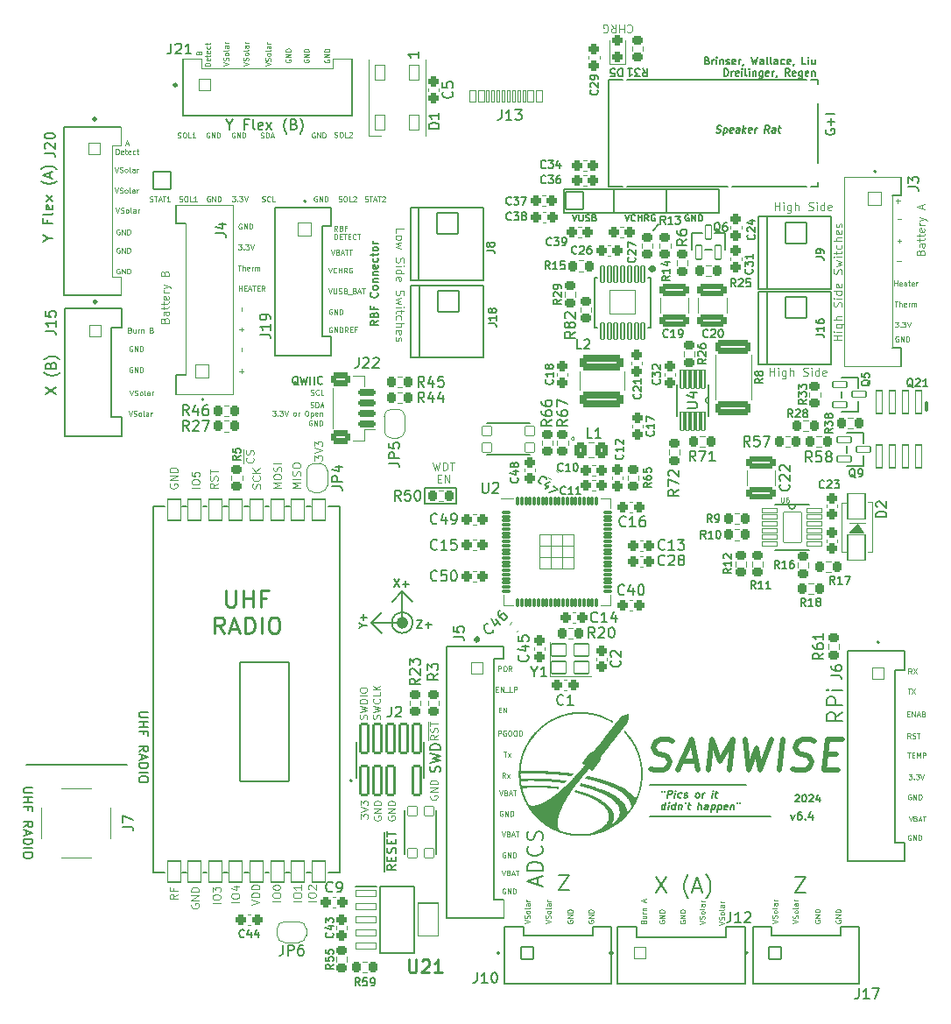
<source format=gto>
%TF.GenerationSoftware,KiCad,Pcbnew,8.0.4*%
%TF.CreationDate,2025-03-18T17:40:55-07:00*%
%TF.ProjectId,mainboard,6d61696e-626f-4617-9264-2e6b69636164,v6.4*%
%TF.SameCoordinates,Original*%
%TF.FileFunction,Legend,Top*%
%TF.FilePolarity,Positive*%
%FSLAX46Y46*%
G04 Gerber Fmt 4.6, Leading zero omitted, Abs format (unit mm)*
G04 Created by KiCad (PCBNEW 8.0.4) date 2025-03-18 17:40:55*
%MOMM*%
%LPD*%
G01*
G04 APERTURE LIST*
G04 Aperture macros list*
%AMRoundRect*
0 Rectangle with rounded corners*
0 $1 Rounding radius*
0 $2 $3 $4 $5 $6 $7 $8 $9 X,Y pos of 4 corners*
0 Add a 4 corners polygon primitive as box body*
4,1,4,$2,$3,$4,$5,$6,$7,$8,$9,$2,$3,0*
0 Add four circle primitives for the rounded corners*
1,1,$1+$1,$2,$3*
1,1,$1+$1,$4,$5*
1,1,$1+$1,$6,$7*
1,1,$1+$1,$8,$9*
0 Add four rect primitives between the rounded corners*
20,1,$1+$1,$2,$3,$4,$5,0*
20,1,$1+$1,$4,$5,$6,$7,0*
20,1,$1+$1,$6,$7,$8,$9,0*
20,1,$1+$1,$8,$9,$2,$3,0*%
%AMFreePoly0*
4,1,35,0.535921,0.785921,0.550800,0.750000,0.550800,-0.750000,0.535921,-0.785921,0.500000,-0.800800,0.000000,-0.800800,-0.012286,-0.795711,-0.071157,-0.795711,-0.085469,-0.793653,-0.222020,-0.753558,-0.235173,-0.747552,-0.354895,-0.670611,-0.365822,-0.661142,-0.459019,-0.553587,-0.466836,-0.541423,-0.525955,-0.411969,-0.530029,-0.398096,-0.550283,-0.257230,-0.550800,-0.250000,-0.550800,0.250000,
-0.550283,0.257230,-0.530029,0.398096,-0.525955,0.411969,-0.466836,0.541423,-0.459019,0.553587,-0.365822,0.661142,-0.354895,0.670611,-0.235173,0.747552,-0.222020,0.753558,-0.085469,0.793653,-0.071157,0.795711,-0.012286,0.795711,0.000000,0.800800,0.500000,0.800800,0.535921,0.785921,0.535921,0.785921,$1*%
%AMFreePoly1*
4,1,35,0.012286,0.795711,0.071157,0.795711,0.085469,0.793653,0.222020,0.753558,0.235173,0.747552,0.354895,0.670611,0.365822,0.661142,0.459019,0.553587,0.466836,0.541423,0.525955,0.411969,0.530029,0.398096,0.550283,0.257230,0.550800,0.250000,0.550800,-0.250000,0.550283,-0.257230,0.530029,-0.398096,0.525955,-0.411969,0.466836,-0.541423,0.459019,-0.553587,0.365822,-0.661142,
0.354895,-0.670611,0.235173,-0.747552,0.222020,-0.753558,0.085469,-0.793653,0.071157,-0.795711,0.012286,-0.795711,0.000000,-0.800800,-0.500000,-0.800800,-0.535921,-0.785921,-0.550800,-0.750000,-0.550800,0.750000,-0.535921,0.785921,-0.500000,0.800800,0.000000,0.800800,0.012286,0.795711,0.012286,0.795711,$1*%
G04 Aperture macros list end*
%ADD10C,0.127000*%
%ADD11C,0.563500*%
%ADD12C,0.121920*%
%ADD13C,0.200000*%
%ADD14C,0.177800*%
%ADD15C,0.251460*%
%ADD16C,0.100000*%
%ADD17C,0.150000*%
%ADD18C,0.500000*%
%ADD19C,0.154432*%
%ADD20C,0.254000*%
%ADD21C,0.080000*%
%ADD22C,0.120000*%
%ADD23C,0.152400*%
%ADD24C,0.381000*%
%ADD25C,0.300000*%
%ADD26C,0.203200*%
%ADD27C,0.273607*%
%ADD28C,0.332843*%
%ADD29C,0.000000*%
%ADD30C,0.190500*%
%ADD31RoundRect,0.225400X-0.225400X-0.300400X0.225400X-0.300400X0.225400X0.300400X-0.225400X0.300400X0*%
%ADD32RoundRect,0.063500X-0.152400X0.800100X-0.152400X-0.800100X0.152400X-0.800100X0.152400X0.800100X0*%
%ADD33RoundRect,0.063500X-1.230000X1.155000X-1.230000X-1.155000X1.230000X-1.155000X1.230000X1.155000X0*%
%ADD34RoundRect,0.250400X-0.275400X0.250400X-0.275400X-0.250400X0.275400X-0.250400X0.275400X0.250400X0*%
%ADD35RoundRect,0.250400X0.275400X-0.250400X0.275400X0.250400X-0.275400X0.250400X-0.275400X-0.250400X0*%
%ADD36RoundRect,0.225400X0.225400X0.300400X-0.225400X0.300400X-0.225400X-0.300400X0.225400X-0.300400X0*%
%ADD37RoundRect,0.250400X0.250400X0.275400X-0.250400X0.275400X-0.250400X-0.275400X0.250400X-0.275400X0*%
%ADD38RoundRect,0.063500X-0.660400X0.279400X-0.660400X-0.279400X0.660400X-0.279400X0.660400X0.279400X0*%
%ADD39RoundRect,0.050800X0.304800X1.104900X-0.304800X1.104900X-0.304800X-1.104900X0.304800X-1.104900X0*%
%ADD40C,5.701600*%
%ADD41C,2.000000*%
%ADD42C,2.133600*%
%ADD43RoundRect,0.225400X-0.300400X0.225400X-0.300400X-0.225400X0.300400X-0.225400X0.300400X0.225400X0*%
%ADD44RoundRect,0.250400X-0.250400X-0.275400X0.250400X-0.275400X0.250400X0.275400X-0.250400X0.275400X0*%
%ADD45C,2.151600*%
%ADD46C,2.351600*%
%ADD47RoundRect,0.063500X-1.016000X1.016000X-1.016000X-1.016000X1.016000X-1.016000X1.016000X1.016000X0*%
%ADD48C,2.159000*%
%ADD49RoundRect,0.225400X0.300400X-0.225400X0.300400X0.225400X-0.300400X0.225400X-0.300400X-0.225400X0*%
%ADD50RoundRect,0.244150X0.281650X-0.244150X0.281650X0.244150X-0.281650X0.244150X-0.281650X-0.244150X0*%
%ADD51RoundRect,0.270735X-1.455065X0.392565X-1.455065X-0.392565X1.455065X-0.392565X1.455065X0.392565X0*%
%ADD52RoundRect,0.355555X-1.795245X0.445245X-1.795245X-0.445245X1.795245X-0.445245X1.795245X0.445245X0*%
%ADD53RoundRect,0.063500X-0.279400X-0.660400X0.279400X-0.660400X0.279400X0.660400X-0.279400X0.660400X0*%
%ADD54RoundRect,0.272087X1.128713X-0.353713X1.128713X0.353713X-1.128713X0.353713X-1.128713X-0.353713X0*%
%ADD55RoundRect,0.050800X-0.165100X0.889000X-0.165100X-0.889000X0.165100X-0.889000X0.165100X0.889000X0*%
%ADD56RoundRect,0.050800X1.000000X-0.325000X1.000000X0.325000X-1.000000X0.325000X-1.000000X-0.325000X0*%
%ADD57RoundRect,0.050800X-1.000000X-1.600000X1.000000X-1.600000X1.000000X1.600000X-1.000000X1.600000X0*%
%ADD58C,0.701600*%
%ADD59RoundRect,0.050800X0.300000X0.575000X-0.300000X0.575000X-0.300000X-0.575000X0.300000X-0.575000X0*%
%ADD60RoundRect,0.050800X0.150000X0.575000X-0.150000X0.575000X-0.150000X-0.575000X0.150000X-0.575000X0*%
%ADD61O,1.101600X2.201600*%
%ADD62O,1.101600X1.701600*%
%ADD63RoundRect,0.250400X-0.017678X0.371797X-0.371797X0.017678X0.017678X-0.371797X0.371797X-0.017678X0*%
%ADD64RoundRect,0.050800X-0.698500X-0.215900X0.698500X-0.215900X0.698500X0.215900X-0.698500X0.215900X0*%
%ADD65RoundRect,0.050800X-0.876300X-1.473200X0.876300X-1.473200X0.876300X1.473200X-0.876300X1.473200X0*%
%ADD66RoundRect,0.050800X-0.850000X1.250000X-0.850000X-1.250000X0.850000X-1.250000X0.850000X1.250000X0*%
%ADD67RoundRect,0.050800X-0.450000X0.750000X-0.450000X-0.750000X0.450000X-0.750000X0.450000X0.750000X0*%
%ADD68RoundRect,0.272087X-0.353713X-0.478713X0.353713X-0.478713X0.353713X0.478713X-0.353713X0.478713X0*%
%ADD69RoundRect,0.080400X0.360400X-0.080400X0.360400X0.080400X-0.360400X0.080400X-0.360400X-0.080400X0*%
%ADD70RoundRect,0.080400X-0.080400X-0.360400X0.080400X-0.360400X0.080400X0.360400X-0.080400X0.360400X0*%
%ADD71RoundRect,0.050800X-0.566666X-0.566666X0.566666X-0.566666X0.566666X0.566666X-0.566666X0.566666X0*%
%ADD72FreePoly0,270.000000*%
%ADD73FreePoly1,270.000000*%
%ADD74RoundRect,0.102000X-0.370000X-1.395000X0.370000X-1.395000X0.370000X1.395000X-0.370000X1.395000X0*%
%ADD75RoundRect,0.050800X-0.700000X-0.600000X0.700000X-0.600000X0.700000X0.600000X-0.700000X0.600000X0*%
%ADD76RoundRect,0.063500X-0.650000X1.000000X-0.650000X-1.000000X0.650000X-1.000000X0.650000X1.000000X0*%
%ADD77RoundRect,0.063500X-2.350000X5.750000X-2.350000X-5.750000X2.350000X-5.750000X2.350000X5.750000X0*%
%ADD78RoundRect,0.050800X0.450000X0.450000X-0.450000X0.450000X-0.450000X-0.450000X0.450000X-0.450000X0*%
%ADD79RoundRect,0.175400X0.650400X-0.175400X0.650400X0.175400X-0.650400X0.175400X-0.650400X-0.175400X0*%
%ADD80RoundRect,0.271166X0.679634X-0.379634X0.679634X0.379634X-0.679634X0.379634X-0.679634X-0.379634X0*%
%ADD81RoundRect,0.050800X0.575000X0.575000X-0.575000X0.575000X-0.575000X-0.575000X0.575000X-0.575000X0*%
%ADD82C,1.251600*%
%ADD83RoundRect,0.050800X0.575000X-0.575000X0.575000X0.575000X-0.575000X0.575000X-0.575000X-0.575000X0*%
%ADD84FreePoly0,90.000000*%
%ADD85FreePoly1,90.000000*%
%ADD86RoundRect,0.050800X0.654000X-0.654000X0.654000X0.654000X-0.654000X0.654000X-0.654000X-0.654000X0*%
%ADD87C,1.409600*%
%ADD88RoundRect,0.076200X-0.575000X-0.575000X0.575000X-0.575000X0.575000X0.575000X-0.575000X0.575000X0*%
%ADD89C,1.302400*%
%ADD90RoundRect,0.250400X0.371797X0.017678X0.017678X0.371797X-0.371797X-0.017678X-0.017678X-0.371797X0*%
%ADD91RoundRect,0.050800X-0.450000X0.450000X-0.450000X-0.450000X0.450000X-0.450000X0.450000X0.450000X0*%
%ADD92RoundRect,0.050800X-0.654000X0.654000X-0.654000X-0.654000X0.654000X-0.654000X0.654000X0.654000X0*%
%ADD93FreePoly0,180.000000*%
%ADD94FreePoly1,180.000000*%
%ADD95RoundRect,0.272087X-1.128713X0.353713X-1.128713X-0.353713X1.128713X-0.353713X1.128713X0.353713X0*%
%ADD96RoundRect,0.050800X-0.850000X0.850000X-0.850000X-0.850000X0.850000X-0.850000X0.850000X0.850000X0*%
%ADD97O,1.801600X1.801600*%
G04 APERTURE END LIST*
D10*
X166116000Y-69088000D02*
X151130000Y-69088000D01*
X161036000Y-71374000D02*
X161036000Y-69088000D01*
X155956000Y-71374000D02*
X155956000Y-69088000D01*
X159434473Y-129732051D02*
X171118473Y-129732051D01*
X136500000Y-111000000D02*
G75*
G02*
X134500000Y-111000000I-1000000J0D01*
G01*
X134500000Y-111000000D02*
G75*
G02*
X136500000Y-111000000I1000000J0D01*
G01*
X166116000Y-71374000D02*
X166116000Y-69088000D01*
X135500000Y-111000000D02*
X135500000Y-108000000D01*
X160300000Y-72500000D02*
X159800000Y-73100000D01*
X151130000Y-71374000D02*
X166116000Y-71374000D01*
X135500000Y-108000000D02*
X134500000Y-109000000D01*
X151130000Y-69088000D02*
X151130000Y-71374000D01*
X132500000Y-111000000D02*
X133500000Y-110000000D01*
X140750000Y-99512000D02*
X137702000Y-99512000D01*
X137702000Y-99512000D02*
X137702000Y-97988000D01*
D11*
X135781750Y-111000000D02*
G75*
G02*
X135218250Y-111000000I-281750J0D01*
G01*
X135218250Y-111000000D02*
G75*
G02*
X135781750Y-111000000I281750J0D01*
G01*
D10*
X140750000Y-97988000D02*
X140750000Y-99512000D01*
X137702000Y-97988000D02*
X140750000Y-97988000D01*
X135500000Y-108000000D02*
X136500000Y-109000000D01*
X132500000Y-111000000D02*
X133500000Y-112000000D01*
X99125000Y-124750000D02*
X108875000Y-124750000D01*
X159434473Y-126684051D02*
X168705473Y-126684051D01*
X135500000Y-111000000D02*
X132500000Y-111000000D01*
D12*
X133332756Y-120284323D02*
X133366622Y-120182723D01*
X133366622Y-120182723D02*
X133366622Y-120013390D01*
X133366622Y-120013390D02*
X133332756Y-119945656D01*
X133332756Y-119945656D02*
X133298889Y-119911790D01*
X133298889Y-119911790D02*
X133231156Y-119877923D01*
X133231156Y-119877923D02*
X133163422Y-119877923D01*
X133163422Y-119877923D02*
X133095689Y-119911790D01*
X133095689Y-119911790D02*
X133061822Y-119945656D01*
X133061822Y-119945656D02*
X133027956Y-120013390D01*
X133027956Y-120013390D02*
X132994089Y-120148856D01*
X132994089Y-120148856D02*
X132960222Y-120216590D01*
X132960222Y-120216590D02*
X132926356Y-120250456D01*
X132926356Y-120250456D02*
X132858622Y-120284323D01*
X132858622Y-120284323D02*
X132790889Y-120284323D01*
X132790889Y-120284323D02*
X132723156Y-120250456D01*
X132723156Y-120250456D02*
X132689289Y-120216590D01*
X132689289Y-120216590D02*
X132655422Y-120148856D01*
X132655422Y-120148856D02*
X132655422Y-119979523D01*
X132655422Y-119979523D02*
X132689289Y-119877923D01*
X132655422Y-119640857D02*
X133366622Y-119471523D01*
X133366622Y-119471523D02*
X132858622Y-119336057D01*
X132858622Y-119336057D02*
X133366622Y-119200590D01*
X133366622Y-119200590D02*
X132655422Y-119031257D01*
X133298889Y-118353923D02*
X133332756Y-118387790D01*
X133332756Y-118387790D02*
X133366622Y-118489390D01*
X133366622Y-118489390D02*
X133366622Y-118557123D01*
X133366622Y-118557123D02*
X133332756Y-118658723D01*
X133332756Y-118658723D02*
X133265022Y-118726457D01*
X133265022Y-118726457D02*
X133197289Y-118760323D01*
X133197289Y-118760323D02*
X133061822Y-118794190D01*
X133061822Y-118794190D02*
X132960222Y-118794190D01*
X132960222Y-118794190D02*
X132824756Y-118760323D01*
X132824756Y-118760323D02*
X132757022Y-118726457D01*
X132757022Y-118726457D02*
X132689289Y-118658723D01*
X132689289Y-118658723D02*
X132655422Y-118557123D01*
X132655422Y-118557123D02*
X132655422Y-118489390D01*
X132655422Y-118489390D02*
X132689289Y-118387790D01*
X132689289Y-118387790D02*
X132723156Y-118353923D01*
X133366622Y-117710457D02*
X133366622Y-118049123D01*
X133366622Y-118049123D02*
X132655422Y-118049123D01*
X133366622Y-117473390D02*
X132655422Y-117473390D01*
X133366622Y-117066990D02*
X132960222Y-117371790D01*
X132655422Y-117066990D02*
X133061822Y-117473390D01*
X132052756Y-120284323D02*
X132086622Y-120182723D01*
X132086622Y-120182723D02*
X132086622Y-120013390D01*
X132086622Y-120013390D02*
X132052756Y-119945656D01*
X132052756Y-119945656D02*
X132018889Y-119911790D01*
X132018889Y-119911790D02*
X131951156Y-119877923D01*
X131951156Y-119877923D02*
X131883422Y-119877923D01*
X131883422Y-119877923D02*
X131815689Y-119911790D01*
X131815689Y-119911790D02*
X131781822Y-119945656D01*
X131781822Y-119945656D02*
X131747956Y-120013390D01*
X131747956Y-120013390D02*
X131714089Y-120148856D01*
X131714089Y-120148856D02*
X131680222Y-120216590D01*
X131680222Y-120216590D02*
X131646356Y-120250456D01*
X131646356Y-120250456D02*
X131578622Y-120284323D01*
X131578622Y-120284323D02*
X131510889Y-120284323D01*
X131510889Y-120284323D02*
X131443156Y-120250456D01*
X131443156Y-120250456D02*
X131409289Y-120216590D01*
X131409289Y-120216590D02*
X131375422Y-120148856D01*
X131375422Y-120148856D02*
X131375422Y-119979523D01*
X131375422Y-119979523D02*
X131409289Y-119877923D01*
X131375422Y-119640857D02*
X132086622Y-119471523D01*
X132086622Y-119471523D02*
X131578622Y-119336057D01*
X131578622Y-119336057D02*
X132086622Y-119200590D01*
X132086622Y-119200590D02*
X131375422Y-119031257D01*
X132086622Y-118760323D02*
X131375422Y-118760323D01*
X131375422Y-118760323D02*
X131375422Y-118590990D01*
X131375422Y-118590990D02*
X131409289Y-118489390D01*
X131409289Y-118489390D02*
X131477022Y-118421657D01*
X131477022Y-118421657D02*
X131544756Y-118387790D01*
X131544756Y-118387790D02*
X131680222Y-118353923D01*
X131680222Y-118353923D02*
X131781822Y-118353923D01*
X131781822Y-118353923D02*
X131917289Y-118387790D01*
X131917289Y-118387790D02*
X131985022Y-118421657D01*
X131985022Y-118421657D02*
X132052756Y-118489390D01*
X132052756Y-118489390D02*
X132086622Y-118590990D01*
X132086622Y-118590990D02*
X132086622Y-118760323D01*
X132086622Y-118049123D02*
X131375422Y-118049123D01*
X131375422Y-117574990D02*
X131375422Y-117439523D01*
X131375422Y-117439523D02*
X131409289Y-117371790D01*
X131409289Y-117371790D02*
X131477022Y-117304056D01*
X131477022Y-117304056D02*
X131612489Y-117270190D01*
X131612489Y-117270190D02*
X131849556Y-117270190D01*
X131849556Y-117270190D02*
X131985022Y-117304056D01*
X131985022Y-117304056D02*
X132052756Y-117371790D01*
X132052756Y-117371790D02*
X132086622Y-117439523D01*
X132086622Y-117439523D02*
X132086622Y-117574990D01*
X132086622Y-117574990D02*
X132052756Y-117642723D01*
X132052756Y-117642723D02*
X131985022Y-117710456D01*
X131985022Y-117710456D02*
X131849556Y-117744323D01*
X131849556Y-117744323D02*
X131612489Y-117744323D01*
X131612489Y-117744323D02*
X131477022Y-117710456D01*
X131477022Y-117710456D02*
X131409289Y-117642723D01*
X131409289Y-117642723D02*
X131375422Y-117574990D01*
D13*
X176483617Y-63303228D02*
X176441284Y-63387895D01*
X176441284Y-63387895D02*
X176441284Y-63514895D01*
X176441284Y-63514895D02*
X176483617Y-63641895D01*
X176483617Y-63641895D02*
X176568284Y-63726562D01*
X176568284Y-63726562D02*
X176652951Y-63768895D01*
X176652951Y-63768895D02*
X176822284Y-63811228D01*
X176822284Y-63811228D02*
X176949284Y-63811228D01*
X176949284Y-63811228D02*
X177118617Y-63768895D01*
X177118617Y-63768895D02*
X177203284Y-63726562D01*
X177203284Y-63726562D02*
X177287951Y-63641895D01*
X177287951Y-63641895D02*
X177330284Y-63514895D01*
X177330284Y-63514895D02*
X177330284Y-63430228D01*
X177330284Y-63430228D02*
X177287951Y-63303228D01*
X177287951Y-63303228D02*
X177245617Y-63260895D01*
X177245617Y-63260895D02*
X176949284Y-63260895D01*
X176949284Y-63260895D02*
X176949284Y-63430228D01*
X176991617Y-62879895D02*
X176991617Y-62202562D01*
X177330284Y-62541228D02*
X176652951Y-62541228D01*
X177330284Y-61779228D02*
X176441284Y-61779228D01*
D14*
X134881958Y-134418972D02*
X134458625Y-134715305D01*
X134881958Y-134926972D02*
X133992958Y-134926972D01*
X133992958Y-134926972D02*
X133992958Y-134588305D01*
X133992958Y-134588305D02*
X134035291Y-134503639D01*
X134035291Y-134503639D02*
X134077625Y-134461305D01*
X134077625Y-134461305D02*
X134162291Y-134418972D01*
X134162291Y-134418972D02*
X134289291Y-134418972D01*
X134289291Y-134418972D02*
X134373958Y-134461305D01*
X134373958Y-134461305D02*
X134416291Y-134503639D01*
X134416291Y-134503639D02*
X134458625Y-134588305D01*
X134458625Y-134588305D02*
X134458625Y-134926972D01*
X134416291Y-134037972D02*
X134416291Y-133741639D01*
X134881958Y-133614639D02*
X134881958Y-134037972D01*
X134881958Y-134037972D02*
X133992958Y-134037972D01*
X133992958Y-134037972D02*
X133992958Y-133614639D01*
X134839625Y-133275972D02*
X134881958Y-133148972D01*
X134881958Y-133148972D02*
X134881958Y-132937306D01*
X134881958Y-132937306D02*
X134839625Y-132852639D01*
X134839625Y-132852639D02*
X134797291Y-132810306D01*
X134797291Y-132810306D02*
X134712625Y-132767972D01*
X134712625Y-132767972D02*
X134627958Y-132767972D01*
X134627958Y-132767972D02*
X134543291Y-132810306D01*
X134543291Y-132810306D02*
X134500958Y-132852639D01*
X134500958Y-132852639D02*
X134458625Y-132937306D01*
X134458625Y-132937306D02*
X134416291Y-133106639D01*
X134416291Y-133106639D02*
X134373958Y-133191306D01*
X134373958Y-133191306D02*
X134331625Y-133233639D01*
X134331625Y-133233639D02*
X134246958Y-133275972D01*
X134246958Y-133275972D02*
X134162291Y-133275972D01*
X134162291Y-133275972D02*
X134077625Y-133233639D01*
X134077625Y-133233639D02*
X134035291Y-133191306D01*
X134035291Y-133191306D02*
X133992958Y-133106639D01*
X133992958Y-133106639D02*
X133992958Y-132894972D01*
X133992958Y-132894972D02*
X134035291Y-132767972D01*
X134416291Y-132386972D02*
X134416291Y-132090639D01*
X134881958Y-131963639D02*
X134881958Y-132386972D01*
X134881958Y-132386972D02*
X133992958Y-132386972D01*
X133992958Y-132386972D02*
X133992958Y-131963639D01*
X133992958Y-131709639D02*
X133992958Y-131201639D01*
X134881958Y-131455639D02*
X133992958Y-131455639D01*
X133746155Y-135049739D02*
X133746155Y-131205873D01*
D15*
X118487734Y-107898461D02*
X118487734Y-109187692D01*
X118487734Y-109187692D02*
X118563571Y-109339366D01*
X118563571Y-109339366D02*
X118639409Y-109415204D01*
X118639409Y-109415204D02*
X118791083Y-109491041D01*
X118791083Y-109491041D02*
X119094431Y-109491041D01*
X119094431Y-109491041D02*
X119246106Y-109415204D01*
X119246106Y-109415204D02*
X119321943Y-109339366D01*
X119321943Y-109339366D02*
X119397780Y-109187692D01*
X119397780Y-109187692D02*
X119397780Y-107898461D01*
X120156151Y-109491041D02*
X120156151Y-107898461D01*
X120156151Y-108656832D02*
X121066197Y-108656832D01*
X121066197Y-109491041D02*
X121066197Y-107898461D01*
X122355428Y-108656832D02*
X121824568Y-108656832D01*
X121824568Y-109491041D02*
X121824568Y-107898461D01*
X121824568Y-107898461D02*
X122582940Y-107898461D01*
X118260223Y-112055006D02*
X117729363Y-111296634D01*
X117350177Y-112055006D02*
X117350177Y-110462426D01*
X117350177Y-110462426D02*
X117956874Y-110462426D01*
X117956874Y-110462426D02*
X118108549Y-110538263D01*
X118108549Y-110538263D02*
X118184386Y-110614100D01*
X118184386Y-110614100D02*
X118260223Y-110765774D01*
X118260223Y-110765774D02*
X118260223Y-110993286D01*
X118260223Y-110993286D02*
X118184386Y-111144960D01*
X118184386Y-111144960D02*
X118108549Y-111220797D01*
X118108549Y-111220797D02*
X117956874Y-111296634D01*
X117956874Y-111296634D02*
X117350177Y-111296634D01*
X118866920Y-111599983D02*
X119625292Y-111599983D01*
X118715246Y-112055006D02*
X119246106Y-110462426D01*
X119246106Y-110462426D02*
X119776966Y-112055006D01*
X120307826Y-112055006D02*
X120307826Y-110462426D01*
X120307826Y-110462426D02*
X120687012Y-110462426D01*
X120687012Y-110462426D02*
X120914523Y-110538263D01*
X120914523Y-110538263D02*
X121066198Y-110689937D01*
X121066198Y-110689937D02*
X121142035Y-110841611D01*
X121142035Y-110841611D02*
X121217872Y-111144960D01*
X121217872Y-111144960D02*
X121217872Y-111372471D01*
X121217872Y-111372471D02*
X121142035Y-111675820D01*
X121142035Y-111675820D02*
X121066198Y-111827494D01*
X121066198Y-111827494D02*
X120914523Y-111979169D01*
X120914523Y-111979169D02*
X120687012Y-112055006D01*
X120687012Y-112055006D02*
X120307826Y-112055006D01*
X121900406Y-112055006D02*
X121900406Y-110462426D01*
X122962126Y-110462426D02*
X123265474Y-110462426D01*
X123265474Y-110462426D02*
X123417149Y-110538263D01*
X123417149Y-110538263D02*
X123568823Y-110689937D01*
X123568823Y-110689937D02*
X123644660Y-110993286D01*
X123644660Y-110993286D02*
X123644660Y-111524146D01*
X123644660Y-111524146D02*
X123568823Y-111827494D01*
X123568823Y-111827494D02*
X123417149Y-111979169D01*
X123417149Y-111979169D02*
X123265474Y-112055006D01*
X123265474Y-112055006D02*
X122962126Y-112055006D01*
X122962126Y-112055006D02*
X122810452Y-111979169D01*
X122810452Y-111979169D02*
X122658777Y-111827494D01*
X122658777Y-111827494D02*
X122582940Y-111524146D01*
X122582940Y-111524146D02*
X122582940Y-110993286D01*
X122582940Y-110993286D02*
X122658777Y-110689937D01*
X122658777Y-110689937D02*
X122810452Y-110538263D01*
X122810452Y-110538263D02*
X122962126Y-110462426D01*
D16*
X134875504Y-73324076D02*
X134875504Y-72943124D01*
X134875504Y-72943124D02*
X135675504Y-72943124D01*
X134875504Y-73705028D02*
X134913600Y-73628838D01*
X134913600Y-73628838D02*
X134951695Y-73590743D01*
X134951695Y-73590743D02*
X135027885Y-73552647D01*
X135027885Y-73552647D02*
X135256457Y-73552647D01*
X135256457Y-73552647D02*
X135332647Y-73590743D01*
X135332647Y-73590743D02*
X135370742Y-73628838D01*
X135370742Y-73628838D02*
X135408838Y-73705028D01*
X135408838Y-73705028D02*
X135408838Y-73819314D01*
X135408838Y-73819314D02*
X135370742Y-73895505D01*
X135370742Y-73895505D02*
X135332647Y-73933600D01*
X135332647Y-73933600D02*
X135256457Y-73971695D01*
X135256457Y-73971695D02*
X135027885Y-73971695D01*
X135027885Y-73971695D02*
X134951695Y-73933600D01*
X134951695Y-73933600D02*
X134913600Y-73895505D01*
X134913600Y-73895505D02*
X134875504Y-73819314D01*
X134875504Y-73819314D02*
X134875504Y-73705028D01*
X135408838Y-74238362D02*
X134875504Y-74390743D01*
X134875504Y-74390743D02*
X135256457Y-74543124D01*
X135256457Y-74543124D02*
X134875504Y-74695505D01*
X134875504Y-74695505D02*
X135408838Y-74847886D01*
X134913600Y-75724076D02*
X134875504Y-75838362D01*
X134875504Y-75838362D02*
X134875504Y-76028838D01*
X134875504Y-76028838D02*
X134913600Y-76105029D01*
X134913600Y-76105029D02*
X134951695Y-76143124D01*
X134951695Y-76143124D02*
X135027885Y-76181219D01*
X135027885Y-76181219D02*
X135104076Y-76181219D01*
X135104076Y-76181219D02*
X135180266Y-76143124D01*
X135180266Y-76143124D02*
X135218361Y-76105029D01*
X135218361Y-76105029D02*
X135256457Y-76028838D01*
X135256457Y-76028838D02*
X135294552Y-75876457D01*
X135294552Y-75876457D02*
X135332647Y-75800267D01*
X135332647Y-75800267D02*
X135370742Y-75762172D01*
X135370742Y-75762172D02*
X135446933Y-75724076D01*
X135446933Y-75724076D02*
X135523123Y-75724076D01*
X135523123Y-75724076D02*
X135599314Y-75762172D01*
X135599314Y-75762172D02*
X135637409Y-75800267D01*
X135637409Y-75800267D02*
X135675504Y-75876457D01*
X135675504Y-75876457D02*
X135675504Y-76066934D01*
X135675504Y-76066934D02*
X135637409Y-76181219D01*
X134875504Y-76524077D02*
X135408838Y-76524077D01*
X135675504Y-76524077D02*
X135637409Y-76485981D01*
X135637409Y-76485981D02*
X135599314Y-76524077D01*
X135599314Y-76524077D02*
X135637409Y-76562172D01*
X135637409Y-76562172D02*
X135675504Y-76524077D01*
X135675504Y-76524077D02*
X135599314Y-76524077D01*
X134875504Y-77247886D02*
X135675504Y-77247886D01*
X134913600Y-77247886D02*
X134875504Y-77171695D01*
X134875504Y-77171695D02*
X134875504Y-77019314D01*
X134875504Y-77019314D02*
X134913600Y-76943124D01*
X134913600Y-76943124D02*
X134951695Y-76905029D01*
X134951695Y-76905029D02*
X135027885Y-76866933D01*
X135027885Y-76866933D02*
X135256457Y-76866933D01*
X135256457Y-76866933D02*
X135332647Y-76905029D01*
X135332647Y-76905029D02*
X135370742Y-76943124D01*
X135370742Y-76943124D02*
X135408838Y-77019314D01*
X135408838Y-77019314D02*
X135408838Y-77171695D01*
X135408838Y-77171695D02*
X135370742Y-77247886D01*
X134913600Y-77933601D02*
X134875504Y-77857410D01*
X134875504Y-77857410D02*
X134875504Y-77705029D01*
X134875504Y-77705029D02*
X134913600Y-77628839D01*
X134913600Y-77628839D02*
X134989790Y-77590743D01*
X134989790Y-77590743D02*
X135294552Y-77590743D01*
X135294552Y-77590743D02*
X135370742Y-77628839D01*
X135370742Y-77628839D02*
X135408838Y-77705029D01*
X135408838Y-77705029D02*
X135408838Y-77857410D01*
X135408838Y-77857410D02*
X135370742Y-77933601D01*
X135370742Y-77933601D02*
X135294552Y-77971696D01*
X135294552Y-77971696D02*
X135218361Y-77971696D01*
X135218361Y-77971696D02*
X135142171Y-77590743D01*
X134913600Y-78885981D02*
X134875504Y-79000267D01*
X134875504Y-79000267D02*
X134875504Y-79190743D01*
X134875504Y-79190743D02*
X134913600Y-79266934D01*
X134913600Y-79266934D02*
X134951695Y-79305029D01*
X134951695Y-79305029D02*
X135027885Y-79343124D01*
X135027885Y-79343124D02*
X135104076Y-79343124D01*
X135104076Y-79343124D02*
X135180266Y-79305029D01*
X135180266Y-79305029D02*
X135218361Y-79266934D01*
X135218361Y-79266934D02*
X135256457Y-79190743D01*
X135256457Y-79190743D02*
X135294552Y-79038362D01*
X135294552Y-79038362D02*
X135332647Y-78962172D01*
X135332647Y-78962172D02*
X135370742Y-78924077D01*
X135370742Y-78924077D02*
X135446933Y-78885981D01*
X135446933Y-78885981D02*
X135523123Y-78885981D01*
X135523123Y-78885981D02*
X135599314Y-78924077D01*
X135599314Y-78924077D02*
X135637409Y-78962172D01*
X135637409Y-78962172D02*
X135675504Y-79038362D01*
X135675504Y-79038362D02*
X135675504Y-79228839D01*
X135675504Y-79228839D02*
X135637409Y-79343124D01*
X135408838Y-79609791D02*
X134875504Y-79762172D01*
X134875504Y-79762172D02*
X135256457Y-79914553D01*
X135256457Y-79914553D02*
X134875504Y-80066934D01*
X134875504Y-80066934D02*
X135408838Y-80219315D01*
X134875504Y-80524077D02*
X135408838Y-80524077D01*
X135675504Y-80524077D02*
X135637409Y-80485981D01*
X135637409Y-80485981D02*
X135599314Y-80524077D01*
X135599314Y-80524077D02*
X135637409Y-80562172D01*
X135637409Y-80562172D02*
X135675504Y-80524077D01*
X135675504Y-80524077D02*
X135599314Y-80524077D01*
X135408838Y-80790743D02*
X135408838Y-81095505D01*
X135675504Y-80905029D02*
X134989790Y-80905029D01*
X134989790Y-80905029D02*
X134913600Y-80943124D01*
X134913600Y-80943124D02*
X134875504Y-81019314D01*
X134875504Y-81019314D02*
X134875504Y-81095505D01*
X134913600Y-81705029D02*
X134875504Y-81628838D01*
X134875504Y-81628838D02*
X134875504Y-81476457D01*
X134875504Y-81476457D02*
X134913600Y-81400267D01*
X134913600Y-81400267D02*
X134951695Y-81362172D01*
X134951695Y-81362172D02*
X135027885Y-81324076D01*
X135027885Y-81324076D02*
X135256457Y-81324076D01*
X135256457Y-81324076D02*
X135332647Y-81362172D01*
X135332647Y-81362172D02*
X135370742Y-81400267D01*
X135370742Y-81400267D02*
X135408838Y-81476457D01*
X135408838Y-81476457D02*
X135408838Y-81628838D01*
X135408838Y-81628838D02*
X135370742Y-81705029D01*
X134875504Y-82047886D02*
X135675504Y-82047886D01*
X134875504Y-82390743D02*
X135294552Y-82390743D01*
X135294552Y-82390743D02*
X135370742Y-82352648D01*
X135370742Y-82352648D02*
X135408838Y-82276457D01*
X135408838Y-82276457D02*
X135408838Y-82162171D01*
X135408838Y-82162171D02*
X135370742Y-82085981D01*
X135370742Y-82085981D02*
X135332647Y-82047886D01*
X134913600Y-83076458D02*
X134875504Y-83000267D01*
X134875504Y-83000267D02*
X134875504Y-82847886D01*
X134875504Y-82847886D02*
X134913600Y-82771696D01*
X134913600Y-82771696D02*
X134989790Y-82733600D01*
X134989790Y-82733600D02*
X135294552Y-82733600D01*
X135294552Y-82733600D02*
X135370742Y-82771696D01*
X135370742Y-82771696D02*
X135408838Y-82847886D01*
X135408838Y-82847886D02*
X135408838Y-83000267D01*
X135408838Y-83000267D02*
X135370742Y-83076458D01*
X135370742Y-83076458D02*
X135294552Y-83114553D01*
X135294552Y-83114553D02*
X135218361Y-83114553D01*
X135218361Y-83114553D02*
X135142171Y-82733600D01*
X134913600Y-83419314D02*
X134875504Y-83495505D01*
X134875504Y-83495505D02*
X134875504Y-83647886D01*
X134875504Y-83647886D02*
X134913600Y-83724076D01*
X134913600Y-83724076D02*
X134989790Y-83762172D01*
X134989790Y-83762172D02*
X135027885Y-83762172D01*
X135027885Y-83762172D02*
X135104076Y-83724076D01*
X135104076Y-83724076D02*
X135142171Y-83647886D01*
X135142171Y-83647886D02*
X135142171Y-83533600D01*
X135142171Y-83533600D02*
X135180266Y-83457410D01*
X135180266Y-83457410D02*
X135256457Y-83419314D01*
X135256457Y-83419314D02*
X135294552Y-83419314D01*
X135294552Y-83419314D02*
X135370742Y-83457410D01*
X135370742Y-83457410D02*
X135408838Y-83533600D01*
X135408838Y-83533600D02*
X135408838Y-83647886D01*
X135408838Y-83647886D02*
X135370742Y-83724076D01*
D12*
X117910405Y-138105638D02*
X117148405Y-138105638D01*
X117148405Y-137597638D02*
X117148405Y-137452495D01*
X117148405Y-137452495D02*
X117184691Y-137379924D01*
X117184691Y-137379924D02*
X117257262Y-137307352D01*
X117257262Y-137307352D02*
X117402405Y-137271067D01*
X117402405Y-137271067D02*
X117656405Y-137271067D01*
X117656405Y-137271067D02*
X117801548Y-137307352D01*
X117801548Y-137307352D02*
X117874120Y-137379924D01*
X117874120Y-137379924D02*
X117910405Y-137452495D01*
X117910405Y-137452495D02*
X117910405Y-137597638D01*
X117910405Y-137597638D02*
X117874120Y-137670210D01*
X117874120Y-137670210D02*
X117801548Y-137742781D01*
X117801548Y-137742781D02*
X117656405Y-137779067D01*
X117656405Y-137779067D02*
X117402405Y-137779067D01*
X117402405Y-137779067D02*
X117257262Y-137742781D01*
X117257262Y-137742781D02*
X117184691Y-137670210D01*
X117184691Y-137670210D02*
X117148405Y-137597638D01*
X117148405Y-137017066D02*
X117148405Y-136545352D01*
X117148405Y-136545352D02*
X117438691Y-136799352D01*
X117438691Y-136799352D02*
X117438691Y-136690495D01*
X117438691Y-136690495D02*
X117474977Y-136617924D01*
X117474977Y-136617924D02*
X117511262Y-136581638D01*
X117511262Y-136581638D02*
X117583834Y-136545352D01*
X117583834Y-136545352D02*
X117765262Y-136545352D01*
X117765262Y-136545352D02*
X117837834Y-136581638D01*
X117837834Y-136581638D02*
X117874120Y-136617924D01*
X117874120Y-136617924D02*
X117910405Y-136690495D01*
X117910405Y-136690495D02*
X117910405Y-136908209D01*
X117910405Y-136908209D02*
X117874120Y-136980781D01*
X117874120Y-136980781D02*
X117837834Y-137017066D01*
X119724905Y-137993138D02*
X118962905Y-137993138D01*
X118962905Y-137485138D02*
X118962905Y-137339995D01*
X118962905Y-137339995D02*
X118999191Y-137267424D01*
X118999191Y-137267424D02*
X119071762Y-137194852D01*
X119071762Y-137194852D02*
X119216905Y-137158567D01*
X119216905Y-137158567D02*
X119470905Y-137158567D01*
X119470905Y-137158567D02*
X119616048Y-137194852D01*
X119616048Y-137194852D02*
X119688620Y-137267424D01*
X119688620Y-137267424D02*
X119724905Y-137339995D01*
X119724905Y-137339995D02*
X119724905Y-137485138D01*
X119724905Y-137485138D02*
X119688620Y-137557710D01*
X119688620Y-137557710D02*
X119616048Y-137630281D01*
X119616048Y-137630281D02*
X119470905Y-137666567D01*
X119470905Y-137666567D02*
X119216905Y-137666567D01*
X119216905Y-137666567D02*
X119071762Y-137630281D01*
X119071762Y-137630281D02*
X118999191Y-137557710D01*
X118999191Y-137557710D02*
X118962905Y-137485138D01*
X119216905Y-136505424D02*
X119724905Y-136505424D01*
X118926620Y-136686852D02*
X119470905Y-136868281D01*
X119470905Y-136868281D02*
X119470905Y-136396566D01*
X123727215Y-137916938D02*
X122965215Y-137916938D01*
X122965215Y-137408938D02*
X122965215Y-137263795D01*
X122965215Y-137263795D02*
X123001501Y-137191224D01*
X123001501Y-137191224D02*
X123074072Y-137118652D01*
X123074072Y-137118652D02*
X123219215Y-137082367D01*
X123219215Y-137082367D02*
X123473215Y-137082367D01*
X123473215Y-137082367D02*
X123618358Y-137118652D01*
X123618358Y-137118652D02*
X123690930Y-137191224D01*
X123690930Y-137191224D02*
X123727215Y-137263795D01*
X123727215Y-137263795D02*
X123727215Y-137408938D01*
X123727215Y-137408938D02*
X123690930Y-137481510D01*
X123690930Y-137481510D02*
X123618358Y-137554081D01*
X123618358Y-137554081D02*
X123473215Y-137590367D01*
X123473215Y-137590367D02*
X123219215Y-137590367D01*
X123219215Y-137590367D02*
X123074072Y-137554081D01*
X123074072Y-137554081D02*
X123001501Y-137481510D01*
X123001501Y-137481510D02*
X122965215Y-137408938D01*
X122965215Y-136610652D02*
X122965215Y-136538081D01*
X122965215Y-136538081D02*
X123001501Y-136465509D01*
X123001501Y-136465509D02*
X123037787Y-136429224D01*
X123037787Y-136429224D02*
X123110358Y-136392938D01*
X123110358Y-136392938D02*
X123255501Y-136356652D01*
X123255501Y-136356652D02*
X123436930Y-136356652D01*
X123436930Y-136356652D02*
X123582072Y-136392938D01*
X123582072Y-136392938D02*
X123654644Y-136429224D01*
X123654644Y-136429224D02*
X123690930Y-136465509D01*
X123690930Y-136465509D02*
X123727215Y-136538081D01*
X123727215Y-136538081D02*
X123727215Y-136610652D01*
X123727215Y-136610652D02*
X123690930Y-136683224D01*
X123690930Y-136683224D02*
X123654644Y-136719509D01*
X123654644Y-136719509D02*
X123582072Y-136755795D01*
X123582072Y-136755795D02*
X123436930Y-136792081D01*
X123436930Y-136792081D02*
X123255501Y-136792081D01*
X123255501Y-136792081D02*
X123110358Y-136755795D01*
X123110358Y-136755795D02*
X123037787Y-136719509D01*
X123037787Y-136719509D02*
X123001501Y-136683224D01*
X123001501Y-136683224D02*
X122965215Y-136610652D01*
X125726557Y-137916938D02*
X124964557Y-137916938D01*
X124964557Y-137408938D02*
X124964557Y-137263795D01*
X124964557Y-137263795D02*
X125000843Y-137191224D01*
X125000843Y-137191224D02*
X125073414Y-137118652D01*
X125073414Y-137118652D02*
X125218557Y-137082367D01*
X125218557Y-137082367D02*
X125472557Y-137082367D01*
X125472557Y-137082367D02*
X125617700Y-137118652D01*
X125617700Y-137118652D02*
X125690272Y-137191224D01*
X125690272Y-137191224D02*
X125726557Y-137263795D01*
X125726557Y-137263795D02*
X125726557Y-137408938D01*
X125726557Y-137408938D02*
X125690272Y-137481510D01*
X125690272Y-137481510D02*
X125617700Y-137554081D01*
X125617700Y-137554081D02*
X125472557Y-137590367D01*
X125472557Y-137590367D02*
X125218557Y-137590367D01*
X125218557Y-137590367D02*
X125073414Y-137554081D01*
X125073414Y-137554081D02*
X125000843Y-137481510D01*
X125000843Y-137481510D02*
X124964557Y-137408938D01*
X125726557Y-136356652D02*
X125726557Y-136792081D01*
X125726557Y-136574366D02*
X124964557Y-136574366D01*
X124964557Y-136574366D02*
X125073414Y-136646938D01*
X125073414Y-136646938D02*
X125145986Y-136719509D01*
X125145986Y-136719509D02*
X125182272Y-136792081D01*
X127150405Y-137910638D02*
X126388405Y-137910638D01*
X126388405Y-137402638D02*
X126388405Y-137257495D01*
X126388405Y-137257495D02*
X126424691Y-137184924D01*
X126424691Y-137184924D02*
X126497262Y-137112352D01*
X126497262Y-137112352D02*
X126642405Y-137076067D01*
X126642405Y-137076067D02*
X126896405Y-137076067D01*
X126896405Y-137076067D02*
X127041548Y-137112352D01*
X127041548Y-137112352D02*
X127114120Y-137184924D01*
X127114120Y-137184924D02*
X127150405Y-137257495D01*
X127150405Y-137257495D02*
X127150405Y-137402638D01*
X127150405Y-137402638D02*
X127114120Y-137475210D01*
X127114120Y-137475210D02*
X127041548Y-137547781D01*
X127041548Y-137547781D02*
X126896405Y-137584067D01*
X126896405Y-137584067D02*
X126642405Y-137584067D01*
X126642405Y-137584067D02*
X126497262Y-137547781D01*
X126497262Y-137547781D02*
X126424691Y-137475210D01*
X126424691Y-137475210D02*
X126388405Y-137402638D01*
X126460977Y-136785781D02*
X126424691Y-136749495D01*
X126424691Y-136749495D02*
X126388405Y-136676924D01*
X126388405Y-136676924D02*
X126388405Y-136495495D01*
X126388405Y-136495495D02*
X126424691Y-136422924D01*
X126424691Y-136422924D02*
X126460977Y-136386638D01*
X126460977Y-136386638D02*
X126533548Y-136350352D01*
X126533548Y-136350352D02*
X126606120Y-136350352D01*
X126606120Y-136350352D02*
X126714977Y-136386638D01*
X126714977Y-136386638D02*
X127150405Y-136822066D01*
X127150405Y-136822066D02*
X127150405Y-136350352D01*
X115900405Y-97988361D02*
X115138405Y-97988361D01*
X115138405Y-97480361D02*
X115138405Y-97335218D01*
X115138405Y-97335218D02*
X115174691Y-97262647D01*
X115174691Y-97262647D02*
X115247262Y-97190075D01*
X115247262Y-97190075D02*
X115392405Y-97153790D01*
X115392405Y-97153790D02*
X115646405Y-97153790D01*
X115646405Y-97153790D02*
X115791548Y-97190075D01*
X115791548Y-97190075D02*
X115864120Y-97262647D01*
X115864120Y-97262647D02*
X115900405Y-97335218D01*
X115900405Y-97335218D02*
X115900405Y-97480361D01*
X115900405Y-97480361D02*
X115864120Y-97552933D01*
X115864120Y-97552933D02*
X115791548Y-97625504D01*
X115791548Y-97625504D02*
X115646405Y-97661790D01*
X115646405Y-97661790D02*
X115392405Y-97661790D01*
X115392405Y-97661790D02*
X115247262Y-97625504D01*
X115247262Y-97625504D02*
X115174691Y-97552933D01*
X115174691Y-97552933D02*
X115138405Y-97480361D01*
X115138405Y-96464361D02*
X115138405Y-96827218D01*
X115138405Y-96827218D02*
X115501262Y-96863504D01*
X115501262Y-96863504D02*
X115464977Y-96827218D01*
X115464977Y-96827218D02*
X115428691Y-96754647D01*
X115428691Y-96754647D02*
X115428691Y-96573218D01*
X115428691Y-96573218D02*
X115464977Y-96500647D01*
X115464977Y-96500647D02*
X115501262Y-96464361D01*
X115501262Y-96464361D02*
X115573834Y-96428075D01*
X115573834Y-96428075D02*
X115755262Y-96428075D01*
X115755262Y-96428075D02*
X115827834Y-96464361D01*
X115827834Y-96464361D02*
X115864120Y-96500647D01*
X115864120Y-96500647D02*
X115900405Y-96573218D01*
X115900405Y-96573218D02*
X115900405Y-96754647D01*
X115900405Y-96754647D02*
X115864120Y-96827218D01*
X115864120Y-96827218D02*
X115827834Y-96863504D01*
X121077834Y-95052932D02*
X121114120Y-95089218D01*
X121114120Y-95089218D02*
X121150405Y-95198075D01*
X121150405Y-95198075D02*
X121150405Y-95270647D01*
X121150405Y-95270647D02*
X121114120Y-95379504D01*
X121114120Y-95379504D02*
X121041548Y-95452075D01*
X121041548Y-95452075D02*
X120968977Y-95488361D01*
X120968977Y-95488361D02*
X120823834Y-95524647D01*
X120823834Y-95524647D02*
X120714977Y-95524647D01*
X120714977Y-95524647D02*
X120569834Y-95488361D01*
X120569834Y-95488361D02*
X120497262Y-95452075D01*
X120497262Y-95452075D02*
X120424691Y-95379504D01*
X120424691Y-95379504D02*
X120388405Y-95270647D01*
X120388405Y-95270647D02*
X120388405Y-95198075D01*
X120388405Y-95198075D02*
X120424691Y-95089218D01*
X120424691Y-95089218D02*
X120460977Y-95052932D01*
X121114120Y-94762647D02*
X121150405Y-94653790D01*
X121150405Y-94653790D02*
X121150405Y-94472361D01*
X121150405Y-94472361D02*
X121114120Y-94399790D01*
X121114120Y-94399790D02*
X121077834Y-94363504D01*
X121077834Y-94363504D02*
X121005262Y-94327218D01*
X121005262Y-94327218D02*
X120932691Y-94327218D01*
X120932691Y-94327218D02*
X120860120Y-94363504D01*
X120860120Y-94363504D02*
X120823834Y-94399790D01*
X120823834Y-94399790D02*
X120787548Y-94472361D01*
X120787548Y-94472361D02*
X120751262Y-94617504D01*
X120751262Y-94617504D02*
X120714977Y-94690075D01*
X120714977Y-94690075D02*
X120678691Y-94726361D01*
X120678691Y-94726361D02*
X120606120Y-94762647D01*
X120606120Y-94762647D02*
X120533548Y-94762647D01*
X120533548Y-94762647D02*
X120460977Y-94726361D01*
X120460977Y-94726361D02*
X120424691Y-94690075D01*
X120424691Y-94690075D02*
X120388405Y-94617504D01*
X120388405Y-94617504D02*
X120388405Y-94436075D01*
X120388405Y-94436075D02*
X120424691Y-94327218D01*
X120176860Y-95593590D02*
X120176860Y-94258276D01*
X125650405Y-97988361D02*
X124888405Y-97988361D01*
X124888405Y-97988361D02*
X125432691Y-97734361D01*
X125432691Y-97734361D02*
X124888405Y-97480361D01*
X124888405Y-97480361D02*
X125650405Y-97480361D01*
X125650405Y-97117504D02*
X124888405Y-97117504D01*
X125614120Y-96790933D02*
X125650405Y-96682076D01*
X125650405Y-96682076D02*
X125650405Y-96500647D01*
X125650405Y-96500647D02*
X125614120Y-96428076D01*
X125614120Y-96428076D02*
X125577834Y-96391790D01*
X125577834Y-96391790D02*
X125505262Y-96355504D01*
X125505262Y-96355504D02*
X125432691Y-96355504D01*
X125432691Y-96355504D02*
X125360120Y-96391790D01*
X125360120Y-96391790D02*
X125323834Y-96428076D01*
X125323834Y-96428076D02*
X125287548Y-96500647D01*
X125287548Y-96500647D02*
X125251262Y-96645790D01*
X125251262Y-96645790D02*
X125214977Y-96718361D01*
X125214977Y-96718361D02*
X125178691Y-96754647D01*
X125178691Y-96754647D02*
X125106120Y-96790933D01*
X125106120Y-96790933D02*
X125033548Y-96790933D01*
X125033548Y-96790933D02*
X124960977Y-96754647D01*
X124960977Y-96754647D02*
X124924691Y-96718361D01*
X124924691Y-96718361D02*
X124888405Y-96645790D01*
X124888405Y-96645790D02*
X124888405Y-96464361D01*
X124888405Y-96464361D02*
X124924691Y-96355504D01*
X124888405Y-95883790D02*
X124888405Y-95738647D01*
X124888405Y-95738647D02*
X124924691Y-95666076D01*
X124924691Y-95666076D02*
X124997262Y-95593504D01*
X124997262Y-95593504D02*
X125142405Y-95557219D01*
X125142405Y-95557219D02*
X125396405Y-95557219D01*
X125396405Y-95557219D02*
X125541548Y-95593504D01*
X125541548Y-95593504D02*
X125614120Y-95666076D01*
X125614120Y-95666076D02*
X125650405Y-95738647D01*
X125650405Y-95738647D02*
X125650405Y-95883790D01*
X125650405Y-95883790D02*
X125614120Y-95956362D01*
X125614120Y-95956362D02*
X125541548Y-96028933D01*
X125541548Y-96028933D02*
X125396405Y-96065219D01*
X125396405Y-96065219D02*
X125142405Y-96065219D01*
X125142405Y-96065219D02*
X124997262Y-96028933D01*
X124997262Y-96028933D02*
X124924691Y-95956362D01*
X124924691Y-95956362D02*
X124888405Y-95883790D01*
X117650405Y-97552932D02*
X117287548Y-97806932D01*
X117650405Y-97988361D02*
X116888405Y-97988361D01*
X116888405Y-97988361D02*
X116888405Y-97698075D01*
X116888405Y-97698075D02*
X116924691Y-97625504D01*
X116924691Y-97625504D02*
X116960977Y-97589218D01*
X116960977Y-97589218D02*
X117033548Y-97552932D01*
X117033548Y-97552932D02*
X117142405Y-97552932D01*
X117142405Y-97552932D02*
X117214977Y-97589218D01*
X117214977Y-97589218D02*
X117251262Y-97625504D01*
X117251262Y-97625504D02*
X117287548Y-97698075D01*
X117287548Y-97698075D02*
X117287548Y-97988361D01*
X117614120Y-97262647D02*
X117650405Y-97153790D01*
X117650405Y-97153790D02*
X117650405Y-96972361D01*
X117650405Y-96972361D02*
X117614120Y-96899790D01*
X117614120Y-96899790D02*
X117577834Y-96863504D01*
X117577834Y-96863504D02*
X117505262Y-96827218D01*
X117505262Y-96827218D02*
X117432691Y-96827218D01*
X117432691Y-96827218D02*
X117360120Y-96863504D01*
X117360120Y-96863504D02*
X117323834Y-96899790D01*
X117323834Y-96899790D02*
X117287548Y-96972361D01*
X117287548Y-96972361D02*
X117251262Y-97117504D01*
X117251262Y-97117504D02*
X117214977Y-97190075D01*
X117214977Y-97190075D02*
X117178691Y-97226361D01*
X117178691Y-97226361D02*
X117106120Y-97262647D01*
X117106120Y-97262647D02*
X117033548Y-97262647D01*
X117033548Y-97262647D02*
X116960977Y-97226361D01*
X116960977Y-97226361D02*
X116924691Y-97190075D01*
X116924691Y-97190075D02*
X116888405Y-97117504D01*
X116888405Y-97117504D02*
X116888405Y-96936075D01*
X116888405Y-96936075D02*
X116924691Y-96827218D01*
X116888405Y-96609504D02*
X116888405Y-96174076D01*
X117650405Y-96391790D02*
X116888405Y-96391790D01*
X123788905Y-97988361D02*
X123026905Y-97988361D01*
X123026905Y-97988361D02*
X123571191Y-97734361D01*
X123571191Y-97734361D02*
X123026905Y-97480361D01*
X123026905Y-97480361D02*
X123788905Y-97480361D01*
X123026905Y-96972361D02*
X123026905Y-96827218D01*
X123026905Y-96827218D02*
X123063191Y-96754647D01*
X123063191Y-96754647D02*
X123135762Y-96682075D01*
X123135762Y-96682075D02*
X123280905Y-96645790D01*
X123280905Y-96645790D02*
X123534905Y-96645790D01*
X123534905Y-96645790D02*
X123680048Y-96682075D01*
X123680048Y-96682075D02*
X123752620Y-96754647D01*
X123752620Y-96754647D02*
X123788905Y-96827218D01*
X123788905Y-96827218D02*
X123788905Y-96972361D01*
X123788905Y-96972361D02*
X123752620Y-97044933D01*
X123752620Y-97044933D02*
X123680048Y-97117504D01*
X123680048Y-97117504D02*
X123534905Y-97153790D01*
X123534905Y-97153790D02*
X123280905Y-97153790D01*
X123280905Y-97153790D02*
X123135762Y-97117504D01*
X123135762Y-97117504D02*
X123063191Y-97044933D01*
X123063191Y-97044933D02*
X123026905Y-96972361D01*
X123752620Y-96355504D02*
X123788905Y-96246647D01*
X123788905Y-96246647D02*
X123788905Y-96065218D01*
X123788905Y-96065218D02*
X123752620Y-95992647D01*
X123752620Y-95992647D02*
X123716334Y-95956361D01*
X123716334Y-95956361D02*
X123643762Y-95920075D01*
X123643762Y-95920075D02*
X123571191Y-95920075D01*
X123571191Y-95920075D02*
X123498620Y-95956361D01*
X123498620Y-95956361D02*
X123462334Y-95992647D01*
X123462334Y-95992647D02*
X123426048Y-96065218D01*
X123426048Y-96065218D02*
X123389762Y-96210361D01*
X123389762Y-96210361D02*
X123353477Y-96282932D01*
X123353477Y-96282932D02*
X123317191Y-96319218D01*
X123317191Y-96319218D02*
X123244620Y-96355504D01*
X123244620Y-96355504D02*
X123172048Y-96355504D01*
X123172048Y-96355504D02*
X123099477Y-96319218D01*
X123099477Y-96319218D02*
X123063191Y-96282932D01*
X123063191Y-96282932D02*
X123026905Y-96210361D01*
X123026905Y-96210361D02*
X123026905Y-96028932D01*
X123026905Y-96028932D02*
X123063191Y-95920075D01*
X123788905Y-95593504D02*
X123026905Y-95593504D01*
X121720620Y-98024647D02*
X121756905Y-97915790D01*
X121756905Y-97915790D02*
X121756905Y-97734361D01*
X121756905Y-97734361D02*
X121720620Y-97661790D01*
X121720620Y-97661790D02*
X121684334Y-97625504D01*
X121684334Y-97625504D02*
X121611762Y-97589218D01*
X121611762Y-97589218D02*
X121539191Y-97589218D01*
X121539191Y-97589218D02*
X121466620Y-97625504D01*
X121466620Y-97625504D02*
X121430334Y-97661790D01*
X121430334Y-97661790D02*
X121394048Y-97734361D01*
X121394048Y-97734361D02*
X121357762Y-97879504D01*
X121357762Y-97879504D02*
X121321477Y-97952075D01*
X121321477Y-97952075D02*
X121285191Y-97988361D01*
X121285191Y-97988361D02*
X121212620Y-98024647D01*
X121212620Y-98024647D02*
X121140048Y-98024647D01*
X121140048Y-98024647D02*
X121067477Y-97988361D01*
X121067477Y-97988361D02*
X121031191Y-97952075D01*
X121031191Y-97952075D02*
X120994905Y-97879504D01*
X120994905Y-97879504D02*
X120994905Y-97698075D01*
X120994905Y-97698075D02*
X121031191Y-97589218D01*
X121684334Y-96827218D02*
X121720620Y-96863504D01*
X121720620Y-96863504D02*
X121756905Y-96972361D01*
X121756905Y-96972361D02*
X121756905Y-97044933D01*
X121756905Y-97044933D02*
X121720620Y-97153790D01*
X121720620Y-97153790D02*
X121648048Y-97226361D01*
X121648048Y-97226361D02*
X121575477Y-97262647D01*
X121575477Y-97262647D02*
X121430334Y-97298933D01*
X121430334Y-97298933D02*
X121321477Y-97298933D01*
X121321477Y-97298933D02*
X121176334Y-97262647D01*
X121176334Y-97262647D02*
X121103762Y-97226361D01*
X121103762Y-97226361D02*
X121031191Y-97153790D01*
X121031191Y-97153790D02*
X120994905Y-97044933D01*
X120994905Y-97044933D02*
X120994905Y-96972361D01*
X120994905Y-96972361D02*
X121031191Y-96863504D01*
X121031191Y-96863504D02*
X121067477Y-96827218D01*
X121756905Y-96500647D02*
X120994905Y-96500647D01*
X121756905Y-96065218D02*
X121321477Y-96391790D01*
X120994905Y-96065218D02*
X121430334Y-96500647D01*
X157266538Y-53260376D02*
X157303307Y-53223607D01*
X157303307Y-53223607D02*
X157413616Y-53186837D01*
X157413616Y-53186837D02*
X157487155Y-53186837D01*
X157487155Y-53186837D02*
X157597463Y-53223607D01*
X157597463Y-53223607D02*
X157671002Y-53297146D01*
X157671002Y-53297146D02*
X157707772Y-53370685D01*
X157707772Y-53370685D02*
X157744541Y-53517763D01*
X157744541Y-53517763D02*
X157744541Y-53628071D01*
X157744541Y-53628071D02*
X157707772Y-53775149D01*
X157707772Y-53775149D02*
X157671002Y-53848688D01*
X157671002Y-53848688D02*
X157597463Y-53922227D01*
X157597463Y-53922227D02*
X157487155Y-53958997D01*
X157487155Y-53958997D02*
X157413616Y-53958997D01*
X157413616Y-53958997D02*
X157303307Y-53922227D01*
X157303307Y-53922227D02*
X157266538Y-53885458D01*
X156935612Y-53186837D02*
X156935612Y-53958997D01*
X156935612Y-53591302D02*
X156494378Y-53591302D01*
X156494378Y-53186837D02*
X156494378Y-53958997D01*
X155685448Y-53186837D02*
X155942834Y-53554532D01*
X156126682Y-53186837D02*
X156126682Y-53958997D01*
X156126682Y-53958997D02*
X155832526Y-53958997D01*
X155832526Y-53958997D02*
X155758987Y-53922227D01*
X155758987Y-53922227D02*
X155722217Y-53885458D01*
X155722217Y-53885458D02*
X155685448Y-53811919D01*
X155685448Y-53811919D02*
X155685448Y-53701610D01*
X155685448Y-53701610D02*
X155722217Y-53628071D01*
X155722217Y-53628071D02*
X155758987Y-53591302D01*
X155758987Y-53591302D02*
X155832526Y-53554532D01*
X155832526Y-53554532D02*
X156126682Y-53554532D01*
X154950057Y-53922227D02*
X155023596Y-53958997D01*
X155023596Y-53958997D02*
X155133905Y-53958997D01*
X155133905Y-53958997D02*
X155244213Y-53922227D01*
X155244213Y-53922227D02*
X155317752Y-53848688D01*
X155317752Y-53848688D02*
X155354522Y-53775149D01*
X155354522Y-53775149D02*
X155391291Y-53628071D01*
X155391291Y-53628071D02*
X155391291Y-53517763D01*
X155391291Y-53517763D02*
X155354522Y-53370685D01*
X155354522Y-53370685D02*
X155317752Y-53297146D01*
X155317752Y-53297146D02*
X155244213Y-53223607D01*
X155244213Y-53223607D02*
X155133905Y-53186837D01*
X155133905Y-53186837D02*
X155060366Y-53186837D01*
X155060366Y-53186837D02*
X154950057Y-53223607D01*
X154950057Y-53223607D02*
X154913288Y-53260376D01*
X154913288Y-53260376D02*
X154913288Y-53517763D01*
X154913288Y-53517763D02*
X155060366Y-53517763D01*
D10*
X99746899Y-126931449D02*
X99027233Y-126931449D01*
X99027233Y-126931449D02*
X98942566Y-126973783D01*
X98942566Y-126973783D02*
X98900233Y-127016116D01*
X98900233Y-127016116D02*
X98857899Y-127100783D01*
X98857899Y-127100783D02*
X98857899Y-127270116D01*
X98857899Y-127270116D02*
X98900233Y-127354783D01*
X98900233Y-127354783D02*
X98942566Y-127397116D01*
X98942566Y-127397116D02*
X99027233Y-127439449D01*
X99027233Y-127439449D02*
X99746899Y-127439449D01*
X98857899Y-127862782D02*
X99746899Y-127862782D01*
X99323566Y-127862782D02*
X99323566Y-128370782D01*
X98857899Y-128370782D02*
X99746899Y-128370782D01*
X99323566Y-129090449D02*
X99323566Y-128794115D01*
X98857899Y-128794115D02*
X99746899Y-128794115D01*
X99746899Y-128794115D02*
X99746899Y-129217449D01*
X98857899Y-130741448D02*
X99281233Y-130445115D01*
X98857899Y-130233448D02*
X99746899Y-130233448D01*
X99746899Y-130233448D02*
X99746899Y-130572115D01*
X99746899Y-130572115D02*
X99704566Y-130656782D01*
X99704566Y-130656782D02*
X99662233Y-130699115D01*
X99662233Y-130699115D02*
X99577566Y-130741448D01*
X99577566Y-130741448D02*
X99450566Y-130741448D01*
X99450566Y-130741448D02*
X99365899Y-130699115D01*
X99365899Y-130699115D02*
X99323566Y-130656782D01*
X99323566Y-130656782D02*
X99281233Y-130572115D01*
X99281233Y-130572115D02*
X99281233Y-130233448D01*
X99111899Y-131080115D02*
X99111899Y-131503448D01*
X98857899Y-130995448D02*
X99746899Y-131291782D01*
X99746899Y-131291782D02*
X98857899Y-131588115D01*
X98857899Y-131884448D02*
X99746899Y-131884448D01*
X99746899Y-131884448D02*
X99746899Y-132096115D01*
X99746899Y-132096115D02*
X99704566Y-132223115D01*
X99704566Y-132223115D02*
X99619899Y-132307782D01*
X99619899Y-132307782D02*
X99535233Y-132350115D01*
X99535233Y-132350115D02*
X99365899Y-132392448D01*
X99365899Y-132392448D02*
X99238899Y-132392448D01*
X99238899Y-132392448D02*
X99069566Y-132350115D01*
X99069566Y-132350115D02*
X98984899Y-132307782D01*
X98984899Y-132307782D02*
X98900233Y-132223115D01*
X98900233Y-132223115D02*
X98857899Y-132096115D01*
X98857899Y-132096115D02*
X98857899Y-131884448D01*
X98857899Y-132773448D02*
X99746899Y-132773448D01*
X99746899Y-133366115D02*
X99746899Y-133535448D01*
X99746899Y-133535448D02*
X99704566Y-133620115D01*
X99704566Y-133620115D02*
X99619899Y-133704781D01*
X99619899Y-133704781D02*
X99450566Y-133747115D01*
X99450566Y-133747115D02*
X99154233Y-133747115D01*
X99154233Y-133747115D02*
X98984899Y-133704781D01*
X98984899Y-133704781D02*
X98900233Y-133620115D01*
X98900233Y-133620115D02*
X98857899Y-133535448D01*
X98857899Y-133535448D02*
X98857899Y-133366115D01*
X98857899Y-133366115D02*
X98900233Y-133281448D01*
X98900233Y-133281448D02*
X98984899Y-133196781D01*
X98984899Y-133196781D02*
X99154233Y-133154448D01*
X99154233Y-133154448D02*
X99450566Y-133154448D01*
X99450566Y-133154448D02*
X99619899Y-133196781D01*
X99619899Y-133196781D02*
X99704566Y-133281448D01*
X99704566Y-133281448D02*
X99746899Y-133366115D01*
D12*
X138468838Y-95490868D02*
X138652686Y-96263028D01*
X138652686Y-96263028D02*
X138799764Y-95711485D01*
X138799764Y-95711485D02*
X138946842Y-96263028D01*
X138946842Y-96263028D02*
X139130690Y-95490868D01*
X139424846Y-96263028D02*
X139424846Y-95490868D01*
X139424846Y-95490868D02*
X139608694Y-95490868D01*
X139608694Y-95490868D02*
X139719002Y-95527638D01*
X139719002Y-95527638D02*
X139792541Y-95601177D01*
X139792541Y-95601177D02*
X139829311Y-95674716D01*
X139829311Y-95674716D02*
X139866080Y-95821794D01*
X139866080Y-95821794D02*
X139866080Y-95932102D01*
X139866080Y-95932102D02*
X139829311Y-96079180D01*
X139829311Y-96079180D02*
X139792541Y-96152719D01*
X139792541Y-96152719D02*
X139719002Y-96226259D01*
X139719002Y-96226259D02*
X139608694Y-96263028D01*
X139608694Y-96263028D02*
X139424846Y-96263028D01*
X140086698Y-95490868D02*
X140527932Y-95490868D01*
X140307315Y-96263028D02*
X140307315Y-95490868D01*
X138910072Y-97101697D02*
X139167459Y-97101697D01*
X139277767Y-97506162D02*
X138910072Y-97506162D01*
X138910072Y-97506162D02*
X138910072Y-96734002D01*
X138910072Y-96734002D02*
X139277767Y-96734002D01*
X139608693Y-97506162D02*
X139608693Y-96734002D01*
X139608693Y-96734002D02*
X140049927Y-97506162D01*
X140049927Y-97506162D02*
X140049927Y-96734002D01*
D10*
X163190861Y-71573922D02*
X163130385Y-71543684D01*
X163130385Y-71543684D02*
X163039671Y-71543684D01*
X163039671Y-71543684D02*
X162948956Y-71573922D01*
X162948956Y-71573922D02*
X162888480Y-71634398D01*
X162888480Y-71634398D02*
X162858242Y-71694874D01*
X162858242Y-71694874D02*
X162828004Y-71815826D01*
X162828004Y-71815826D02*
X162828004Y-71906541D01*
X162828004Y-71906541D02*
X162858242Y-72027493D01*
X162858242Y-72027493D02*
X162888480Y-72087969D01*
X162888480Y-72087969D02*
X162948956Y-72148446D01*
X162948956Y-72148446D02*
X163039671Y-72178684D01*
X163039671Y-72178684D02*
X163100147Y-72178684D01*
X163100147Y-72178684D02*
X163190861Y-72148446D01*
X163190861Y-72148446D02*
X163221099Y-72118207D01*
X163221099Y-72118207D02*
X163221099Y-71906541D01*
X163221099Y-71906541D02*
X163100147Y-71906541D01*
X163493242Y-72178684D02*
X163493242Y-71543684D01*
X163493242Y-71543684D02*
X163856099Y-72178684D01*
X163856099Y-72178684D02*
X163856099Y-71543684D01*
X164158480Y-72178684D02*
X164158480Y-71543684D01*
X164158480Y-71543684D02*
X164309670Y-71543684D01*
X164309670Y-71543684D02*
X164400385Y-71573922D01*
X164400385Y-71573922D02*
X164460861Y-71634398D01*
X164460861Y-71634398D02*
X164491099Y-71694874D01*
X164491099Y-71694874D02*
X164521337Y-71815826D01*
X164521337Y-71815826D02*
X164521337Y-71906541D01*
X164521337Y-71906541D02*
X164491099Y-72027493D01*
X164491099Y-72027493D02*
X164460861Y-72087969D01*
X164460861Y-72087969D02*
X164400385Y-72148446D01*
X164400385Y-72148446D02*
X164309670Y-72178684D01*
X164309670Y-72178684D02*
X164158480Y-72178684D01*
X157019266Y-71543684D02*
X157230932Y-72178684D01*
X157230932Y-72178684D02*
X157442599Y-71543684D01*
X158017123Y-72118207D02*
X157986885Y-72148446D01*
X157986885Y-72148446D02*
X157896171Y-72178684D01*
X157896171Y-72178684D02*
X157835695Y-72178684D01*
X157835695Y-72178684D02*
X157744980Y-72148446D01*
X157744980Y-72148446D02*
X157684504Y-72087969D01*
X157684504Y-72087969D02*
X157654266Y-72027493D01*
X157654266Y-72027493D02*
X157624028Y-71906541D01*
X157624028Y-71906541D02*
X157624028Y-71815826D01*
X157624028Y-71815826D02*
X157654266Y-71694874D01*
X157654266Y-71694874D02*
X157684504Y-71634398D01*
X157684504Y-71634398D02*
X157744980Y-71573922D01*
X157744980Y-71573922D02*
X157835695Y-71543684D01*
X157835695Y-71543684D02*
X157896171Y-71543684D01*
X157896171Y-71543684D02*
X157986885Y-71573922D01*
X157986885Y-71573922D02*
X158017123Y-71604160D01*
X158289266Y-72178684D02*
X158289266Y-71543684D01*
X158289266Y-71846065D02*
X158652123Y-71846065D01*
X158652123Y-72178684D02*
X158652123Y-71543684D01*
X159317361Y-72178684D02*
X159105694Y-71876303D01*
X158954504Y-72178684D02*
X158954504Y-71543684D01*
X158954504Y-71543684D02*
X159196409Y-71543684D01*
X159196409Y-71543684D02*
X159256885Y-71573922D01*
X159256885Y-71573922D02*
X159287123Y-71604160D01*
X159287123Y-71604160D02*
X159317361Y-71664636D01*
X159317361Y-71664636D02*
X159317361Y-71755350D01*
X159317361Y-71755350D02*
X159287123Y-71815826D01*
X159287123Y-71815826D02*
X159256885Y-71846065D01*
X159256885Y-71846065D02*
X159196409Y-71876303D01*
X159196409Y-71876303D02*
X158954504Y-71876303D01*
X159922123Y-71573922D02*
X159861647Y-71543684D01*
X159861647Y-71543684D02*
X159770933Y-71543684D01*
X159770933Y-71543684D02*
X159680218Y-71573922D01*
X159680218Y-71573922D02*
X159619742Y-71634398D01*
X159619742Y-71634398D02*
X159589504Y-71694874D01*
X159589504Y-71694874D02*
X159559266Y-71815826D01*
X159559266Y-71815826D02*
X159559266Y-71906541D01*
X159559266Y-71906541D02*
X159589504Y-72027493D01*
X159589504Y-72027493D02*
X159619742Y-72087969D01*
X159619742Y-72087969D02*
X159680218Y-72148446D01*
X159680218Y-72148446D02*
X159770933Y-72178684D01*
X159770933Y-72178684D02*
X159831409Y-72178684D01*
X159831409Y-72178684D02*
X159922123Y-72148446D01*
X159922123Y-72148446D02*
X159952361Y-72118207D01*
X159952361Y-72118207D02*
X159952361Y-71906541D01*
X159952361Y-71906541D02*
X159831409Y-71906541D01*
X151972528Y-71543684D02*
X152184194Y-72178684D01*
X152184194Y-72178684D02*
X152395861Y-71543684D01*
X152607528Y-71543684D02*
X152607528Y-72057731D01*
X152607528Y-72057731D02*
X152637766Y-72118207D01*
X152637766Y-72118207D02*
X152668004Y-72148446D01*
X152668004Y-72148446D02*
X152728480Y-72178684D01*
X152728480Y-72178684D02*
X152849433Y-72178684D01*
X152849433Y-72178684D02*
X152909909Y-72148446D01*
X152909909Y-72148446D02*
X152940147Y-72118207D01*
X152940147Y-72118207D02*
X152970385Y-72057731D01*
X152970385Y-72057731D02*
X152970385Y-71543684D01*
X153242528Y-72148446D02*
X153333242Y-72178684D01*
X153333242Y-72178684D02*
X153484433Y-72178684D01*
X153484433Y-72178684D02*
X153544909Y-72148446D01*
X153544909Y-72148446D02*
X153575147Y-72118207D01*
X153575147Y-72118207D02*
X153605385Y-72057731D01*
X153605385Y-72057731D02*
X153605385Y-71997255D01*
X153605385Y-71997255D02*
X153575147Y-71936779D01*
X153575147Y-71936779D02*
X153544909Y-71906541D01*
X153544909Y-71906541D02*
X153484433Y-71876303D01*
X153484433Y-71876303D02*
X153363480Y-71846065D01*
X153363480Y-71846065D02*
X153303004Y-71815826D01*
X153303004Y-71815826D02*
X153272766Y-71785588D01*
X153272766Y-71785588D02*
X153242528Y-71725112D01*
X153242528Y-71725112D02*
X153242528Y-71664636D01*
X153242528Y-71664636D02*
X153272766Y-71604160D01*
X153272766Y-71604160D02*
X153303004Y-71573922D01*
X153303004Y-71573922D02*
X153363480Y-71543684D01*
X153363480Y-71543684D02*
X153514671Y-71543684D01*
X153514671Y-71543684D02*
X153605385Y-71573922D01*
X154089195Y-71846065D02*
X154179909Y-71876303D01*
X154179909Y-71876303D02*
X154210147Y-71906541D01*
X154210147Y-71906541D02*
X154240385Y-71967017D01*
X154240385Y-71967017D02*
X154240385Y-72057731D01*
X154240385Y-72057731D02*
X154210147Y-72118207D01*
X154210147Y-72118207D02*
X154179909Y-72148446D01*
X154179909Y-72148446D02*
X154119433Y-72178684D01*
X154119433Y-72178684D02*
X153877528Y-72178684D01*
X153877528Y-72178684D02*
X153877528Y-71543684D01*
X153877528Y-71543684D02*
X154089195Y-71543684D01*
X154089195Y-71543684D02*
X154149671Y-71573922D01*
X154149671Y-71573922D02*
X154179909Y-71604160D01*
X154179909Y-71604160D02*
X154210147Y-71664636D01*
X154210147Y-71664636D02*
X154210147Y-71725112D01*
X154210147Y-71725112D02*
X154179909Y-71785588D01*
X154179909Y-71785588D02*
X154149671Y-71815826D01*
X154149671Y-71815826D02*
X154089195Y-71846065D01*
X154089195Y-71846065D02*
X153877528Y-71846065D01*
D12*
X120931405Y-138265281D02*
X121693405Y-138011281D01*
X121693405Y-138011281D02*
X120931405Y-137757281D01*
X121693405Y-137503281D02*
X120931405Y-137503281D01*
X120931405Y-137503281D02*
X120931405Y-137321852D01*
X120931405Y-137321852D02*
X120967691Y-137212995D01*
X120967691Y-137212995D02*
X121040262Y-137140424D01*
X121040262Y-137140424D02*
X121112834Y-137104138D01*
X121112834Y-137104138D02*
X121257977Y-137067852D01*
X121257977Y-137067852D02*
X121366834Y-137067852D01*
X121366834Y-137067852D02*
X121511977Y-137104138D01*
X121511977Y-137104138D02*
X121584548Y-137140424D01*
X121584548Y-137140424D02*
X121657120Y-137212995D01*
X121657120Y-137212995D02*
X121693405Y-137321852D01*
X121693405Y-137321852D02*
X121693405Y-137503281D01*
X121693405Y-136741281D02*
X120931405Y-136741281D01*
X120931405Y-136741281D02*
X120931405Y-136559852D01*
X120931405Y-136559852D02*
X120967691Y-136450995D01*
X120967691Y-136450995D02*
X121040262Y-136378424D01*
X121040262Y-136378424D02*
X121112834Y-136342138D01*
X121112834Y-136342138D02*
X121257977Y-136305852D01*
X121257977Y-136305852D02*
X121366834Y-136305852D01*
X121366834Y-136305852D02*
X121511977Y-136342138D01*
X121511977Y-136342138D02*
X121584548Y-136378424D01*
X121584548Y-136378424D02*
X121657120Y-136450995D01*
X121657120Y-136450995D02*
X121693405Y-136559852D01*
X121693405Y-136559852D02*
X121693405Y-136741281D01*
X115104691Y-138171924D02*
X115068405Y-138244496D01*
X115068405Y-138244496D02*
X115068405Y-138353353D01*
X115068405Y-138353353D02*
X115104691Y-138462210D01*
X115104691Y-138462210D02*
X115177262Y-138534781D01*
X115177262Y-138534781D02*
X115249834Y-138571067D01*
X115249834Y-138571067D02*
X115394977Y-138607353D01*
X115394977Y-138607353D02*
X115503834Y-138607353D01*
X115503834Y-138607353D02*
X115648977Y-138571067D01*
X115648977Y-138571067D02*
X115721548Y-138534781D01*
X115721548Y-138534781D02*
X115794120Y-138462210D01*
X115794120Y-138462210D02*
X115830405Y-138353353D01*
X115830405Y-138353353D02*
X115830405Y-138280781D01*
X115830405Y-138280781D02*
X115794120Y-138171924D01*
X115794120Y-138171924D02*
X115757834Y-138135638D01*
X115757834Y-138135638D02*
X115503834Y-138135638D01*
X115503834Y-138135638D02*
X115503834Y-138280781D01*
X115830405Y-137809067D02*
X115068405Y-137809067D01*
X115068405Y-137809067D02*
X115830405Y-137373638D01*
X115830405Y-137373638D02*
X115068405Y-137373638D01*
X115830405Y-137010781D02*
X115068405Y-137010781D01*
X115068405Y-137010781D02*
X115068405Y-136829352D01*
X115068405Y-136829352D02*
X115104691Y-136720495D01*
X115104691Y-136720495D02*
X115177262Y-136647924D01*
X115177262Y-136647924D02*
X115249834Y-136611638D01*
X115249834Y-136611638D02*
X115394977Y-136575352D01*
X115394977Y-136575352D02*
X115503834Y-136575352D01*
X115503834Y-136575352D02*
X115648977Y-136611638D01*
X115648977Y-136611638D02*
X115721548Y-136647924D01*
X115721548Y-136647924D02*
X115794120Y-136720495D01*
X115794120Y-136720495D02*
X115830405Y-136829352D01*
X115830405Y-136829352D02*
X115830405Y-137010781D01*
X127014705Y-95310932D02*
X127014705Y-94839218D01*
X127014705Y-94839218D02*
X127304991Y-95093218D01*
X127304991Y-95093218D02*
X127304991Y-94984361D01*
X127304991Y-94984361D02*
X127341277Y-94911790D01*
X127341277Y-94911790D02*
X127377562Y-94875504D01*
X127377562Y-94875504D02*
X127450134Y-94839218D01*
X127450134Y-94839218D02*
X127631562Y-94839218D01*
X127631562Y-94839218D02*
X127704134Y-94875504D01*
X127704134Y-94875504D02*
X127740420Y-94911790D01*
X127740420Y-94911790D02*
X127776705Y-94984361D01*
X127776705Y-94984361D02*
X127776705Y-95202075D01*
X127776705Y-95202075D02*
X127740420Y-95274647D01*
X127740420Y-95274647D02*
X127704134Y-95310932D01*
X127014705Y-94621504D02*
X127776705Y-94367504D01*
X127776705Y-94367504D02*
X127014705Y-94113504D01*
X127014705Y-93932075D02*
X127014705Y-93460361D01*
X127014705Y-93460361D02*
X127304991Y-93714361D01*
X127304991Y-93714361D02*
X127304991Y-93605504D01*
X127304991Y-93605504D02*
X127341277Y-93532933D01*
X127341277Y-93532933D02*
X127377562Y-93496647D01*
X127377562Y-93496647D02*
X127450134Y-93460361D01*
X127450134Y-93460361D02*
X127631562Y-93460361D01*
X127631562Y-93460361D02*
X127704134Y-93496647D01*
X127704134Y-93496647D02*
X127740420Y-93532933D01*
X127740420Y-93532933D02*
X127776705Y-93605504D01*
X127776705Y-93605504D02*
X127776705Y-93823218D01*
X127776705Y-93823218D02*
X127740420Y-93895790D01*
X127740420Y-93895790D02*
X127704134Y-93932075D01*
X113030191Y-97589218D02*
X112993905Y-97661790D01*
X112993905Y-97661790D02*
X112993905Y-97770647D01*
X112993905Y-97770647D02*
X113030191Y-97879504D01*
X113030191Y-97879504D02*
X113102762Y-97952075D01*
X113102762Y-97952075D02*
X113175334Y-97988361D01*
X113175334Y-97988361D02*
X113320477Y-98024647D01*
X113320477Y-98024647D02*
X113429334Y-98024647D01*
X113429334Y-98024647D02*
X113574477Y-97988361D01*
X113574477Y-97988361D02*
X113647048Y-97952075D01*
X113647048Y-97952075D02*
X113719620Y-97879504D01*
X113719620Y-97879504D02*
X113755905Y-97770647D01*
X113755905Y-97770647D02*
X113755905Y-97698075D01*
X113755905Y-97698075D02*
X113719620Y-97589218D01*
X113719620Y-97589218D02*
X113683334Y-97552932D01*
X113683334Y-97552932D02*
X113429334Y-97552932D01*
X113429334Y-97552932D02*
X113429334Y-97698075D01*
X113755905Y-97226361D02*
X112993905Y-97226361D01*
X112993905Y-97226361D02*
X113755905Y-96790932D01*
X113755905Y-96790932D02*
X112993905Y-96790932D01*
X113755905Y-96428075D02*
X112993905Y-96428075D01*
X112993905Y-96428075D02*
X112993905Y-96246646D01*
X112993905Y-96246646D02*
X113030191Y-96137789D01*
X113030191Y-96137789D02*
X113102762Y-96065218D01*
X113102762Y-96065218D02*
X113175334Y-96028932D01*
X113175334Y-96028932D02*
X113320477Y-95992646D01*
X113320477Y-95992646D02*
X113429334Y-95992646D01*
X113429334Y-95992646D02*
X113574477Y-96028932D01*
X113574477Y-96028932D02*
X113647048Y-96065218D01*
X113647048Y-96065218D02*
X113719620Y-96137789D01*
X113719620Y-96137789D02*
X113755905Y-96246646D01*
X113755905Y-96246646D02*
X113755905Y-96428075D01*
D10*
X110914399Y-119641449D02*
X110194733Y-119641449D01*
X110194733Y-119641449D02*
X110110066Y-119683783D01*
X110110066Y-119683783D02*
X110067733Y-119726116D01*
X110067733Y-119726116D02*
X110025399Y-119810783D01*
X110025399Y-119810783D02*
X110025399Y-119980116D01*
X110025399Y-119980116D02*
X110067733Y-120064783D01*
X110067733Y-120064783D02*
X110110066Y-120107116D01*
X110110066Y-120107116D02*
X110194733Y-120149449D01*
X110194733Y-120149449D02*
X110914399Y-120149449D01*
X110025399Y-120572782D02*
X110914399Y-120572782D01*
X110491066Y-120572782D02*
X110491066Y-121080782D01*
X110025399Y-121080782D02*
X110914399Y-121080782D01*
X110491066Y-121800449D02*
X110491066Y-121504115D01*
X110025399Y-121504115D02*
X110914399Y-121504115D01*
X110914399Y-121504115D02*
X110914399Y-121927449D01*
X110025399Y-123451448D02*
X110448733Y-123155115D01*
X110025399Y-122943448D02*
X110914399Y-122943448D01*
X110914399Y-122943448D02*
X110914399Y-123282115D01*
X110914399Y-123282115D02*
X110872066Y-123366782D01*
X110872066Y-123366782D02*
X110829733Y-123409115D01*
X110829733Y-123409115D02*
X110745066Y-123451448D01*
X110745066Y-123451448D02*
X110618066Y-123451448D01*
X110618066Y-123451448D02*
X110533399Y-123409115D01*
X110533399Y-123409115D02*
X110491066Y-123366782D01*
X110491066Y-123366782D02*
X110448733Y-123282115D01*
X110448733Y-123282115D02*
X110448733Y-122943448D01*
X110279399Y-123790115D02*
X110279399Y-124213448D01*
X110025399Y-123705448D02*
X110914399Y-124001782D01*
X110914399Y-124001782D02*
X110025399Y-124298115D01*
X110025399Y-124594448D02*
X110914399Y-124594448D01*
X110914399Y-124594448D02*
X110914399Y-124806115D01*
X110914399Y-124806115D02*
X110872066Y-124933115D01*
X110872066Y-124933115D02*
X110787399Y-125017782D01*
X110787399Y-125017782D02*
X110702733Y-125060115D01*
X110702733Y-125060115D02*
X110533399Y-125102448D01*
X110533399Y-125102448D02*
X110406399Y-125102448D01*
X110406399Y-125102448D02*
X110237066Y-125060115D01*
X110237066Y-125060115D02*
X110152399Y-125017782D01*
X110152399Y-125017782D02*
X110067733Y-124933115D01*
X110067733Y-124933115D02*
X110025399Y-124806115D01*
X110025399Y-124806115D02*
X110025399Y-124594448D01*
X110025399Y-125483448D02*
X110914399Y-125483448D01*
X110914399Y-126076115D02*
X110914399Y-126245448D01*
X110914399Y-126245448D02*
X110872066Y-126330115D01*
X110872066Y-126330115D02*
X110787399Y-126414781D01*
X110787399Y-126414781D02*
X110618066Y-126457115D01*
X110618066Y-126457115D02*
X110321733Y-126457115D01*
X110321733Y-126457115D02*
X110152399Y-126414781D01*
X110152399Y-126414781D02*
X110067733Y-126330115D01*
X110067733Y-126330115D02*
X110025399Y-126245448D01*
X110025399Y-126245448D02*
X110025399Y-126076115D01*
X110025399Y-126076115D02*
X110067733Y-125991448D01*
X110067733Y-125991448D02*
X110152399Y-125906781D01*
X110152399Y-125906781D02*
X110321733Y-125864448D01*
X110321733Y-125864448D02*
X110618066Y-125864448D01*
X110618066Y-125864448D02*
X110787399Y-125906781D01*
X110787399Y-125906781D02*
X110872066Y-125991448D01*
X110872066Y-125991448D02*
X110914399Y-126076115D01*
D13*
X160025714Y-135566028D02*
X161025714Y-137066028D01*
X161025714Y-135566028D02*
X160025714Y-137066028D01*
X163168571Y-137637457D02*
X163097142Y-137566028D01*
X163097142Y-137566028D02*
X162954285Y-137351742D01*
X162954285Y-137351742D02*
X162882857Y-137208885D01*
X162882857Y-137208885D02*
X162811428Y-136994600D01*
X162811428Y-136994600D02*
X162739999Y-136637457D01*
X162739999Y-136637457D02*
X162739999Y-136351742D01*
X162739999Y-136351742D02*
X162811428Y-135994600D01*
X162811428Y-135994600D02*
X162882857Y-135780314D01*
X162882857Y-135780314D02*
X162954285Y-135637457D01*
X162954285Y-135637457D02*
X163097142Y-135423171D01*
X163097142Y-135423171D02*
X163168571Y-135351742D01*
X163668571Y-136637457D02*
X164382857Y-136637457D01*
X163525714Y-137066028D02*
X164025714Y-135566028D01*
X164025714Y-135566028D02*
X164525714Y-137066028D01*
X164882856Y-137637457D02*
X164954285Y-137566028D01*
X164954285Y-137566028D02*
X165097142Y-137351742D01*
X165097142Y-137351742D02*
X165168571Y-137208885D01*
X165168571Y-137208885D02*
X165239999Y-136994600D01*
X165239999Y-136994600D02*
X165311428Y-136637457D01*
X165311428Y-136637457D02*
X165311428Y-136351742D01*
X165311428Y-136351742D02*
X165239999Y-135994600D01*
X165239999Y-135994600D02*
X165168571Y-135780314D01*
X165168571Y-135780314D02*
X165097142Y-135637457D01*
X165097142Y-135637457D02*
X164954285Y-135423171D01*
X164954285Y-135423171D02*
X164882856Y-135351742D01*
D17*
X101019819Y-88930952D02*
X102019819Y-88264286D01*
X101019819Y-88264286D02*
X102019819Y-88930952D01*
X102400771Y-86835714D02*
X102353152Y-86883333D01*
X102353152Y-86883333D02*
X102210295Y-86978571D01*
X102210295Y-86978571D02*
X102115057Y-87026190D01*
X102115057Y-87026190D02*
X101972200Y-87073809D01*
X101972200Y-87073809D02*
X101734104Y-87121428D01*
X101734104Y-87121428D02*
X101543628Y-87121428D01*
X101543628Y-87121428D02*
X101305533Y-87073809D01*
X101305533Y-87073809D02*
X101162676Y-87026190D01*
X101162676Y-87026190D02*
X101067438Y-86978571D01*
X101067438Y-86978571D02*
X100924580Y-86883333D01*
X100924580Y-86883333D02*
X100876961Y-86835714D01*
X101496009Y-86121428D02*
X101543628Y-85978571D01*
X101543628Y-85978571D02*
X101591247Y-85930952D01*
X101591247Y-85930952D02*
X101686485Y-85883333D01*
X101686485Y-85883333D02*
X101829342Y-85883333D01*
X101829342Y-85883333D02*
X101924580Y-85930952D01*
X101924580Y-85930952D02*
X101972200Y-85978571D01*
X101972200Y-85978571D02*
X102019819Y-86073809D01*
X102019819Y-86073809D02*
X102019819Y-86454761D01*
X102019819Y-86454761D02*
X101019819Y-86454761D01*
X101019819Y-86454761D02*
X101019819Y-86121428D01*
X101019819Y-86121428D02*
X101067438Y-86026190D01*
X101067438Y-86026190D02*
X101115057Y-85978571D01*
X101115057Y-85978571D02*
X101210295Y-85930952D01*
X101210295Y-85930952D02*
X101305533Y-85930952D01*
X101305533Y-85930952D02*
X101400771Y-85978571D01*
X101400771Y-85978571D02*
X101448390Y-86026190D01*
X101448390Y-86026190D02*
X101496009Y-86121428D01*
X101496009Y-86121428D02*
X101496009Y-86454761D01*
X102400771Y-85549999D02*
X102353152Y-85502380D01*
X102353152Y-85502380D02*
X102210295Y-85407142D01*
X102210295Y-85407142D02*
X102115057Y-85359523D01*
X102115057Y-85359523D02*
X101972200Y-85311904D01*
X101972200Y-85311904D02*
X101734104Y-85264285D01*
X101734104Y-85264285D02*
X101543628Y-85264285D01*
X101543628Y-85264285D02*
X101305533Y-85311904D01*
X101305533Y-85311904D02*
X101162676Y-85359523D01*
X101162676Y-85359523D02*
X101067438Y-85407142D01*
X101067438Y-85407142D02*
X100924580Y-85502380D01*
X100924580Y-85502380D02*
X100876961Y-85549999D01*
X118797618Y-62868628D02*
X118797618Y-63344819D01*
X118464285Y-62344819D02*
X118797618Y-62868628D01*
X118797618Y-62868628D02*
X119130951Y-62344819D01*
X120559523Y-62821009D02*
X120226190Y-62821009D01*
X120226190Y-63344819D02*
X120226190Y-62344819D01*
X120226190Y-62344819D02*
X120702380Y-62344819D01*
X121226190Y-63344819D02*
X121130952Y-63297200D01*
X121130952Y-63297200D02*
X121083333Y-63201961D01*
X121083333Y-63201961D02*
X121083333Y-62344819D01*
X121988095Y-63297200D02*
X121892857Y-63344819D01*
X121892857Y-63344819D02*
X121702381Y-63344819D01*
X121702381Y-63344819D02*
X121607143Y-63297200D01*
X121607143Y-63297200D02*
X121559524Y-63201961D01*
X121559524Y-63201961D02*
X121559524Y-62821009D01*
X121559524Y-62821009D02*
X121607143Y-62725771D01*
X121607143Y-62725771D02*
X121702381Y-62678152D01*
X121702381Y-62678152D02*
X121892857Y-62678152D01*
X121892857Y-62678152D02*
X121988095Y-62725771D01*
X121988095Y-62725771D02*
X122035714Y-62821009D01*
X122035714Y-62821009D02*
X122035714Y-62916247D01*
X122035714Y-62916247D02*
X121559524Y-63011485D01*
X122369048Y-63344819D02*
X122892857Y-62678152D01*
X122369048Y-62678152D02*
X122892857Y-63344819D01*
X124321429Y-63725771D02*
X124273810Y-63678152D01*
X124273810Y-63678152D02*
X124178572Y-63535295D01*
X124178572Y-63535295D02*
X124130953Y-63440057D01*
X124130953Y-63440057D02*
X124083334Y-63297200D01*
X124083334Y-63297200D02*
X124035715Y-63059104D01*
X124035715Y-63059104D02*
X124035715Y-62868628D01*
X124035715Y-62868628D02*
X124083334Y-62630533D01*
X124083334Y-62630533D02*
X124130953Y-62487676D01*
X124130953Y-62487676D02*
X124178572Y-62392438D01*
X124178572Y-62392438D02*
X124273810Y-62249580D01*
X124273810Y-62249580D02*
X124321429Y-62201961D01*
X125035715Y-62821009D02*
X125178572Y-62868628D01*
X125178572Y-62868628D02*
X125226191Y-62916247D01*
X125226191Y-62916247D02*
X125273810Y-63011485D01*
X125273810Y-63011485D02*
X125273810Y-63154342D01*
X125273810Y-63154342D02*
X125226191Y-63249580D01*
X125226191Y-63249580D02*
X125178572Y-63297200D01*
X125178572Y-63297200D02*
X125083334Y-63344819D01*
X125083334Y-63344819D02*
X124702382Y-63344819D01*
X124702382Y-63344819D02*
X124702382Y-62344819D01*
X124702382Y-62344819D02*
X125035715Y-62344819D01*
X125035715Y-62344819D02*
X125130953Y-62392438D01*
X125130953Y-62392438D02*
X125178572Y-62440057D01*
X125178572Y-62440057D02*
X125226191Y-62535295D01*
X125226191Y-62535295D02*
X125226191Y-62630533D01*
X125226191Y-62630533D02*
X125178572Y-62725771D01*
X125178572Y-62725771D02*
X125130953Y-62773390D01*
X125130953Y-62773390D02*
X125035715Y-62821009D01*
X125035715Y-62821009D02*
X124702382Y-62821009D01*
X125607144Y-63725771D02*
X125654763Y-63678152D01*
X125654763Y-63678152D02*
X125750001Y-63535295D01*
X125750001Y-63535295D02*
X125797620Y-63440057D01*
X125797620Y-63440057D02*
X125845239Y-63297200D01*
X125845239Y-63297200D02*
X125892858Y-63059104D01*
X125892858Y-63059104D02*
X125892858Y-62868628D01*
X125892858Y-62868628D02*
X125845239Y-62630533D01*
X125845239Y-62630533D02*
X125797620Y-62487676D01*
X125797620Y-62487676D02*
X125750001Y-62392438D01*
X125750001Y-62392438D02*
X125654763Y-62249580D01*
X125654763Y-62249580D02*
X125607144Y-62201961D01*
D16*
X177996895Y-83698647D02*
X177196895Y-83698647D01*
X177577847Y-83698647D02*
X177577847Y-83241504D01*
X177996895Y-83241504D02*
X177196895Y-83241504D01*
X177996895Y-82860552D02*
X177463561Y-82860552D01*
X177196895Y-82860552D02*
X177234990Y-82898648D01*
X177234990Y-82898648D02*
X177273085Y-82860552D01*
X177273085Y-82860552D02*
X177234990Y-82822457D01*
X177234990Y-82822457D02*
X177196895Y-82860552D01*
X177196895Y-82860552D02*
X177273085Y-82860552D01*
X177463561Y-82136743D02*
X178111180Y-82136743D01*
X178111180Y-82136743D02*
X178187371Y-82174838D01*
X178187371Y-82174838D02*
X178225466Y-82212934D01*
X178225466Y-82212934D02*
X178263561Y-82289124D01*
X178263561Y-82289124D02*
X178263561Y-82403410D01*
X178263561Y-82403410D02*
X178225466Y-82479600D01*
X177958800Y-82136743D02*
X177996895Y-82212934D01*
X177996895Y-82212934D02*
X177996895Y-82365315D01*
X177996895Y-82365315D02*
X177958800Y-82441505D01*
X177958800Y-82441505D02*
X177920704Y-82479600D01*
X177920704Y-82479600D02*
X177844514Y-82517696D01*
X177844514Y-82517696D02*
X177615942Y-82517696D01*
X177615942Y-82517696D02*
X177539752Y-82479600D01*
X177539752Y-82479600D02*
X177501657Y-82441505D01*
X177501657Y-82441505D02*
X177463561Y-82365315D01*
X177463561Y-82365315D02*
X177463561Y-82212934D01*
X177463561Y-82212934D02*
X177501657Y-82136743D01*
X177996895Y-81755790D02*
X177196895Y-81755790D01*
X177996895Y-81412933D02*
X177577847Y-81412933D01*
X177577847Y-81412933D02*
X177501657Y-81451028D01*
X177501657Y-81451028D02*
X177463561Y-81527219D01*
X177463561Y-81527219D02*
X177463561Y-81641505D01*
X177463561Y-81641505D02*
X177501657Y-81717695D01*
X177501657Y-81717695D02*
X177539752Y-81755790D01*
X177958800Y-80460552D02*
X177996895Y-80346266D01*
X177996895Y-80346266D02*
X177996895Y-80155790D01*
X177996895Y-80155790D02*
X177958800Y-80079599D01*
X177958800Y-80079599D02*
X177920704Y-80041504D01*
X177920704Y-80041504D02*
X177844514Y-80003409D01*
X177844514Y-80003409D02*
X177768323Y-80003409D01*
X177768323Y-80003409D02*
X177692133Y-80041504D01*
X177692133Y-80041504D02*
X177654038Y-80079599D01*
X177654038Y-80079599D02*
X177615942Y-80155790D01*
X177615942Y-80155790D02*
X177577847Y-80308171D01*
X177577847Y-80308171D02*
X177539752Y-80384361D01*
X177539752Y-80384361D02*
X177501657Y-80422456D01*
X177501657Y-80422456D02*
X177425466Y-80460552D01*
X177425466Y-80460552D02*
X177349276Y-80460552D01*
X177349276Y-80460552D02*
X177273085Y-80422456D01*
X177273085Y-80422456D02*
X177234990Y-80384361D01*
X177234990Y-80384361D02*
X177196895Y-80308171D01*
X177196895Y-80308171D02*
X177196895Y-80117694D01*
X177196895Y-80117694D02*
X177234990Y-80003409D01*
X177996895Y-79660551D02*
X177463561Y-79660551D01*
X177196895Y-79660551D02*
X177234990Y-79698647D01*
X177234990Y-79698647D02*
X177273085Y-79660551D01*
X177273085Y-79660551D02*
X177234990Y-79622456D01*
X177234990Y-79622456D02*
X177196895Y-79660551D01*
X177196895Y-79660551D02*
X177273085Y-79660551D01*
X177996895Y-78936742D02*
X177196895Y-78936742D01*
X177958800Y-78936742D02*
X177996895Y-79012933D01*
X177996895Y-79012933D02*
X177996895Y-79165314D01*
X177996895Y-79165314D02*
X177958800Y-79241504D01*
X177958800Y-79241504D02*
X177920704Y-79279599D01*
X177920704Y-79279599D02*
X177844514Y-79317695D01*
X177844514Y-79317695D02*
X177615942Y-79317695D01*
X177615942Y-79317695D02*
X177539752Y-79279599D01*
X177539752Y-79279599D02*
X177501657Y-79241504D01*
X177501657Y-79241504D02*
X177463561Y-79165314D01*
X177463561Y-79165314D02*
X177463561Y-79012933D01*
X177463561Y-79012933D02*
X177501657Y-78936742D01*
X177958800Y-78251027D02*
X177996895Y-78327218D01*
X177996895Y-78327218D02*
X177996895Y-78479599D01*
X177996895Y-78479599D02*
X177958800Y-78555789D01*
X177958800Y-78555789D02*
X177882609Y-78593885D01*
X177882609Y-78593885D02*
X177577847Y-78593885D01*
X177577847Y-78593885D02*
X177501657Y-78555789D01*
X177501657Y-78555789D02*
X177463561Y-78479599D01*
X177463561Y-78479599D02*
X177463561Y-78327218D01*
X177463561Y-78327218D02*
X177501657Y-78251027D01*
X177501657Y-78251027D02*
X177577847Y-78212932D01*
X177577847Y-78212932D02*
X177654038Y-78212932D01*
X177654038Y-78212932D02*
X177730228Y-78593885D01*
X177958800Y-77298647D02*
X177996895Y-77184361D01*
X177996895Y-77184361D02*
X177996895Y-76993885D01*
X177996895Y-76993885D02*
X177958800Y-76917694D01*
X177958800Y-76917694D02*
X177920704Y-76879599D01*
X177920704Y-76879599D02*
X177844514Y-76841504D01*
X177844514Y-76841504D02*
X177768323Y-76841504D01*
X177768323Y-76841504D02*
X177692133Y-76879599D01*
X177692133Y-76879599D02*
X177654038Y-76917694D01*
X177654038Y-76917694D02*
X177615942Y-76993885D01*
X177615942Y-76993885D02*
X177577847Y-77146266D01*
X177577847Y-77146266D02*
X177539752Y-77222456D01*
X177539752Y-77222456D02*
X177501657Y-77260551D01*
X177501657Y-77260551D02*
X177425466Y-77298647D01*
X177425466Y-77298647D02*
X177349276Y-77298647D01*
X177349276Y-77298647D02*
X177273085Y-77260551D01*
X177273085Y-77260551D02*
X177234990Y-77222456D01*
X177234990Y-77222456D02*
X177196895Y-77146266D01*
X177196895Y-77146266D02*
X177196895Y-76955789D01*
X177196895Y-76955789D02*
X177234990Y-76841504D01*
X177463561Y-76574837D02*
X177996895Y-76422456D01*
X177996895Y-76422456D02*
X177615942Y-76270075D01*
X177615942Y-76270075D02*
X177996895Y-76117694D01*
X177996895Y-76117694D02*
X177463561Y-75965313D01*
X177996895Y-75660551D02*
X177463561Y-75660551D01*
X177196895Y-75660551D02*
X177234990Y-75698647D01*
X177234990Y-75698647D02*
X177273085Y-75660551D01*
X177273085Y-75660551D02*
X177234990Y-75622456D01*
X177234990Y-75622456D02*
X177196895Y-75660551D01*
X177196895Y-75660551D02*
X177273085Y-75660551D01*
X177463561Y-75393885D02*
X177463561Y-75089123D01*
X177196895Y-75279599D02*
X177882609Y-75279599D01*
X177882609Y-75279599D02*
X177958800Y-75241504D01*
X177958800Y-75241504D02*
X177996895Y-75165314D01*
X177996895Y-75165314D02*
X177996895Y-75089123D01*
X177958800Y-74479599D02*
X177996895Y-74555790D01*
X177996895Y-74555790D02*
X177996895Y-74708171D01*
X177996895Y-74708171D02*
X177958800Y-74784361D01*
X177958800Y-74784361D02*
X177920704Y-74822456D01*
X177920704Y-74822456D02*
X177844514Y-74860552D01*
X177844514Y-74860552D02*
X177615942Y-74860552D01*
X177615942Y-74860552D02*
X177539752Y-74822456D01*
X177539752Y-74822456D02*
X177501657Y-74784361D01*
X177501657Y-74784361D02*
X177463561Y-74708171D01*
X177463561Y-74708171D02*
X177463561Y-74555790D01*
X177463561Y-74555790D02*
X177501657Y-74479599D01*
X177996895Y-74136742D02*
X177196895Y-74136742D01*
X177996895Y-73793885D02*
X177577847Y-73793885D01*
X177577847Y-73793885D02*
X177501657Y-73831980D01*
X177501657Y-73831980D02*
X177463561Y-73908171D01*
X177463561Y-73908171D02*
X177463561Y-74022457D01*
X177463561Y-74022457D02*
X177501657Y-74098647D01*
X177501657Y-74098647D02*
X177539752Y-74136742D01*
X177958800Y-73108170D02*
X177996895Y-73184361D01*
X177996895Y-73184361D02*
X177996895Y-73336742D01*
X177996895Y-73336742D02*
X177958800Y-73412932D01*
X177958800Y-73412932D02*
X177882609Y-73451028D01*
X177882609Y-73451028D02*
X177577847Y-73451028D01*
X177577847Y-73451028D02*
X177501657Y-73412932D01*
X177501657Y-73412932D02*
X177463561Y-73336742D01*
X177463561Y-73336742D02*
X177463561Y-73184361D01*
X177463561Y-73184361D02*
X177501657Y-73108170D01*
X177501657Y-73108170D02*
X177577847Y-73070075D01*
X177577847Y-73070075D02*
X177654038Y-73070075D01*
X177654038Y-73070075D02*
X177730228Y-73451028D01*
X177958800Y-72765314D02*
X177996895Y-72689123D01*
X177996895Y-72689123D02*
X177996895Y-72536742D01*
X177996895Y-72536742D02*
X177958800Y-72460552D01*
X177958800Y-72460552D02*
X177882609Y-72422456D01*
X177882609Y-72422456D02*
X177844514Y-72422456D01*
X177844514Y-72422456D02*
X177768323Y-72460552D01*
X177768323Y-72460552D02*
X177730228Y-72536742D01*
X177730228Y-72536742D02*
X177730228Y-72651028D01*
X177730228Y-72651028D02*
X177692133Y-72727218D01*
X177692133Y-72727218D02*
X177615942Y-72765314D01*
X177615942Y-72765314D02*
X177577847Y-72765314D01*
X177577847Y-72765314D02*
X177501657Y-72727218D01*
X177501657Y-72727218D02*
X177463561Y-72651028D01*
X177463561Y-72651028D02*
X177463561Y-72536742D01*
X177463561Y-72536742D02*
X177501657Y-72460552D01*
X185610157Y-75210713D02*
X185645871Y-75103570D01*
X185645871Y-75103570D02*
X185681585Y-75067856D01*
X185681585Y-75067856D02*
X185753014Y-75032142D01*
X185753014Y-75032142D02*
X185860157Y-75032142D01*
X185860157Y-75032142D02*
X185931585Y-75067856D01*
X185931585Y-75067856D02*
X185967300Y-75103570D01*
X185967300Y-75103570D02*
X186003014Y-75174999D01*
X186003014Y-75174999D02*
X186003014Y-75460713D01*
X186003014Y-75460713D02*
X185253014Y-75460713D01*
X185253014Y-75460713D02*
X185253014Y-75210713D01*
X185253014Y-75210713D02*
X185288728Y-75139285D01*
X185288728Y-75139285D02*
X185324442Y-75103570D01*
X185324442Y-75103570D02*
X185395871Y-75067856D01*
X185395871Y-75067856D02*
X185467300Y-75067856D01*
X185467300Y-75067856D02*
X185538728Y-75103570D01*
X185538728Y-75103570D02*
X185574442Y-75139285D01*
X185574442Y-75139285D02*
X185610157Y-75210713D01*
X185610157Y-75210713D02*
X185610157Y-75460713D01*
X186003014Y-74389285D02*
X185610157Y-74389285D01*
X185610157Y-74389285D02*
X185538728Y-74424999D01*
X185538728Y-74424999D02*
X185503014Y-74496427D01*
X185503014Y-74496427D02*
X185503014Y-74639285D01*
X185503014Y-74639285D02*
X185538728Y-74710713D01*
X185967300Y-74389285D02*
X186003014Y-74460713D01*
X186003014Y-74460713D02*
X186003014Y-74639285D01*
X186003014Y-74639285D02*
X185967300Y-74710713D01*
X185967300Y-74710713D02*
X185895871Y-74746427D01*
X185895871Y-74746427D02*
X185824442Y-74746427D01*
X185824442Y-74746427D02*
X185753014Y-74710713D01*
X185753014Y-74710713D02*
X185717300Y-74639285D01*
X185717300Y-74639285D02*
X185717300Y-74460713D01*
X185717300Y-74460713D02*
X185681585Y-74389285D01*
X185503014Y-74139285D02*
X185503014Y-73853571D01*
X185253014Y-74032142D02*
X185895871Y-74032142D01*
X185895871Y-74032142D02*
X185967300Y-73996428D01*
X185967300Y-73996428D02*
X186003014Y-73924999D01*
X186003014Y-73924999D02*
X186003014Y-73853571D01*
X185503014Y-73710714D02*
X185503014Y-73425000D01*
X185253014Y-73603571D02*
X185895871Y-73603571D01*
X185895871Y-73603571D02*
X185967300Y-73567857D01*
X185967300Y-73567857D02*
X186003014Y-73496428D01*
X186003014Y-73496428D02*
X186003014Y-73425000D01*
X185967300Y-72889286D02*
X186003014Y-72960714D01*
X186003014Y-72960714D02*
X186003014Y-73103572D01*
X186003014Y-73103572D02*
X185967300Y-73175000D01*
X185967300Y-73175000D02*
X185895871Y-73210714D01*
X185895871Y-73210714D02*
X185610157Y-73210714D01*
X185610157Y-73210714D02*
X185538728Y-73175000D01*
X185538728Y-73175000D02*
X185503014Y-73103572D01*
X185503014Y-73103572D02*
X185503014Y-72960714D01*
X185503014Y-72960714D02*
X185538728Y-72889286D01*
X185538728Y-72889286D02*
X185610157Y-72853572D01*
X185610157Y-72853572D02*
X185681585Y-72853572D01*
X185681585Y-72853572D02*
X185753014Y-73210714D01*
X186003014Y-72532143D02*
X185503014Y-72532143D01*
X185645871Y-72532143D02*
X185574442Y-72496429D01*
X185574442Y-72496429D02*
X185538728Y-72460715D01*
X185538728Y-72460715D02*
X185503014Y-72389286D01*
X185503014Y-72389286D02*
X185503014Y-72317857D01*
X185503014Y-72139286D02*
X186003014Y-71960714D01*
X185503014Y-71782143D02*
X186003014Y-71960714D01*
X186003014Y-71960714D02*
X186181585Y-72032143D01*
X186181585Y-72032143D02*
X186217300Y-72067857D01*
X186217300Y-72067857D02*
X186253014Y-72139286D01*
X185788728Y-70960713D02*
X185788728Y-70603571D01*
X186003014Y-71032142D02*
X185253014Y-70782142D01*
X185253014Y-70782142D02*
X186003014Y-70532142D01*
X183234210Y-70243133D02*
X183615163Y-70243133D01*
X183424686Y-70433609D02*
X183424686Y-70052657D01*
X183715789Y-76006866D02*
X183334837Y-76006866D01*
X183113408Y-79933609D02*
X183399122Y-79933609D01*
X183256265Y-80433609D02*
X183256265Y-79933609D01*
X183565788Y-80433609D02*
X183565788Y-79933609D01*
X183780074Y-80433609D02*
X183780074Y-80171704D01*
X183780074Y-80171704D02*
X183756264Y-80124085D01*
X183756264Y-80124085D02*
X183708645Y-80100276D01*
X183708645Y-80100276D02*
X183637217Y-80100276D01*
X183637217Y-80100276D02*
X183589598Y-80124085D01*
X183589598Y-80124085D02*
X183565788Y-80147895D01*
X184208645Y-80409800D02*
X184161026Y-80433609D01*
X184161026Y-80433609D02*
X184065788Y-80433609D01*
X184065788Y-80433609D02*
X184018169Y-80409800D01*
X184018169Y-80409800D02*
X183994360Y-80362180D01*
X183994360Y-80362180D02*
X183994360Y-80171704D01*
X183994360Y-80171704D02*
X184018169Y-80124085D01*
X184018169Y-80124085D02*
X184065788Y-80100276D01*
X184065788Y-80100276D02*
X184161026Y-80100276D01*
X184161026Y-80100276D02*
X184208645Y-80124085D01*
X184208645Y-80124085D02*
X184232455Y-80171704D01*
X184232455Y-80171704D02*
X184232455Y-80219323D01*
X184232455Y-80219323D02*
X183994360Y-80266942D01*
X184446740Y-80433609D02*
X184446740Y-80100276D01*
X184446740Y-80195514D02*
X184470550Y-80147895D01*
X184470550Y-80147895D02*
X184494359Y-80124085D01*
X184494359Y-80124085D02*
X184541978Y-80100276D01*
X184541978Y-80100276D02*
X184589597Y-80100276D01*
X184756264Y-80433609D02*
X184756264Y-80100276D01*
X184756264Y-80147895D02*
X184780074Y-80124085D01*
X184780074Y-80124085D02*
X184827693Y-80100276D01*
X184827693Y-80100276D02*
X184899121Y-80100276D01*
X184899121Y-80100276D02*
X184946740Y-80124085D01*
X184946740Y-80124085D02*
X184970550Y-80171704D01*
X184970550Y-80171704D02*
X184970550Y-80433609D01*
X184970550Y-80171704D02*
X184994359Y-80124085D01*
X184994359Y-80124085D02*
X185041978Y-80100276D01*
X185041978Y-80100276D02*
X185113407Y-80100276D01*
X185113407Y-80100276D02*
X185161026Y-80124085D01*
X185161026Y-80124085D02*
X185184836Y-80171704D01*
X185184836Y-80171704D02*
X185184836Y-80433609D01*
X131886594Y-70259800D02*
X131958022Y-70283609D01*
X131958022Y-70283609D02*
X132077070Y-70283609D01*
X132077070Y-70283609D02*
X132124689Y-70259800D01*
X132124689Y-70259800D02*
X132148498Y-70235990D01*
X132148498Y-70235990D02*
X132172308Y-70188371D01*
X132172308Y-70188371D02*
X132172308Y-70140752D01*
X132172308Y-70140752D02*
X132148498Y-70093133D01*
X132148498Y-70093133D02*
X132124689Y-70069323D01*
X132124689Y-70069323D02*
X132077070Y-70045514D01*
X132077070Y-70045514D02*
X131981832Y-70021704D01*
X131981832Y-70021704D02*
X131934213Y-69997895D01*
X131934213Y-69997895D02*
X131910403Y-69974085D01*
X131910403Y-69974085D02*
X131886594Y-69926466D01*
X131886594Y-69926466D02*
X131886594Y-69878847D01*
X131886594Y-69878847D02*
X131910403Y-69831228D01*
X131910403Y-69831228D02*
X131934213Y-69807419D01*
X131934213Y-69807419D02*
X131981832Y-69783609D01*
X131981832Y-69783609D02*
X132100879Y-69783609D01*
X132100879Y-69783609D02*
X132172308Y-69807419D01*
X132315165Y-69783609D02*
X132600879Y-69783609D01*
X132458022Y-70283609D02*
X132458022Y-69783609D01*
X132743736Y-70140752D02*
X132981831Y-70140752D01*
X132696117Y-70283609D02*
X132862783Y-69783609D01*
X132862783Y-69783609D02*
X133029450Y-70283609D01*
X133124688Y-69783609D02*
X133410402Y-69783609D01*
X133267545Y-70283609D02*
X133267545Y-69783609D01*
X133553259Y-69831228D02*
X133577068Y-69807419D01*
X133577068Y-69807419D02*
X133624687Y-69783609D01*
X133624687Y-69783609D02*
X133743735Y-69783609D01*
X133743735Y-69783609D02*
X133791354Y-69807419D01*
X133791354Y-69807419D02*
X133815163Y-69831228D01*
X133815163Y-69831228D02*
X133838973Y-69878847D01*
X133838973Y-69878847D02*
X133838973Y-69926466D01*
X133838973Y-69926466D02*
X133815163Y-69997895D01*
X133815163Y-69997895D02*
X133529449Y-70283609D01*
X133529449Y-70283609D02*
X133838973Y-70283609D01*
X153507419Y-139768646D02*
X153483609Y-139816265D01*
X153483609Y-139816265D02*
X153483609Y-139887694D01*
X153483609Y-139887694D02*
X153507419Y-139959122D01*
X153507419Y-139959122D02*
X153555038Y-140006741D01*
X153555038Y-140006741D02*
X153602657Y-140030551D01*
X153602657Y-140030551D02*
X153697895Y-140054360D01*
X153697895Y-140054360D02*
X153769323Y-140054360D01*
X153769323Y-140054360D02*
X153864561Y-140030551D01*
X153864561Y-140030551D02*
X153912180Y-140006741D01*
X153912180Y-140006741D02*
X153959800Y-139959122D01*
X153959800Y-139959122D02*
X153983609Y-139887694D01*
X153983609Y-139887694D02*
X153983609Y-139840075D01*
X153983609Y-139840075D02*
X153959800Y-139768646D01*
X153959800Y-139768646D02*
X153935990Y-139744837D01*
X153935990Y-139744837D02*
X153769323Y-139744837D01*
X153769323Y-139744837D02*
X153769323Y-139840075D01*
X153983609Y-139530551D02*
X153483609Y-139530551D01*
X153483609Y-139530551D02*
X153983609Y-139244837D01*
X153983609Y-139244837D02*
X153483609Y-139244837D01*
X153983609Y-139006741D02*
X153483609Y-139006741D01*
X153483609Y-139006741D02*
X153483609Y-138887693D01*
X153483609Y-138887693D02*
X153507419Y-138816265D01*
X153507419Y-138816265D02*
X153555038Y-138768646D01*
X153555038Y-138768646D02*
X153602657Y-138744836D01*
X153602657Y-138744836D02*
X153697895Y-138721027D01*
X153697895Y-138721027D02*
X153769323Y-138721027D01*
X153769323Y-138721027D02*
X153864561Y-138744836D01*
X153864561Y-138744836D02*
X153912180Y-138768646D01*
X153912180Y-138768646D02*
X153959800Y-138816265D01*
X153959800Y-138816265D02*
X153983609Y-138887693D01*
X153983609Y-138887693D02*
X153983609Y-139006741D01*
X122258609Y-57174121D02*
X122758609Y-57007455D01*
X122758609Y-57007455D02*
X122258609Y-56840788D01*
X122734800Y-56697931D02*
X122758609Y-56626503D01*
X122758609Y-56626503D02*
X122758609Y-56507455D01*
X122758609Y-56507455D02*
X122734800Y-56459836D01*
X122734800Y-56459836D02*
X122710990Y-56436027D01*
X122710990Y-56436027D02*
X122663371Y-56412217D01*
X122663371Y-56412217D02*
X122615752Y-56412217D01*
X122615752Y-56412217D02*
X122568133Y-56436027D01*
X122568133Y-56436027D02*
X122544323Y-56459836D01*
X122544323Y-56459836D02*
X122520514Y-56507455D01*
X122520514Y-56507455D02*
X122496704Y-56602693D01*
X122496704Y-56602693D02*
X122472895Y-56650312D01*
X122472895Y-56650312D02*
X122449085Y-56674122D01*
X122449085Y-56674122D02*
X122401466Y-56697931D01*
X122401466Y-56697931D02*
X122353847Y-56697931D01*
X122353847Y-56697931D02*
X122306228Y-56674122D01*
X122306228Y-56674122D02*
X122282419Y-56650312D01*
X122282419Y-56650312D02*
X122258609Y-56602693D01*
X122258609Y-56602693D02*
X122258609Y-56483646D01*
X122258609Y-56483646D02*
X122282419Y-56412217D01*
X122758609Y-56126503D02*
X122734800Y-56174122D01*
X122734800Y-56174122D02*
X122710990Y-56197932D01*
X122710990Y-56197932D02*
X122663371Y-56221741D01*
X122663371Y-56221741D02*
X122520514Y-56221741D01*
X122520514Y-56221741D02*
X122472895Y-56197932D01*
X122472895Y-56197932D02*
X122449085Y-56174122D01*
X122449085Y-56174122D02*
X122425276Y-56126503D01*
X122425276Y-56126503D02*
X122425276Y-56055075D01*
X122425276Y-56055075D02*
X122449085Y-56007456D01*
X122449085Y-56007456D02*
X122472895Y-55983646D01*
X122472895Y-55983646D02*
X122520514Y-55959837D01*
X122520514Y-55959837D02*
X122663371Y-55959837D01*
X122663371Y-55959837D02*
X122710990Y-55983646D01*
X122710990Y-55983646D02*
X122734800Y-56007456D01*
X122734800Y-56007456D02*
X122758609Y-56055075D01*
X122758609Y-56055075D02*
X122758609Y-56126503D01*
X122758609Y-55674122D02*
X122734800Y-55721741D01*
X122734800Y-55721741D02*
X122687180Y-55745551D01*
X122687180Y-55745551D02*
X122258609Y-55745551D01*
X122758609Y-55269360D02*
X122496704Y-55269360D01*
X122496704Y-55269360D02*
X122449085Y-55293170D01*
X122449085Y-55293170D02*
X122425276Y-55340789D01*
X122425276Y-55340789D02*
X122425276Y-55436027D01*
X122425276Y-55436027D02*
X122449085Y-55483646D01*
X122734800Y-55269360D02*
X122758609Y-55316979D01*
X122758609Y-55316979D02*
X122758609Y-55436027D01*
X122758609Y-55436027D02*
X122734800Y-55483646D01*
X122734800Y-55483646D02*
X122687180Y-55507455D01*
X122687180Y-55507455D02*
X122639561Y-55507455D01*
X122639561Y-55507455D02*
X122591942Y-55483646D01*
X122591942Y-55483646D02*
X122568133Y-55436027D01*
X122568133Y-55436027D02*
X122568133Y-55316979D01*
X122568133Y-55316979D02*
X122544323Y-55269360D01*
X122758609Y-55031265D02*
X122425276Y-55031265D01*
X122520514Y-55031265D02*
X122472895Y-55007455D01*
X122472895Y-55007455D02*
X122449085Y-54983646D01*
X122449085Y-54983646D02*
X122425276Y-54936027D01*
X122425276Y-54936027D02*
X122425276Y-54888408D01*
X129348497Y-70259800D02*
X129419925Y-70283609D01*
X129419925Y-70283609D02*
X129538973Y-70283609D01*
X129538973Y-70283609D02*
X129586592Y-70259800D01*
X129586592Y-70259800D02*
X129610401Y-70235990D01*
X129610401Y-70235990D02*
X129634211Y-70188371D01*
X129634211Y-70188371D02*
X129634211Y-70140752D01*
X129634211Y-70140752D02*
X129610401Y-70093133D01*
X129610401Y-70093133D02*
X129586592Y-70069323D01*
X129586592Y-70069323D02*
X129538973Y-70045514D01*
X129538973Y-70045514D02*
X129443735Y-70021704D01*
X129443735Y-70021704D02*
X129396116Y-69997895D01*
X129396116Y-69997895D02*
X129372306Y-69974085D01*
X129372306Y-69974085D02*
X129348497Y-69926466D01*
X129348497Y-69926466D02*
X129348497Y-69878847D01*
X129348497Y-69878847D02*
X129372306Y-69831228D01*
X129372306Y-69831228D02*
X129396116Y-69807419D01*
X129396116Y-69807419D02*
X129443735Y-69783609D01*
X129443735Y-69783609D02*
X129562782Y-69783609D01*
X129562782Y-69783609D02*
X129634211Y-69807419D01*
X129943734Y-69783609D02*
X130038972Y-69783609D01*
X130038972Y-69783609D02*
X130086591Y-69807419D01*
X130086591Y-69807419D02*
X130134210Y-69855038D01*
X130134210Y-69855038D02*
X130158020Y-69950276D01*
X130158020Y-69950276D02*
X130158020Y-70116942D01*
X130158020Y-70116942D02*
X130134210Y-70212180D01*
X130134210Y-70212180D02*
X130086591Y-70259800D01*
X130086591Y-70259800D02*
X130038972Y-70283609D01*
X130038972Y-70283609D02*
X129943734Y-70283609D01*
X129943734Y-70283609D02*
X129896115Y-70259800D01*
X129896115Y-70259800D02*
X129848496Y-70212180D01*
X129848496Y-70212180D02*
X129824687Y-70116942D01*
X129824687Y-70116942D02*
X129824687Y-69950276D01*
X129824687Y-69950276D02*
X129848496Y-69855038D01*
X129848496Y-69855038D02*
X129896115Y-69807419D01*
X129896115Y-69807419D02*
X129943734Y-69783609D01*
X130610401Y-70283609D02*
X130372306Y-70283609D01*
X130372306Y-70283609D02*
X130372306Y-69783609D01*
X130753259Y-69831228D02*
X130777068Y-69807419D01*
X130777068Y-69807419D02*
X130824687Y-69783609D01*
X130824687Y-69783609D02*
X130943735Y-69783609D01*
X130943735Y-69783609D02*
X130991354Y-69807419D01*
X130991354Y-69807419D02*
X131015163Y-69831228D01*
X131015163Y-69831228D02*
X131038973Y-69878847D01*
X131038973Y-69878847D02*
X131038973Y-69926466D01*
X131038973Y-69926466D02*
X131015163Y-69997895D01*
X131015163Y-69997895D02*
X130729449Y-70283609D01*
X130729449Y-70283609D02*
X131038973Y-70283609D01*
X128363408Y-76683609D02*
X128530074Y-77183609D01*
X128530074Y-77183609D02*
X128696741Y-76683609D01*
X129149121Y-77135990D02*
X129125312Y-77159800D01*
X129125312Y-77159800D02*
X129053883Y-77183609D01*
X129053883Y-77183609D02*
X129006264Y-77183609D01*
X129006264Y-77183609D02*
X128934836Y-77159800D01*
X128934836Y-77159800D02*
X128887217Y-77112180D01*
X128887217Y-77112180D02*
X128863407Y-77064561D01*
X128863407Y-77064561D02*
X128839598Y-76969323D01*
X128839598Y-76969323D02*
X128839598Y-76897895D01*
X128839598Y-76897895D02*
X128863407Y-76802657D01*
X128863407Y-76802657D02*
X128887217Y-76755038D01*
X128887217Y-76755038D02*
X128934836Y-76707419D01*
X128934836Y-76707419D02*
X129006264Y-76683609D01*
X129006264Y-76683609D02*
X129053883Y-76683609D01*
X129053883Y-76683609D02*
X129125312Y-76707419D01*
X129125312Y-76707419D02*
X129149121Y-76731228D01*
X129363407Y-77183609D02*
X129363407Y-76683609D01*
X129363407Y-76921704D02*
X129649121Y-76921704D01*
X129649121Y-77183609D02*
X129649121Y-76683609D01*
X130172931Y-77183609D02*
X130006265Y-76945514D01*
X129887217Y-77183609D02*
X129887217Y-76683609D01*
X129887217Y-76683609D02*
X130077693Y-76683609D01*
X130077693Y-76683609D02*
X130125312Y-76707419D01*
X130125312Y-76707419D02*
X130149122Y-76731228D01*
X130149122Y-76731228D02*
X130172931Y-76778847D01*
X130172931Y-76778847D02*
X130172931Y-76850276D01*
X130172931Y-76850276D02*
X130149122Y-76897895D01*
X130149122Y-76897895D02*
X130125312Y-76921704D01*
X130125312Y-76921704D02*
X130077693Y-76945514D01*
X130077693Y-76945514D02*
X129887217Y-76945514D01*
X130649122Y-76707419D02*
X130601503Y-76683609D01*
X130601503Y-76683609D02*
X130530074Y-76683609D01*
X130530074Y-76683609D02*
X130458646Y-76707419D01*
X130458646Y-76707419D02*
X130411027Y-76755038D01*
X130411027Y-76755038D02*
X130387217Y-76802657D01*
X130387217Y-76802657D02*
X130363408Y-76897895D01*
X130363408Y-76897895D02*
X130363408Y-76969323D01*
X130363408Y-76969323D02*
X130387217Y-77064561D01*
X130387217Y-77064561D02*
X130411027Y-77112180D01*
X130411027Y-77112180D02*
X130458646Y-77159800D01*
X130458646Y-77159800D02*
X130530074Y-77183609D01*
X130530074Y-77183609D02*
X130577693Y-77183609D01*
X130577693Y-77183609D02*
X130649122Y-77159800D01*
X130649122Y-77159800D02*
X130672931Y-77135990D01*
X130672931Y-77135990D02*
X130672931Y-76969323D01*
X130672931Y-76969323D02*
X130577693Y-76969323D01*
X145459210Y-125983609D02*
X145292544Y-125745514D01*
X145173496Y-125983609D02*
X145173496Y-125483609D01*
X145173496Y-125483609D02*
X145363972Y-125483609D01*
X145363972Y-125483609D02*
X145411591Y-125507419D01*
X145411591Y-125507419D02*
X145435401Y-125531228D01*
X145435401Y-125531228D02*
X145459210Y-125578847D01*
X145459210Y-125578847D02*
X145459210Y-125650276D01*
X145459210Y-125650276D02*
X145435401Y-125697895D01*
X145435401Y-125697895D02*
X145411591Y-125721704D01*
X145411591Y-125721704D02*
X145363972Y-125745514D01*
X145363972Y-125745514D02*
X145173496Y-125745514D01*
X145625877Y-125983609D02*
X145887782Y-125650276D01*
X145625877Y-125650276D02*
X145887782Y-125983609D01*
X122935641Y-90503609D02*
X123245165Y-90503609D01*
X123245165Y-90503609D02*
X123078498Y-90694085D01*
X123078498Y-90694085D02*
X123149927Y-90694085D01*
X123149927Y-90694085D02*
X123197546Y-90717895D01*
X123197546Y-90717895D02*
X123221355Y-90741704D01*
X123221355Y-90741704D02*
X123245165Y-90789323D01*
X123245165Y-90789323D02*
X123245165Y-90908371D01*
X123245165Y-90908371D02*
X123221355Y-90955990D01*
X123221355Y-90955990D02*
X123197546Y-90979800D01*
X123197546Y-90979800D02*
X123149927Y-91003609D01*
X123149927Y-91003609D02*
X123007070Y-91003609D01*
X123007070Y-91003609D02*
X122959451Y-90979800D01*
X122959451Y-90979800D02*
X122935641Y-90955990D01*
X123459450Y-90955990D02*
X123483260Y-90979800D01*
X123483260Y-90979800D02*
X123459450Y-91003609D01*
X123459450Y-91003609D02*
X123435641Y-90979800D01*
X123435641Y-90979800D02*
X123459450Y-90955990D01*
X123459450Y-90955990D02*
X123459450Y-91003609D01*
X123649926Y-90503609D02*
X123959450Y-90503609D01*
X123959450Y-90503609D02*
X123792783Y-90694085D01*
X123792783Y-90694085D02*
X123864212Y-90694085D01*
X123864212Y-90694085D02*
X123911831Y-90717895D01*
X123911831Y-90717895D02*
X123935640Y-90741704D01*
X123935640Y-90741704D02*
X123959450Y-90789323D01*
X123959450Y-90789323D02*
X123959450Y-90908371D01*
X123959450Y-90908371D02*
X123935640Y-90955990D01*
X123935640Y-90955990D02*
X123911831Y-90979800D01*
X123911831Y-90979800D02*
X123864212Y-91003609D01*
X123864212Y-91003609D02*
X123721355Y-91003609D01*
X123721355Y-91003609D02*
X123673736Y-90979800D01*
X123673736Y-90979800D02*
X123649926Y-90955990D01*
X124102307Y-90503609D02*
X124268973Y-91003609D01*
X124268973Y-91003609D02*
X124435640Y-90503609D01*
X125054687Y-91003609D02*
X125007068Y-90979800D01*
X125007068Y-90979800D02*
X124983258Y-90955990D01*
X124983258Y-90955990D02*
X124959449Y-90908371D01*
X124959449Y-90908371D02*
X124959449Y-90765514D01*
X124959449Y-90765514D02*
X124983258Y-90717895D01*
X124983258Y-90717895D02*
X125007068Y-90694085D01*
X125007068Y-90694085D02*
X125054687Y-90670276D01*
X125054687Y-90670276D02*
X125126115Y-90670276D01*
X125126115Y-90670276D02*
X125173734Y-90694085D01*
X125173734Y-90694085D02*
X125197544Y-90717895D01*
X125197544Y-90717895D02*
X125221353Y-90765514D01*
X125221353Y-90765514D02*
X125221353Y-90908371D01*
X125221353Y-90908371D02*
X125197544Y-90955990D01*
X125197544Y-90955990D02*
X125173734Y-90979800D01*
X125173734Y-90979800D02*
X125126115Y-91003609D01*
X125126115Y-91003609D02*
X125054687Y-91003609D01*
X125435639Y-91003609D02*
X125435639Y-90670276D01*
X125435639Y-90765514D02*
X125459449Y-90717895D01*
X125459449Y-90717895D02*
X125483258Y-90694085D01*
X125483258Y-90694085D02*
X125530877Y-90670276D01*
X125530877Y-90670276D02*
X125578496Y-90670276D01*
X126221353Y-90503609D02*
X126316591Y-90503609D01*
X126316591Y-90503609D02*
X126364210Y-90527419D01*
X126364210Y-90527419D02*
X126411829Y-90575038D01*
X126411829Y-90575038D02*
X126435639Y-90670276D01*
X126435639Y-90670276D02*
X126435639Y-90836942D01*
X126435639Y-90836942D02*
X126411829Y-90932180D01*
X126411829Y-90932180D02*
X126364210Y-90979800D01*
X126364210Y-90979800D02*
X126316591Y-91003609D01*
X126316591Y-91003609D02*
X126221353Y-91003609D01*
X126221353Y-91003609D02*
X126173734Y-90979800D01*
X126173734Y-90979800D02*
X126126115Y-90932180D01*
X126126115Y-90932180D02*
X126102306Y-90836942D01*
X126102306Y-90836942D02*
X126102306Y-90670276D01*
X126102306Y-90670276D02*
X126126115Y-90575038D01*
X126126115Y-90575038D02*
X126173734Y-90527419D01*
X126173734Y-90527419D02*
X126221353Y-90503609D01*
X126649925Y-90670276D02*
X126649925Y-91170276D01*
X126649925Y-90694085D02*
X126697544Y-90670276D01*
X126697544Y-90670276D02*
X126792782Y-90670276D01*
X126792782Y-90670276D02*
X126840401Y-90694085D01*
X126840401Y-90694085D02*
X126864211Y-90717895D01*
X126864211Y-90717895D02*
X126888020Y-90765514D01*
X126888020Y-90765514D02*
X126888020Y-90908371D01*
X126888020Y-90908371D02*
X126864211Y-90955990D01*
X126864211Y-90955990D02*
X126840401Y-90979800D01*
X126840401Y-90979800D02*
X126792782Y-91003609D01*
X126792782Y-91003609D02*
X126697544Y-91003609D01*
X126697544Y-91003609D02*
X126649925Y-90979800D01*
X127292782Y-90979800D02*
X127245163Y-91003609D01*
X127245163Y-91003609D02*
X127149925Y-91003609D01*
X127149925Y-91003609D02*
X127102306Y-90979800D01*
X127102306Y-90979800D02*
X127078497Y-90932180D01*
X127078497Y-90932180D02*
X127078497Y-90741704D01*
X127078497Y-90741704D02*
X127102306Y-90694085D01*
X127102306Y-90694085D02*
X127149925Y-90670276D01*
X127149925Y-90670276D02*
X127245163Y-90670276D01*
X127245163Y-90670276D02*
X127292782Y-90694085D01*
X127292782Y-90694085D02*
X127316592Y-90741704D01*
X127316592Y-90741704D02*
X127316592Y-90789323D01*
X127316592Y-90789323D02*
X127078497Y-90836942D01*
X127530877Y-90670276D02*
X127530877Y-91003609D01*
X127530877Y-90717895D02*
X127554687Y-90694085D01*
X127554687Y-90694085D02*
X127602306Y-90670276D01*
X127602306Y-90670276D02*
X127673734Y-90670276D01*
X127673734Y-90670276D02*
X127721353Y-90694085D01*
X127721353Y-90694085D02*
X127745163Y-90741704D01*
X127745163Y-90741704D02*
X127745163Y-91003609D01*
X128696741Y-82457419D02*
X128649122Y-82433609D01*
X128649122Y-82433609D02*
X128577693Y-82433609D01*
X128577693Y-82433609D02*
X128506265Y-82457419D01*
X128506265Y-82457419D02*
X128458646Y-82505038D01*
X128458646Y-82505038D02*
X128434836Y-82552657D01*
X128434836Y-82552657D02*
X128411027Y-82647895D01*
X128411027Y-82647895D02*
X128411027Y-82719323D01*
X128411027Y-82719323D02*
X128434836Y-82814561D01*
X128434836Y-82814561D02*
X128458646Y-82862180D01*
X128458646Y-82862180D02*
X128506265Y-82909800D01*
X128506265Y-82909800D02*
X128577693Y-82933609D01*
X128577693Y-82933609D02*
X128625312Y-82933609D01*
X128625312Y-82933609D02*
X128696741Y-82909800D01*
X128696741Y-82909800D02*
X128720550Y-82885990D01*
X128720550Y-82885990D02*
X128720550Y-82719323D01*
X128720550Y-82719323D02*
X128625312Y-82719323D01*
X128934836Y-82933609D02*
X128934836Y-82433609D01*
X128934836Y-82433609D02*
X129220550Y-82933609D01*
X129220550Y-82933609D02*
X129220550Y-82433609D01*
X129458646Y-82933609D02*
X129458646Y-82433609D01*
X129458646Y-82433609D02*
X129577694Y-82433609D01*
X129577694Y-82433609D02*
X129649122Y-82457419D01*
X129649122Y-82457419D02*
X129696741Y-82505038D01*
X129696741Y-82505038D02*
X129720551Y-82552657D01*
X129720551Y-82552657D02*
X129744360Y-82647895D01*
X129744360Y-82647895D02*
X129744360Y-82719323D01*
X129744360Y-82719323D02*
X129720551Y-82814561D01*
X129720551Y-82814561D02*
X129696741Y-82862180D01*
X129696741Y-82862180D02*
X129649122Y-82909800D01*
X129649122Y-82909800D02*
X129577694Y-82933609D01*
X129577694Y-82933609D02*
X129458646Y-82933609D01*
X130244360Y-82933609D02*
X130077694Y-82695514D01*
X129958646Y-82933609D02*
X129958646Y-82433609D01*
X129958646Y-82433609D02*
X130149122Y-82433609D01*
X130149122Y-82433609D02*
X130196741Y-82457419D01*
X130196741Y-82457419D02*
X130220551Y-82481228D01*
X130220551Y-82481228D02*
X130244360Y-82528847D01*
X130244360Y-82528847D02*
X130244360Y-82600276D01*
X130244360Y-82600276D02*
X130220551Y-82647895D01*
X130220551Y-82647895D02*
X130196741Y-82671704D01*
X130196741Y-82671704D02*
X130149122Y-82695514D01*
X130149122Y-82695514D02*
X129958646Y-82695514D01*
X130458646Y-82671704D02*
X130625313Y-82671704D01*
X130696741Y-82933609D02*
X130458646Y-82933609D01*
X130458646Y-82933609D02*
X130458646Y-82433609D01*
X130458646Y-82433609D02*
X130696741Y-82433609D01*
X131077694Y-82671704D02*
X130911027Y-82671704D01*
X130911027Y-82933609D02*
X130911027Y-82433609D01*
X130911027Y-82433609D02*
X131149122Y-82433609D01*
X126624688Y-90159800D02*
X126696116Y-90183609D01*
X126696116Y-90183609D02*
X126815164Y-90183609D01*
X126815164Y-90183609D02*
X126862783Y-90159800D01*
X126862783Y-90159800D02*
X126886592Y-90135990D01*
X126886592Y-90135990D02*
X126910402Y-90088371D01*
X126910402Y-90088371D02*
X126910402Y-90040752D01*
X126910402Y-90040752D02*
X126886592Y-89993133D01*
X126886592Y-89993133D02*
X126862783Y-89969323D01*
X126862783Y-89969323D02*
X126815164Y-89945514D01*
X126815164Y-89945514D02*
X126719926Y-89921704D01*
X126719926Y-89921704D02*
X126672307Y-89897895D01*
X126672307Y-89897895D02*
X126648497Y-89874085D01*
X126648497Y-89874085D02*
X126624688Y-89826466D01*
X126624688Y-89826466D02*
X126624688Y-89778847D01*
X126624688Y-89778847D02*
X126648497Y-89731228D01*
X126648497Y-89731228D02*
X126672307Y-89707419D01*
X126672307Y-89707419D02*
X126719926Y-89683609D01*
X126719926Y-89683609D02*
X126838973Y-89683609D01*
X126838973Y-89683609D02*
X126910402Y-89707419D01*
X127124687Y-90183609D02*
X127124687Y-89683609D01*
X127124687Y-89683609D02*
X127243735Y-89683609D01*
X127243735Y-89683609D02*
X127315163Y-89707419D01*
X127315163Y-89707419D02*
X127362782Y-89755038D01*
X127362782Y-89755038D02*
X127386592Y-89802657D01*
X127386592Y-89802657D02*
X127410401Y-89897895D01*
X127410401Y-89897895D02*
X127410401Y-89969323D01*
X127410401Y-89969323D02*
X127386592Y-90064561D01*
X127386592Y-90064561D02*
X127362782Y-90112180D01*
X127362782Y-90112180D02*
X127315163Y-90159800D01*
X127315163Y-90159800D02*
X127243735Y-90183609D01*
X127243735Y-90183609D02*
X127124687Y-90183609D01*
X127600878Y-90040752D02*
X127838973Y-90040752D01*
X127553259Y-90183609D02*
X127719925Y-89683609D01*
X127719925Y-89683609D02*
X127886592Y-90183609D01*
X184453736Y-129683609D02*
X184620402Y-130183609D01*
X184620402Y-130183609D02*
X184787069Y-129683609D01*
X185120402Y-129921704D02*
X185191830Y-129945514D01*
X185191830Y-129945514D02*
X185215640Y-129969323D01*
X185215640Y-129969323D02*
X185239449Y-130016942D01*
X185239449Y-130016942D02*
X185239449Y-130088371D01*
X185239449Y-130088371D02*
X185215640Y-130135990D01*
X185215640Y-130135990D02*
X185191830Y-130159800D01*
X185191830Y-130159800D02*
X185144211Y-130183609D01*
X185144211Y-130183609D02*
X184953735Y-130183609D01*
X184953735Y-130183609D02*
X184953735Y-129683609D01*
X184953735Y-129683609D02*
X185120402Y-129683609D01*
X185120402Y-129683609D02*
X185168021Y-129707419D01*
X185168021Y-129707419D02*
X185191830Y-129731228D01*
X185191830Y-129731228D02*
X185215640Y-129778847D01*
X185215640Y-129778847D02*
X185215640Y-129826466D01*
X185215640Y-129826466D02*
X185191830Y-129874085D01*
X185191830Y-129874085D02*
X185168021Y-129897895D01*
X185168021Y-129897895D02*
X185120402Y-129921704D01*
X185120402Y-129921704D02*
X184953735Y-129921704D01*
X185429926Y-130040752D02*
X185668021Y-130040752D01*
X185382307Y-130183609D02*
X185548973Y-129683609D01*
X185548973Y-129683609D02*
X185715640Y-130183609D01*
X185810878Y-129683609D02*
X186096592Y-129683609D01*
X185953735Y-130183609D02*
X185953735Y-129683609D01*
X120123609Y-57129121D02*
X120623609Y-56962455D01*
X120623609Y-56962455D02*
X120123609Y-56795788D01*
X120599800Y-56652931D02*
X120623609Y-56581503D01*
X120623609Y-56581503D02*
X120623609Y-56462455D01*
X120623609Y-56462455D02*
X120599800Y-56414836D01*
X120599800Y-56414836D02*
X120575990Y-56391027D01*
X120575990Y-56391027D02*
X120528371Y-56367217D01*
X120528371Y-56367217D02*
X120480752Y-56367217D01*
X120480752Y-56367217D02*
X120433133Y-56391027D01*
X120433133Y-56391027D02*
X120409323Y-56414836D01*
X120409323Y-56414836D02*
X120385514Y-56462455D01*
X120385514Y-56462455D02*
X120361704Y-56557693D01*
X120361704Y-56557693D02*
X120337895Y-56605312D01*
X120337895Y-56605312D02*
X120314085Y-56629122D01*
X120314085Y-56629122D02*
X120266466Y-56652931D01*
X120266466Y-56652931D02*
X120218847Y-56652931D01*
X120218847Y-56652931D02*
X120171228Y-56629122D01*
X120171228Y-56629122D02*
X120147419Y-56605312D01*
X120147419Y-56605312D02*
X120123609Y-56557693D01*
X120123609Y-56557693D02*
X120123609Y-56438646D01*
X120123609Y-56438646D02*
X120147419Y-56367217D01*
X120623609Y-56081503D02*
X120599800Y-56129122D01*
X120599800Y-56129122D02*
X120575990Y-56152932D01*
X120575990Y-56152932D02*
X120528371Y-56176741D01*
X120528371Y-56176741D02*
X120385514Y-56176741D01*
X120385514Y-56176741D02*
X120337895Y-56152932D01*
X120337895Y-56152932D02*
X120314085Y-56129122D01*
X120314085Y-56129122D02*
X120290276Y-56081503D01*
X120290276Y-56081503D02*
X120290276Y-56010075D01*
X120290276Y-56010075D02*
X120314085Y-55962456D01*
X120314085Y-55962456D02*
X120337895Y-55938646D01*
X120337895Y-55938646D02*
X120385514Y-55914837D01*
X120385514Y-55914837D02*
X120528371Y-55914837D01*
X120528371Y-55914837D02*
X120575990Y-55938646D01*
X120575990Y-55938646D02*
X120599800Y-55962456D01*
X120599800Y-55962456D02*
X120623609Y-56010075D01*
X120623609Y-56010075D02*
X120623609Y-56081503D01*
X120623609Y-55629122D02*
X120599800Y-55676741D01*
X120599800Y-55676741D02*
X120552180Y-55700551D01*
X120552180Y-55700551D02*
X120123609Y-55700551D01*
X120623609Y-55224360D02*
X120361704Y-55224360D01*
X120361704Y-55224360D02*
X120314085Y-55248170D01*
X120314085Y-55248170D02*
X120290276Y-55295789D01*
X120290276Y-55295789D02*
X120290276Y-55391027D01*
X120290276Y-55391027D02*
X120314085Y-55438646D01*
X120599800Y-55224360D02*
X120623609Y-55271979D01*
X120623609Y-55271979D02*
X120623609Y-55391027D01*
X120623609Y-55391027D02*
X120599800Y-55438646D01*
X120599800Y-55438646D02*
X120552180Y-55462455D01*
X120552180Y-55462455D02*
X120504561Y-55462455D01*
X120504561Y-55462455D02*
X120456942Y-55438646D01*
X120456942Y-55438646D02*
X120433133Y-55391027D01*
X120433133Y-55391027D02*
X120433133Y-55271979D01*
X120433133Y-55271979D02*
X120409323Y-55224360D01*
X120623609Y-54986265D02*
X120290276Y-54986265D01*
X120385514Y-54986265D02*
X120337895Y-54962455D01*
X120337895Y-54962455D02*
X120314085Y-54938646D01*
X120314085Y-54938646D02*
X120290276Y-54891027D01*
X120290276Y-54891027D02*
X120290276Y-54843408D01*
X121948497Y-70259800D02*
X122019925Y-70283609D01*
X122019925Y-70283609D02*
X122138973Y-70283609D01*
X122138973Y-70283609D02*
X122186592Y-70259800D01*
X122186592Y-70259800D02*
X122210401Y-70235990D01*
X122210401Y-70235990D02*
X122234211Y-70188371D01*
X122234211Y-70188371D02*
X122234211Y-70140752D01*
X122234211Y-70140752D02*
X122210401Y-70093133D01*
X122210401Y-70093133D02*
X122186592Y-70069323D01*
X122186592Y-70069323D02*
X122138973Y-70045514D01*
X122138973Y-70045514D02*
X122043735Y-70021704D01*
X122043735Y-70021704D02*
X121996116Y-69997895D01*
X121996116Y-69997895D02*
X121972306Y-69974085D01*
X121972306Y-69974085D02*
X121948497Y-69926466D01*
X121948497Y-69926466D02*
X121948497Y-69878847D01*
X121948497Y-69878847D02*
X121972306Y-69831228D01*
X121972306Y-69831228D02*
X121996116Y-69807419D01*
X121996116Y-69807419D02*
X122043735Y-69783609D01*
X122043735Y-69783609D02*
X122162782Y-69783609D01*
X122162782Y-69783609D02*
X122234211Y-69807419D01*
X122734210Y-70235990D02*
X122710401Y-70259800D01*
X122710401Y-70259800D02*
X122638972Y-70283609D01*
X122638972Y-70283609D02*
X122591353Y-70283609D01*
X122591353Y-70283609D02*
X122519925Y-70259800D01*
X122519925Y-70259800D02*
X122472306Y-70212180D01*
X122472306Y-70212180D02*
X122448496Y-70164561D01*
X122448496Y-70164561D02*
X122424687Y-70069323D01*
X122424687Y-70069323D02*
X122424687Y-69997895D01*
X122424687Y-69997895D02*
X122448496Y-69902657D01*
X122448496Y-69902657D02*
X122472306Y-69855038D01*
X122472306Y-69855038D02*
X122519925Y-69807419D01*
X122519925Y-69807419D02*
X122591353Y-69783609D01*
X122591353Y-69783609D02*
X122638972Y-69783609D01*
X122638972Y-69783609D02*
X122710401Y-69807419D01*
X122710401Y-69807419D02*
X122734210Y-69831228D01*
X123186591Y-70283609D02*
X122948496Y-70283609D01*
X122948496Y-70283609D02*
X122948496Y-69783609D01*
X119637217Y-74433609D02*
X119946741Y-74433609D01*
X119946741Y-74433609D02*
X119780074Y-74624085D01*
X119780074Y-74624085D02*
X119851503Y-74624085D01*
X119851503Y-74624085D02*
X119899122Y-74647895D01*
X119899122Y-74647895D02*
X119922931Y-74671704D01*
X119922931Y-74671704D02*
X119946741Y-74719323D01*
X119946741Y-74719323D02*
X119946741Y-74838371D01*
X119946741Y-74838371D02*
X119922931Y-74885990D01*
X119922931Y-74885990D02*
X119899122Y-74909800D01*
X119899122Y-74909800D02*
X119851503Y-74933609D01*
X119851503Y-74933609D02*
X119708646Y-74933609D01*
X119708646Y-74933609D02*
X119661027Y-74909800D01*
X119661027Y-74909800D02*
X119637217Y-74885990D01*
X120161026Y-74885990D02*
X120184836Y-74909800D01*
X120184836Y-74909800D02*
X120161026Y-74933609D01*
X120161026Y-74933609D02*
X120137217Y-74909800D01*
X120137217Y-74909800D02*
X120161026Y-74885990D01*
X120161026Y-74885990D02*
X120161026Y-74933609D01*
X120351502Y-74433609D02*
X120661026Y-74433609D01*
X120661026Y-74433609D02*
X120494359Y-74624085D01*
X120494359Y-74624085D02*
X120565788Y-74624085D01*
X120565788Y-74624085D02*
X120613407Y-74647895D01*
X120613407Y-74647895D02*
X120637216Y-74671704D01*
X120637216Y-74671704D02*
X120661026Y-74719323D01*
X120661026Y-74719323D02*
X120661026Y-74838371D01*
X120661026Y-74838371D02*
X120637216Y-74885990D01*
X120637216Y-74885990D02*
X120613407Y-74909800D01*
X120613407Y-74909800D02*
X120565788Y-74933609D01*
X120565788Y-74933609D02*
X120422931Y-74933609D01*
X120422931Y-74933609D02*
X120375312Y-74909800D01*
X120375312Y-74909800D02*
X120351502Y-74885990D01*
X120803883Y-74433609D02*
X120970549Y-74933609D01*
X120970549Y-74933609D02*
X121137216Y-74433609D01*
X127241353Y-69807419D02*
X127193734Y-69783609D01*
X127193734Y-69783609D02*
X127122305Y-69783609D01*
X127122305Y-69783609D02*
X127050877Y-69807419D01*
X127050877Y-69807419D02*
X127003258Y-69855038D01*
X127003258Y-69855038D02*
X126979448Y-69902657D01*
X126979448Y-69902657D02*
X126955639Y-69997895D01*
X126955639Y-69997895D02*
X126955639Y-70069323D01*
X126955639Y-70069323D02*
X126979448Y-70164561D01*
X126979448Y-70164561D02*
X127003258Y-70212180D01*
X127003258Y-70212180D02*
X127050877Y-70259800D01*
X127050877Y-70259800D02*
X127122305Y-70283609D01*
X127122305Y-70283609D02*
X127169924Y-70283609D01*
X127169924Y-70283609D02*
X127241353Y-70259800D01*
X127241353Y-70259800D02*
X127265162Y-70235990D01*
X127265162Y-70235990D02*
X127265162Y-70069323D01*
X127265162Y-70069323D02*
X127169924Y-70069323D01*
X127479448Y-70283609D02*
X127479448Y-69783609D01*
X127479448Y-69783609D02*
X127765162Y-70283609D01*
X127765162Y-70283609D02*
X127765162Y-69783609D01*
X128003258Y-70283609D02*
X128003258Y-69783609D01*
X128003258Y-69783609D02*
X128122306Y-69783609D01*
X128122306Y-69783609D02*
X128193734Y-69807419D01*
X128193734Y-69807419D02*
X128241353Y-69855038D01*
X128241353Y-69855038D02*
X128265163Y-69902657D01*
X128265163Y-69902657D02*
X128288972Y-69997895D01*
X128288972Y-69997895D02*
X128288972Y-70069323D01*
X128288972Y-70069323D02*
X128265163Y-70164561D01*
X128265163Y-70164561D02*
X128241353Y-70212180D01*
X128241353Y-70212180D02*
X128193734Y-70259800D01*
X128193734Y-70259800D02*
X128122306Y-70283609D01*
X128122306Y-70283609D02*
X128003258Y-70283609D01*
X111086594Y-70259800D02*
X111158022Y-70283609D01*
X111158022Y-70283609D02*
X111277070Y-70283609D01*
X111277070Y-70283609D02*
X111324689Y-70259800D01*
X111324689Y-70259800D02*
X111348498Y-70235990D01*
X111348498Y-70235990D02*
X111372308Y-70188371D01*
X111372308Y-70188371D02*
X111372308Y-70140752D01*
X111372308Y-70140752D02*
X111348498Y-70093133D01*
X111348498Y-70093133D02*
X111324689Y-70069323D01*
X111324689Y-70069323D02*
X111277070Y-70045514D01*
X111277070Y-70045514D02*
X111181832Y-70021704D01*
X111181832Y-70021704D02*
X111134213Y-69997895D01*
X111134213Y-69997895D02*
X111110403Y-69974085D01*
X111110403Y-69974085D02*
X111086594Y-69926466D01*
X111086594Y-69926466D02*
X111086594Y-69878847D01*
X111086594Y-69878847D02*
X111110403Y-69831228D01*
X111110403Y-69831228D02*
X111134213Y-69807419D01*
X111134213Y-69807419D02*
X111181832Y-69783609D01*
X111181832Y-69783609D02*
X111300879Y-69783609D01*
X111300879Y-69783609D02*
X111372308Y-69807419D01*
X111515165Y-69783609D02*
X111800879Y-69783609D01*
X111658022Y-70283609D02*
X111658022Y-69783609D01*
X111943736Y-70140752D02*
X112181831Y-70140752D01*
X111896117Y-70283609D02*
X112062783Y-69783609D01*
X112062783Y-69783609D02*
X112229450Y-70283609D01*
X112324688Y-69783609D02*
X112610402Y-69783609D01*
X112467545Y-70283609D02*
X112467545Y-69783609D01*
X113038973Y-70283609D02*
X112753259Y-70283609D01*
X112896116Y-70283609D02*
X112896116Y-69783609D01*
X112896116Y-69783609D02*
X112848497Y-69855038D01*
X112848497Y-69855038D02*
X112800878Y-69902657D01*
X112800878Y-69902657D02*
X112753259Y-69926466D01*
X149343609Y-140049121D02*
X149843609Y-139882455D01*
X149843609Y-139882455D02*
X149343609Y-139715788D01*
X149819800Y-139572931D02*
X149843609Y-139501503D01*
X149843609Y-139501503D02*
X149843609Y-139382455D01*
X149843609Y-139382455D02*
X149819800Y-139334836D01*
X149819800Y-139334836D02*
X149795990Y-139311027D01*
X149795990Y-139311027D02*
X149748371Y-139287217D01*
X149748371Y-139287217D02*
X149700752Y-139287217D01*
X149700752Y-139287217D02*
X149653133Y-139311027D01*
X149653133Y-139311027D02*
X149629323Y-139334836D01*
X149629323Y-139334836D02*
X149605514Y-139382455D01*
X149605514Y-139382455D02*
X149581704Y-139477693D01*
X149581704Y-139477693D02*
X149557895Y-139525312D01*
X149557895Y-139525312D02*
X149534085Y-139549122D01*
X149534085Y-139549122D02*
X149486466Y-139572931D01*
X149486466Y-139572931D02*
X149438847Y-139572931D01*
X149438847Y-139572931D02*
X149391228Y-139549122D01*
X149391228Y-139549122D02*
X149367419Y-139525312D01*
X149367419Y-139525312D02*
X149343609Y-139477693D01*
X149343609Y-139477693D02*
X149343609Y-139358646D01*
X149343609Y-139358646D02*
X149367419Y-139287217D01*
X149843609Y-139001503D02*
X149819800Y-139049122D01*
X149819800Y-139049122D02*
X149795990Y-139072932D01*
X149795990Y-139072932D02*
X149748371Y-139096741D01*
X149748371Y-139096741D02*
X149605514Y-139096741D01*
X149605514Y-139096741D02*
X149557895Y-139072932D01*
X149557895Y-139072932D02*
X149534085Y-139049122D01*
X149534085Y-139049122D02*
X149510276Y-139001503D01*
X149510276Y-139001503D02*
X149510276Y-138930075D01*
X149510276Y-138930075D02*
X149534085Y-138882456D01*
X149534085Y-138882456D02*
X149557895Y-138858646D01*
X149557895Y-138858646D02*
X149605514Y-138834837D01*
X149605514Y-138834837D02*
X149748371Y-138834837D01*
X149748371Y-138834837D02*
X149795990Y-138858646D01*
X149795990Y-138858646D02*
X149819800Y-138882456D01*
X149819800Y-138882456D02*
X149843609Y-138930075D01*
X149843609Y-138930075D02*
X149843609Y-139001503D01*
X149843609Y-138549122D02*
X149819800Y-138596741D01*
X149819800Y-138596741D02*
X149772180Y-138620551D01*
X149772180Y-138620551D02*
X149343609Y-138620551D01*
X149843609Y-138144360D02*
X149581704Y-138144360D01*
X149581704Y-138144360D02*
X149534085Y-138168170D01*
X149534085Y-138168170D02*
X149510276Y-138215789D01*
X149510276Y-138215789D02*
X149510276Y-138311027D01*
X149510276Y-138311027D02*
X149534085Y-138358646D01*
X149819800Y-138144360D02*
X149843609Y-138191979D01*
X149843609Y-138191979D02*
X149843609Y-138311027D01*
X149843609Y-138311027D02*
X149819800Y-138358646D01*
X149819800Y-138358646D02*
X149772180Y-138382455D01*
X149772180Y-138382455D02*
X149724561Y-138382455D01*
X149724561Y-138382455D02*
X149676942Y-138358646D01*
X149676942Y-138358646D02*
X149653133Y-138311027D01*
X149653133Y-138311027D02*
X149653133Y-138191979D01*
X149653133Y-138191979D02*
X149629323Y-138144360D01*
X149843609Y-137906265D02*
X149510276Y-137906265D01*
X149605514Y-137906265D02*
X149557895Y-137882455D01*
X149557895Y-137882455D02*
X149534085Y-137858646D01*
X149534085Y-137858646D02*
X149510276Y-137811027D01*
X149510276Y-137811027D02*
X149510276Y-137763408D01*
X183074762Y-78433609D02*
X183074762Y-77933609D01*
X183074762Y-78171704D02*
X183360476Y-78171704D01*
X183360476Y-78433609D02*
X183360476Y-77933609D01*
X183789048Y-78409800D02*
X183741429Y-78433609D01*
X183741429Y-78433609D02*
X183646191Y-78433609D01*
X183646191Y-78433609D02*
X183598572Y-78409800D01*
X183598572Y-78409800D02*
X183574763Y-78362180D01*
X183574763Y-78362180D02*
X183574763Y-78171704D01*
X183574763Y-78171704D02*
X183598572Y-78124085D01*
X183598572Y-78124085D02*
X183646191Y-78100276D01*
X183646191Y-78100276D02*
X183741429Y-78100276D01*
X183741429Y-78100276D02*
X183789048Y-78124085D01*
X183789048Y-78124085D02*
X183812858Y-78171704D01*
X183812858Y-78171704D02*
X183812858Y-78219323D01*
X183812858Y-78219323D02*
X183574763Y-78266942D01*
X184241429Y-78433609D02*
X184241429Y-78171704D01*
X184241429Y-78171704D02*
X184217619Y-78124085D01*
X184217619Y-78124085D02*
X184170000Y-78100276D01*
X184170000Y-78100276D02*
X184074762Y-78100276D01*
X184074762Y-78100276D02*
X184027143Y-78124085D01*
X184241429Y-78409800D02*
X184193810Y-78433609D01*
X184193810Y-78433609D02*
X184074762Y-78433609D01*
X184074762Y-78433609D02*
X184027143Y-78409800D01*
X184027143Y-78409800D02*
X184003334Y-78362180D01*
X184003334Y-78362180D02*
X184003334Y-78314561D01*
X184003334Y-78314561D02*
X184027143Y-78266942D01*
X184027143Y-78266942D02*
X184074762Y-78243133D01*
X184074762Y-78243133D02*
X184193810Y-78243133D01*
X184193810Y-78243133D02*
X184241429Y-78219323D01*
X184408096Y-78100276D02*
X184598572Y-78100276D01*
X184479524Y-77933609D02*
X184479524Y-78362180D01*
X184479524Y-78362180D02*
X184503334Y-78409800D01*
X184503334Y-78409800D02*
X184550953Y-78433609D01*
X184550953Y-78433609D02*
X184598572Y-78433609D01*
X184955714Y-78409800D02*
X184908095Y-78433609D01*
X184908095Y-78433609D02*
X184812857Y-78433609D01*
X184812857Y-78433609D02*
X184765238Y-78409800D01*
X184765238Y-78409800D02*
X184741429Y-78362180D01*
X184741429Y-78362180D02*
X184741429Y-78171704D01*
X184741429Y-78171704D02*
X184765238Y-78124085D01*
X184765238Y-78124085D02*
X184812857Y-78100276D01*
X184812857Y-78100276D02*
X184908095Y-78100276D01*
X184908095Y-78100276D02*
X184955714Y-78124085D01*
X184955714Y-78124085D02*
X184979524Y-78171704D01*
X184979524Y-78171704D02*
X184979524Y-78219323D01*
X184979524Y-78219323D02*
X184741429Y-78266942D01*
X185193809Y-78433609D02*
X185193809Y-78100276D01*
X185193809Y-78195514D02*
X185217619Y-78147895D01*
X185217619Y-78147895D02*
X185241428Y-78124085D01*
X185241428Y-78124085D02*
X185289047Y-78100276D01*
X185289047Y-78100276D02*
X185336666Y-78100276D01*
X162377419Y-139775788D02*
X162353609Y-139823407D01*
X162353609Y-139823407D02*
X162353609Y-139894836D01*
X162353609Y-139894836D02*
X162377419Y-139966264D01*
X162377419Y-139966264D02*
X162425038Y-140013883D01*
X162425038Y-140013883D02*
X162472657Y-140037693D01*
X162472657Y-140037693D02*
X162567895Y-140061502D01*
X162567895Y-140061502D02*
X162639323Y-140061502D01*
X162639323Y-140061502D02*
X162734561Y-140037693D01*
X162734561Y-140037693D02*
X162782180Y-140013883D01*
X162782180Y-140013883D02*
X162829800Y-139966264D01*
X162829800Y-139966264D02*
X162853609Y-139894836D01*
X162853609Y-139894836D02*
X162853609Y-139847217D01*
X162853609Y-139847217D02*
X162829800Y-139775788D01*
X162829800Y-139775788D02*
X162805990Y-139751979D01*
X162805990Y-139751979D02*
X162639323Y-139751979D01*
X162639323Y-139751979D02*
X162639323Y-139847217D01*
X162853609Y-139537693D02*
X162353609Y-139537693D01*
X162353609Y-139537693D02*
X162853609Y-139251979D01*
X162853609Y-139251979D02*
X162353609Y-139251979D01*
X162853609Y-139013883D02*
X162353609Y-139013883D01*
X162353609Y-139013883D02*
X162353609Y-138894835D01*
X162353609Y-138894835D02*
X162377419Y-138823407D01*
X162377419Y-138823407D02*
X162425038Y-138775788D01*
X162425038Y-138775788D02*
X162472657Y-138751978D01*
X162472657Y-138751978D02*
X162567895Y-138728169D01*
X162567895Y-138728169D02*
X162639323Y-138728169D01*
X162639323Y-138728169D02*
X162734561Y-138751978D01*
X162734561Y-138751978D02*
X162782180Y-138775788D01*
X162782180Y-138775788D02*
X162829800Y-138823407D01*
X162829800Y-138823407D02*
X162853609Y-138894835D01*
X162853609Y-138894835D02*
X162853609Y-139013883D01*
X121824688Y-64109800D02*
X121896116Y-64133609D01*
X121896116Y-64133609D02*
X122015164Y-64133609D01*
X122015164Y-64133609D02*
X122062783Y-64109800D01*
X122062783Y-64109800D02*
X122086592Y-64085990D01*
X122086592Y-64085990D02*
X122110402Y-64038371D01*
X122110402Y-64038371D02*
X122110402Y-63990752D01*
X122110402Y-63990752D02*
X122086592Y-63943133D01*
X122086592Y-63943133D02*
X122062783Y-63919323D01*
X122062783Y-63919323D02*
X122015164Y-63895514D01*
X122015164Y-63895514D02*
X121919926Y-63871704D01*
X121919926Y-63871704D02*
X121872307Y-63847895D01*
X121872307Y-63847895D02*
X121848497Y-63824085D01*
X121848497Y-63824085D02*
X121824688Y-63776466D01*
X121824688Y-63776466D02*
X121824688Y-63728847D01*
X121824688Y-63728847D02*
X121848497Y-63681228D01*
X121848497Y-63681228D02*
X121872307Y-63657419D01*
X121872307Y-63657419D02*
X121919926Y-63633609D01*
X121919926Y-63633609D02*
X122038973Y-63633609D01*
X122038973Y-63633609D02*
X122110402Y-63657419D01*
X122324687Y-64133609D02*
X122324687Y-63633609D01*
X122324687Y-63633609D02*
X122443735Y-63633609D01*
X122443735Y-63633609D02*
X122515163Y-63657419D01*
X122515163Y-63657419D02*
X122562782Y-63705038D01*
X122562782Y-63705038D02*
X122586592Y-63752657D01*
X122586592Y-63752657D02*
X122610401Y-63847895D01*
X122610401Y-63847895D02*
X122610401Y-63919323D01*
X122610401Y-63919323D02*
X122586592Y-64014561D01*
X122586592Y-64014561D02*
X122562782Y-64062180D01*
X122562782Y-64062180D02*
X122515163Y-64109800D01*
X122515163Y-64109800D02*
X122443735Y-64133609D01*
X122443735Y-64133609D02*
X122324687Y-64133609D01*
X122800878Y-63990752D02*
X123038973Y-63990752D01*
X122753259Y-64133609D02*
X122919925Y-63633609D01*
X122919925Y-63633609D02*
X123086592Y-64133609D01*
X119944086Y-80876189D02*
X119944086Y-80495237D01*
X119946741Y-72457419D02*
X119899122Y-72433609D01*
X119899122Y-72433609D02*
X119827693Y-72433609D01*
X119827693Y-72433609D02*
X119756265Y-72457419D01*
X119756265Y-72457419D02*
X119708646Y-72505038D01*
X119708646Y-72505038D02*
X119684836Y-72552657D01*
X119684836Y-72552657D02*
X119661027Y-72647895D01*
X119661027Y-72647895D02*
X119661027Y-72719323D01*
X119661027Y-72719323D02*
X119684836Y-72814561D01*
X119684836Y-72814561D02*
X119708646Y-72862180D01*
X119708646Y-72862180D02*
X119756265Y-72909800D01*
X119756265Y-72909800D02*
X119827693Y-72933609D01*
X119827693Y-72933609D02*
X119875312Y-72933609D01*
X119875312Y-72933609D02*
X119946741Y-72909800D01*
X119946741Y-72909800D02*
X119970550Y-72885990D01*
X119970550Y-72885990D02*
X119970550Y-72719323D01*
X119970550Y-72719323D02*
X119875312Y-72719323D01*
X120184836Y-72933609D02*
X120184836Y-72433609D01*
X120184836Y-72433609D02*
X120470550Y-72933609D01*
X120470550Y-72933609D02*
X120470550Y-72433609D01*
X120708646Y-72933609D02*
X120708646Y-72433609D01*
X120708646Y-72433609D02*
X120827694Y-72433609D01*
X120827694Y-72433609D02*
X120899122Y-72457419D01*
X120899122Y-72457419D02*
X120946741Y-72505038D01*
X120946741Y-72505038D02*
X120970551Y-72552657D01*
X120970551Y-72552657D02*
X120994360Y-72647895D01*
X120994360Y-72647895D02*
X120994360Y-72719323D01*
X120994360Y-72719323D02*
X120970551Y-72814561D01*
X120970551Y-72814561D02*
X120946741Y-72862180D01*
X120946741Y-72862180D02*
X120899122Y-72909800D01*
X120899122Y-72909800D02*
X120827694Y-72933609D01*
X120827694Y-72933609D02*
X120708646Y-72933609D01*
D10*
X165853334Y-63613896D02*
X165949167Y-63647229D01*
X165949167Y-63647229D02*
X166115834Y-63647229D01*
X166115834Y-63647229D02*
X166186667Y-63613896D01*
X166186667Y-63613896D02*
X166224167Y-63580562D01*
X166224167Y-63580562D02*
X166265834Y-63513896D01*
X166265834Y-63513896D02*
X166274167Y-63447229D01*
X166274167Y-63447229D02*
X166249167Y-63380562D01*
X166249167Y-63380562D02*
X166220001Y-63347229D01*
X166220001Y-63347229D02*
X166157501Y-63313896D01*
X166157501Y-63313896D02*
X166028334Y-63280562D01*
X166028334Y-63280562D02*
X165965834Y-63247229D01*
X165965834Y-63247229D02*
X165936667Y-63213896D01*
X165936667Y-63213896D02*
X165911667Y-63147229D01*
X165911667Y-63147229D02*
X165920001Y-63080562D01*
X165920001Y-63080562D02*
X165961667Y-63013896D01*
X165961667Y-63013896D02*
X165999167Y-62980562D01*
X165999167Y-62980562D02*
X166070001Y-62947229D01*
X166070001Y-62947229D02*
X166236667Y-62947229D01*
X166236667Y-62947229D02*
X166332501Y-62980562D01*
X166607501Y-63180562D02*
X166520001Y-63880562D01*
X166603334Y-63213896D02*
X166674168Y-63180562D01*
X166674168Y-63180562D02*
X166807501Y-63180562D01*
X166807501Y-63180562D02*
X166870001Y-63213896D01*
X166870001Y-63213896D02*
X166899168Y-63247229D01*
X166899168Y-63247229D02*
X166924168Y-63313896D01*
X166924168Y-63313896D02*
X166899168Y-63513896D01*
X166899168Y-63513896D02*
X166857501Y-63580562D01*
X166857501Y-63580562D02*
X166820001Y-63613896D01*
X166820001Y-63613896D02*
X166749168Y-63647229D01*
X166749168Y-63647229D02*
X166615834Y-63647229D01*
X166615834Y-63647229D02*
X166553334Y-63613896D01*
X167453334Y-63613896D02*
X167382501Y-63647229D01*
X167382501Y-63647229D02*
X167249167Y-63647229D01*
X167249167Y-63647229D02*
X167186667Y-63613896D01*
X167186667Y-63613896D02*
X167161667Y-63547229D01*
X167161667Y-63547229D02*
X167195001Y-63280562D01*
X167195001Y-63280562D02*
X167236667Y-63213896D01*
X167236667Y-63213896D02*
X167307501Y-63180562D01*
X167307501Y-63180562D02*
X167440834Y-63180562D01*
X167440834Y-63180562D02*
X167503334Y-63213896D01*
X167503334Y-63213896D02*
X167528334Y-63280562D01*
X167528334Y-63280562D02*
X167520001Y-63347229D01*
X167520001Y-63347229D02*
X167178334Y-63413896D01*
X168082501Y-63647229D02*
X168128334Y-63280562D01*
X168128334Y-63280562D02*
X168103334Y-63213896D01*
X168103334Y-63213896D02*
X168040834Y-63180562D01*
X168040834Y-63180562D02*
X167907501Y-63180562D01*
X167907501Y-63180562D02*
X167836667Y-63213896D01*
X168086667Y-63613896D02*
X168015834Y-63647229D01*
X168015834Y-63647229D02*
X167849167Y-63647229D01*
X167849167Y-63647229D02*
X167786667Y-63613896D01*
X167786667Y-63613896D02*
X167761667Y-63547229D01*
X167761667Y-63547229D02*
X167770001Y-63480562D01*
X167770001Y-63480562D02*
X167811667Y-63413896D01*
X167811667Y-63413896D02*
X167882501Y-63380562D01*
X167882501Y-63380562D02*
X168049167Y-63380562D01*
X168049167Y-63380562D02*
X168120001Y-63347229D01*
X168415834Y-63647229D02*
X168503334Y-62947229D01*
X168515834Y-63380562D02*
X168682500Y-63647229D01*
X168740834Y-63180562D02*
X168440834Y-63447229D01*
X169253334Y-63613896D02*
X169182501Y-63647229D01*
X169182501Y-63647229D02*
X169049167Y-63647229D01*
X169049167Y-63647229D02*
X168986667Y-63613896D01*
X168986667Y-63613896D02*
X168961667Y-63547229D01*
X168961667Y-63547229D02*
X168995001Y-63280562D01*
X168995001Y-63280562D02*
X169036667Y-63213896D01*
X169036667Y-63213896D02*
X169107501Y-63180562D01*
X169107501Y-63180562D02*
X169240834Y-63180562D01*
X169240834Y-63180562D02*
X169303334Y-63213896D01*
X169303334Y-63213896D02*
X169328334Y-63280562D01*
X169328334Y-63280562D02*
X169320001Y-63347229D01*
X169320001Y-63347229D02*
X168978334Y-63413896D01*
X169582501Y-63647229D02*
X169640834Y-63180562D01*
X169624167Y-63313896D02*
X169665834Y-63247229D01*
X169665834Y-63247229D02*
X169703334Y-63213896D01*
X169703334Y-63213896D02*
X169774167Y-63180562D01*
X169774167Y-63180562D02*
X169840834Y-63180562D01*
X170949167Y-63647229D02*
X170757500Y-63313896D01*
X170549167Y-63647229D02*
X170636667Y-62947229D01*
X170636667Y-62947229D02*
X170903333Y-62947229D01*
X170903333Y-62947229D02*
X170965833Y-62980562D01*
X170965833Y-62980562D02*
X170995000Y-63013896D01*
X170995000Y-63013896D02*
X171020000Y-63080562D01*
X171020000Y-63080562D02*
X171007500Y-63180562D01*
X171007500Y-63180562D02*
X170965833Y-63247229D01*
X170965833Y-63247229D02*
X170928333Y-63280562D01*
X170928333Y-63280562D02*
X170857500Y-63313896D01*
X170857500Y-63313896D02*
X170590833Y-63313896D01*
X171549167Y-63647229D02*
X171595000Y-63280562D01*
X171595000Y-63280562D02*
X171570000Y-63213896D01*
X171570000Y-63213896D02*
X171507500Y-63180562D01*
X171507500Y-63180562D02*
X171374167Y-63180562D01*
X171374167Y-63180562D02*
X171303333Y-63213896D01*
X171553333Y-63613896D02*
X171482500Y-63647229D01*
X171482500Y-63647229D02*
X171315833Y-63647229D01*
X171315833Y-63647229D02*
X171253333Y-63613896D01*
X171253333Y-63613896D02*
X171228333Y-63547229D01*
X171228333Y-63547229D02*
X171236667Y-63480562D01*
X171236667Y-63480562D02*
X171278333Y-63413896D01*
X171278333Y-63413896D02*
X171349167Y-63380562D01*
X171349167Y-63380562D02*
X171515833Y-63380562D01*
X171515833Y-63380562D02*
X171586667Y-63347229D01*
X171840833Y-63180562D02*
X172107500Y-63180562D01*
X171970000Y-62947229D02*
X171895000Y-63547229D01*
X171895000Y-63547229D02*
X171920000Y-63613896D01*
X171920000Y-63613896D02*
X171982500Y-63647229D01*
X171982500Y-63647229D02*
X172049166Y-63647229D01*
D17*
X101243628Y-73830953D02*
X101719819Y-73830953D01*
X100719819Y-74164286D02*
X101243628Y-73830953D01*
X101243628Y-73830953D02*
X100719819Y-73497620D01*
X101196009Y-72069048D02*
X101196009Y-72402381D01*
X101719819Y-72402381D02*
X100719819Y-72402381D01*
X100719819Y-72402381D02*
X100719819Y-71926191D01*
X101719819Y-71402381D02*
X101672200Y-71497619D01*
X101672200Y-71497619D02*
X101576961Y-71545238D01*
X101576961Y-71545238D02*
X100719819Y-71545238D01*
X101672200Y-70640476D02*
X101719819Y-70735714D01*
X101719819Y-70735714D02*
X101719819Y-70926190D01*
X101719819Y-70926190D02*
X101672200Y-71021428D01*
X101672200Y-71021428D02*
X101576961Y-71069047D01*
X101576961Y-71069047D02*
X101196009Y-71069047D01*
X101196009Y-71069047D02*
X101100771Y-71021428D01*
X101100771Y-71021428D02*
X101053152Y-70926190D01*
X101053152Y-70926190D02*
X101053152Y-70735714D01*
X101053152Y-70735714D02*
X101100771Y-70640476D01*
X101100771Y-70640476D02*
X101196009Y-70592857D01*
X101196009Y-70592857D02*
X101291247Y-70592857D01*
X101291247Y-70592857D02*
X101386485Y-71069047D01*
X101719819Y-70259523D02*
X101053152Y-69735714D01*
X101053152Y-70259523D02*
X101719819Y-69735714D01*
X102100771Y-68307142D02*
X102053152Y-68354761D01*
X102053152Y-68354761D02*
X101910295Y-68449999D01*
X101910295Y-68449999D02*
X101815057Y-68497618D01*
X101815057Y-68497618D02*
X101672200Y-68545237D01*
X101672200Y-68545237D02*
X101434104Y-68592856D01*
X101434104Y-68592856D02*
X101243628Y-68592856D01*
X101243628Y-68592856D02*
X101005533Y-68545237D01*
X101005533Y-68545237D02*
X100862676Y-68497618D01*
X100862676Y-68497618D02*
X100767438Y-68449999D01*
X100767438Y-68449999D02*
X100624580Y-68354761D01*
X100624580Y-68354761D02*
X100576961Y-68307142D01*
X101434104Y-67973808D02*
X101434104Y-67497618D01*
X101719819Y-68069046D02*
X100719819Y-67735713D01*
X100719819Y-67735713D02*
X101719819Y-67402380D01*
X102100771Y-67164284D02*
X102053152Y-67116665D01*
X102053152Y-67116665D02*
X101910295Y-67021427D01*
X101910295Y-67021427D02*
X101815057Y-66973808D01*
X101815057Y-66973808D02*
X101672200Y-66926189D01*
X101672200Y-66926189D02*
X101434104Y-66878570D01*
X101434104Y-66878570D02*
X101243628Y-66878570D01*
X101243628Y-66878570D02*
X101005533Y-66926189D01*
X101005533Y-66926189D02*
X100862676Y-66973808D01*
X100862676Y-66973808D02*
X100767438Y-67021427D01*
X100767438Y-67021427D02*
X100624580Y-67116665D01*
X100624580Y-67116665D02*
X100576961Y-67164284D01*
D16*
X158811704Y-139883883D02*
X158835514Y-139812455D01*
X158835514Y-139812455D02*
X158859323Y-139788645D01*
X158859323Y-139788645D02*
X158906942Y-139764836D01*
X158906942Y-139764836D02*
X158978371Y-139764836D01*
X158978371Y-139764836D02*
X159025990Y-139788645D01*
X159025990Y-139788645D02*
X159049800Y-139812455D01*
X159049800Y-139812455D02*
X159073609Y-139860074D01*
X159073609Y-139860074D02*
X159073609Y-140050550D01*
X159073609Y-140050550D02*
X158573609Y-140050550D01*
X158573609Y-140050550D02*
X158573609Y-139883883D01*
X158573609Y-139883883D02*
X158597419Y-139836264D01*
X158597419Y-139836264D02*
X158621228Y-139812455D01*
X158621228Y-139812455D02*
X158668847Y-139788645D01*
X158668847Y-139788645D02*
X158716466Y-139788645D01*
X158716466Y-139788645D02*
X158764085Y-139812455D01*
X158764085Y-139812455D02*
X158787895Y-139836264D01*
X158787895Y-139836264D02*
X158811704Y-139883883D01*
X158811704Y-139883883D02*
X158811704Y-140050550D01*
X158740276Y-139336264D02*
X159073609Y-139336264D01*
X158740276Y-139550550D02*
X159002180Y-139550550D01*
X159002180Y-139550550D02*
X159049800Y-139526740D01*
X159049800Y-139526740D02*
X159073609Y-139479121D01*
X159073609Y-139479121D02*
X159073609Y-139407693D01*
X159073609Y-139407693D02*
X159049800Y-139360074D01*
X159049800Y-139360074D02*
X159025990Y-139336264D01*
X159073609Y-139098169D02*
X158740276Y-139098169D01*
X158835514Y-139098169D02*
X158787895Y-139074359D01*
X158787895Y-139074359D02*
X158764085Y-139050550D01*
X158764085Y-139050550D02*
X158740276Y-139002931D01*
X158740276Y-139002931D02*
X158740276Y-138955312D01*
X158740276Y-138788645D02*
X159073609Y-138788645D01*
X158787895Y-138788645D02*
X158764085Y-138764835D01*
X158764085Y-138764835D02*
X158740276Y-138717216D01*
X158740276Y-138717216D02*
X158740276Y-138645788D01*
X158740276Y-138645788D02*
X158764085Y-138598169D01*
X158764085Y-138598169D02*
X158811704Y-138574359D01*
X158811704Y-138574359D02*
X159073609Y-138574359D01*
X158930752Y-137979121D02*
X158930752Y-137741026D01*
X159073609Y-138026740D02*
X158573609Y-137860074D01*
X158573609Y-137860074D02*
X159073609Y-137693407D01*
D10*
X173076882Y-129546192D02*
X173258310Y-130054192D01*
X173258310Y-130054192D02*
X173439739Y-129546192D01*
X174056596Y-129292192D02*
X173911453Y-129292192D01*
X173911453Y-129292192D02*
X173838881Y-129328478D01*
X173838881Y-129328478D02*
X173802596Y-129364764D01*
X173802596Y-129364764D02*
X173730024Y-129473621D01*
X173730024Y-129473621D02*
X173693738Y-129618764D01*
X173693738Y-129618764D02*
X173693738Y-129909049D01*
X173693738Y-129909049D02*
X173730024Y-129981621D01*
X173730024Y-129981621D02*
X173766310Y-130017907D01*
X173766310Y-130017907D02*
X173838881Y-130054192D01*
X173838881Y-130054192D02*
X173984024Y-130054192D01*
X173984024Y-130054192D02*
X174056596Y-130017907D01*
X174056596Y-130017907D02*
X174092881Y-129981621D01*
X174092881Y-129981621D02*
X174129167Y-129909049D01*
X174129167Y-129909049D02*
X174129167Y-129727621D01*
X174129167Y-129727621D02*
X174092881Y-129655049D01*
X174092881Y-129655049D02*
X174056596Y-129618764D01*
X174056596Y-129618764D02*
X173984024Y-129582478D01*
X173984024Y-129582478D02*
X173838881Y-129582478D01*
X173838881Y-129582478D02*
X173766310Y-129618764D01*
X173766310Y-129618764D02*
X173730024Y-129655049D01*
X173730024Y-129655049D02*
X173693738Y-129727621D01*
X174455738Y-129981621D02*
X174492024Y-130017907D01*
X174492024Y-130017907D02*
X174455738Y-130054192D01*
X174455738Y-130054192D02*
X174419452Y-130017907D01*
X174419452Y-130017907D02*
X174455738Y-129981621D01*
X174455738Y-129981621D02*
X174455738Y-130054192D01*
X175145167Y-129546192D02*
X175145167Y-130054192D01*
X174963738Y-129255907D02*
X174782309Y-129800192D01*
X174782309Y-129800192D02*
X175254024Y-129800192D01*
X131687284Y-111289876D02*
X132050141Y-111289876D01*
X131288141Y-111543876D02*
X131687284Y-111289876D01*
X131687284Y-111289876D02*
X131288141Y-111035876D01*
X131759856Y-110781876D02*
X131759856Y-110201305D01*
X132050141Y-110491590D02*
X131469570Y-110491590D01*
X133151610Y-81809305D02*
X132794467Y-82059305D01*
X133151610Y-82237876D02*
X132401610Y-82237876D01*
X132401610Y-82237876D02*
X132401610Y-81952162D01*
X132401610Y-81952162D02*
X132437324Y-81880733D01*
X132437324Y-81880733D02*
X132473038Y-81845019D01*
X132473038Y-81845019D02*
X132544467Y-81809305D01*
X132544467Y-81809305D02*
X132651610Y-81809305D01*
X132651610Y-81809305D02*
X132723038Y-81845019D01*
X132723038Y-81845019D02*
X132758753Y-81880733D01*
X132758753Y-81880733D02*
X132794467Y-81952162D01*
X132794467Y-81952162D02*
X132794467Y-82237876D01*
X132758753Y-81237876D02*
X132794467Y-81130733D01*
X132794467Y-81130733D02*
X132830181Y-81095019D01*
X132830181Y-81095019D02*
X132901610Y-81059305D01*
X132901610Y-81059305D02*
X133008753Y-81059305D01*
X133008753Y-81059305D02*
X133080181Y-81095019D01*
X133080181Y-81095019D02*
X133115896Y-81130733D01*
X133115896Y-81130733D02*
X133151610Y-81202162D01*
X133151610Y-81202162D02*
X133151610Y-81487876D01*
X133151610Y-81487876D02*
X132401610Y-81487876D01*
X132401610Y-81487876D02*
X132401610Y-81237876D01*
X132401610Y-81237876D02*
X132437324Y-81166448D01*
X132437324Y-81166448D02*
X132473038Y-81130733D01*
X132473038Y-81130733D02*
X132544467Y-81095019D01*
X132544467Y-81095019D02*
X132615896Y-81095019D01*
X132615896Y-81095019D02*
X132687324Y-81130733D01*
X132687324Y-81130733D02*
X132723038Y-81166448D01*
X132723038Y-81166448D02*
X132758753Y-81237876D01*
X132758753Y-81237876D02*
X132758753Y-81487876D01*
X132758753Y-80487876D02*
X132758753Y-80737876D01*
X133151610Y-80737876D02*
X132401610Y-80737876D01*
X132401610Y-80737876D02*
X132401610Y-80380733D01*
X133080181Y-79095019D02*
X133115896Y-79130733D01*
X133115896Y-79130733D02*
X133151610Y-79237876D01*
X133151610Y-79237876D02*
X133151610Y-79309304D01*
X133151610Y-79309304D02*
X133115896Y-79416447D01*
X133115896Y-79416447D02*
X133044467Y-79487876D01*
X133044467Y-79487876D02*
X132973038Y-79523590D01*
X132973038Y-79523590D02*
X132830181Y-79559304D01*
X132830181Y-79559304D02*
X132723038Y-79559304D01*
X132723038Y-79559304D02*
X132580181Y-79523590D01*
X132580181Y-79523590D02*
X132508753Y-79487876D01*
X132508753Y-79487876D02*
X132437324Y-79416447D01*
X132437324Y-79416447D02*
X132401610Y-79309304D01*
X132401610Y-79309304D02*
X132401610Y-79237876D01*
X132401610Y-79237876D02*
X132437324Y-79130733D01*
X132437324Y-79130733D02*
X132473038Y-79095019D01*
X133151610Y-78666447D02*
X133115896Y-78737876D01*
X133115896Y-78737876D02*
X133080181Y-78773590D01*
X133080181Y-78773590D02*
X133008753Y-78809304D01*
X133008753Y-78809304D02*
X132794467Y-78809304D01*
X132794467Y-78809304D02*
X132723038Y-78773590D01*
X132723038Y-78773590D02*
X132687324Y-78737876D01*
X132687324Y-78737876D02*
X132651610Y-78666447D01*
X132651610Y-78666447D02*
X132651610Y-78559304D01*
X132651610Y-78559304D02*
X132687324Y-78487876D01*
X132687324Y-78487876D02*
X132723038Y-78452162D01*
X132723038Y-78452162D02*
X132794467Y-78416447D01*
X132794467Y-78416447D02*
X133008753Y-78416447D01*
X133008753Y-78416447D02*
X133080181Y-78452162D01*
X133080181Y-78452162D02*
X133115896Y-78487876D01*
X133115896Y-78487876D02*
X133151610Y-78559304D01*
X133151610Y-78559304D02*
X133151610Y-78666447D01*
X132651610Y-78095019D02*
X133151610Y-78095019D01*
X132723038Y-78095019D02*
X132687324Y-78059305D01*
X132687324Y-78059305D02*
X132651610Y-77987876D01*
X132651610Y-77987876D02*
X132651610Y-77880733D01*
X132651610Y-77880733D02*
X132687324Y-77809305D01*
X132687324Y-77809305D02*
X132758753Y-77773591D01*
X132758753Y-77773591D02*
X133151610Y-77773591D01*
X132651610Y-77416448D02*
X133151610Y-77416448D01*
X132723038Y-77416448D02*
X132687324Y-77380734D01*
X132687324Y-77380734D02*
X132651610Y-77309305D01*
X132651610Y-77309305D02*
X132651610Y-77202162D01*
X132651610Y-77202162D02*
X132687324Y-77130734D01*
X132687324Y-77130734D02*
X132758753Y-77095020D01*
X132758753Y-77095020D02*
X133151610Y-77095020D01*
X133115896Y-76452163D02*
X133151610Y-76523591D01*
X133151610Y-76523591D02*
X133151610Y-76666449D01*
X133151610Y-76666449D02*
X133115896Y-76737877D01*
X133115896Y-76737877D02*
X133044467Y-76773591D01*
X133044467Y-76773591D02*
X132758753Y-76773591D01*
X132758753Y-76773591D02*
X132687324Y-76737877D01*
X132687324Y-76737877D02*
X132651610Y-76666449D01*
X132651610Y-76666449D02*
X132651610Y-76523591D01*
X132651610Y-76523591D02*
X132687324Y-76452163D01*
X132687324Y-76452163D02*
X132758753Y-76416449D01*
X132758753Y-76416449D02*
X132830181Y-76416449D01*
X132830181Y-76416449D02*
X132901610Y-76773591D01*
X133115896Y-75773592D02*
X133151610Y-75845020D01*
X133151610Y-75845020D02*
X133151610Y-75987877D01*
X133151610Y-75987877D02*
X133115896Y-76059306D01*
X133115896Y-76059306D02*
X133080181Y-76095020D01*
X133080181Y-76095020D02*
X133008753Y-76130734D01*
X133008753Y-76130734D02*
X132794467Y-76130734D01*
X132794467Y-76130734D02*
X132723038Y-76095020D01*
X132723038Y-76095020D02*
X132687324Y-76059306D01*
X132687324Y-76059306D02*
X132651610Y-75987877D01*
X132651610Y-75987877D02*
X132651610Y-75845020D01*
X132651610Y-75845020D02*
X132687324Y-75773592D01*
X132651610Y-75559306D02*
X132651610Y-75273592D01*
X132401610Y-75452163D02*
X133044467Y-75452163D01*
X133044467Y-75452163D02*
X133115896Y-75416449D01*
X133115896Y-75416449D02*
X133151610Y-75345020D01*
X133151610Y-75345020D02*
X133151610Y-75273592D01*
X133151610Y-74916449D02*
X133115896Y-74987878D01*
X133115896Y-74987878D02*
X133080181Y-75023592D01*
X133080181Y-75023592D02*
X133008753Y-75059306D01*
X133008753Y-75059306D02*
X132794467Y-75059306D01*
X132794467Y-75059306D02*
X132723038Y-75023592D01*
X132723038Y-75023592D02*
X132687324Y-74987878D01*
X132687324Y-74987878D02*
X132651610Y-74916449D01*
X132651610Y-74916449D02*
X132651610Y-74809306D01*
X132651610Y-74809306D02*
X132687324Y-74737878D01*
X132687324Y-74737878D02*
X132723038Y-74702164D01*
X132723038Y-74702164D02*
X132794467Y-74666449D01*
X132794467Y-74666449D02*
X133008753Y-74666449D01*
X133008753Y-74666449D02*
X133080181Y-74702164D01*
X133080181Y-74702164D02*
X133115896Y-74737878D01*
X133115896Y-74737878D02*
X133151610Y-74809306D01*
X133151610Y-74809306D02*
X133151610Y-74916449D01*
X133151610Y-74345021D02*
X132651610Y-74345021D01*
X132794467Y-74345021D02*
X132723038Y-74309307D01*
X132723038Y-74309307D02*
X132687324Y-74273593D01*
X132687324Y-74273593D02*
X132651610Y-74202164D01*
X132651610Y-74202164D02*
X132651610Y-74130735D01*
D16*
X118198609Y-57129121D02*
X118698609Y-56962455D01*
X118698609Y-56962455D02*
X118198609Y-56795788D01*
X118674800Y-56652931D02*
X118698609Y-56581503D01*
X118698609Y-56581503D02*
X118698609Y-56462455D01*
X118698609Y-56462455D02*
X118674800Y-56414836D01*
X118674800Y-56414836D02*
X118650990Y-56391027D01*
X118650990Y-56391027D02*
X118603371Y-56367217D01*
X118603371Y-56367217D02*
X118555752Y-56367217D01*
X118555752Y-56367217D02*
X118508133Y-56391027D01*
X118508133Y-56391027D02*
X118484323Y-56414836D01*
X118484323Y-56414836D02*
X118460514Y-56462455D01*
X118460514Y-56462455D02*
X118436704Y-56557693D01*
X118436704Y-56557693D02*
X118412895Y-56605312D01*
X118412895Y-56605312D02*
X118389085Y-56629122D01*
X118389085Y-56629122D02*
X118341466Y-56652931D01*
X118341466Y-56652931D02*
X118293847Y-56652931D01*
X118293847Y-56652931D02*
X118246228Y-56629122D01*
X118246228Y-56629122D02*
X118222419Y-56605312D01*
X118222419Y-56605312D02*
X118198609Y-56557693D01*
X118198609Y-56557693D02*
X118198609Y-56438646D01*
X118198609Y-56438646D02*
X118222419Y-56367217D01*
X118698609Y-56081503D02*
X118674800Y-56129122D01*
X118674800Y-56129122D02*
X118650990Y-56152932D01*
X118650990Y-56152932D02*
X118603371Y-56176741D01*
X118603371Y-56176741D02*
X118460514Y-56176741D01*
X118460514Y-56176741D02*
X118412895Y-56152932D01*
X118412895Y-56152932D02*
X118389085Y-56129122D01*
X118389085Y-56129122D02*
X118365276Y-56081503D01*
X118365276Y-56081503D02*
X118365276Y-56010075D01*
X118365276Y-56010075D02*
X118389085Y-55962456D01*
X118389085Y-55962456D02*
X118412895Y-55938646D01*
X118412895Y-55938646D02*
X118460514Y-55914837D01*
X118460514Y-55914837D02*
X118603371Y-55914837D01*
X118603371Y-55914837D02*
X118650990Y-55938646D01*
X118650990Y-55938646D02*
X118674800Y-55962456D01*
X118674800Y-55962456D02*
X118698609Y-56010075D01*
X118698609Y-56010075D02*
X118698609Y-56081503D01*
X118698609Y-55629122D02*
X118674800Y-55676741D01*
X118674800Y-55676741D02*
X118627180Y-55700551D01*
X118627180Y-55700551D02*
X118198609Y-55700551D01*
X118698609Y-55224360D02*
X118436704Y-55224360D01*
X118436704Y-55224360D02*
X118389085Y-55248170D01*
X118389085Y-55248170D02*
X118365276Y-55295789D01*
X118365276Y-55295789D02*
X118365276Y-55391027D01*
X118365276Y-55391027D02*
X118389085Y-55438646D01*
X118674800Y-55224360D02*
X118698609Y-55271979D01*
X118698609Y-55271979D02*
X118698609Y-55391027D01*
X118698609Y-55391027D02*
X118674800Y-55438646D01*
X118674800Y-55438646D02*
X118627180Y-55462455D01*
X118627180Y-55462455D02*
X118579561Y-55462455D01*
X118579561Y-55462455D02*
X118531942Y-55438646D01*
X118531942Y-55438646D02*
X118508133Y-55391027D01*
X118508133Y-55391027D02*
X118508133Y-55271979D01*
X118508133Y-55271979D02*
X118484323Y-55224360D01*
X118698609Y-54986265D02*
X118365276Y-54986265D01*
X118460514Y-54986265D02*
X118412895Y-54962455D01*
X118412895Y-54962455D02*
X118389085Y-54938646D01*
X118389085Y-54938646D02*
X118365276Y-54891027D01*
X118365276Y-54891027D02*
X118365276Y-54843408D01*
X144755638Y-121933609D02*
X144755638Y-121433609D01*
X144755638Y-121433609D02*
X144946114Y-121433609D01*
X144946114Y-121433609D02*
X144993733Y-121457419D01*
X144993733Y-121457419D02*
X145017543Y-121481228D01*
X145017543Y-121481228D02*
X145041352Y-121528847D01*
X145041352Y-121528847D02*
X145041352Y-121600276D01*
X145041352Y-121600276D02*
X145017543Y-121647895D01*
X145017543Y-121647895D02*
X144993733Y-121671704D01*
X144993733Y-121671704D02*
X144946114Y-121695514D01*
X144946114Y-121695514D02*
X144755638Y-121695514D01*
X145517543Y-121457419D02*
X145469924Y-121433609D01*
X145469924Y-121433609D02*
X145398495Y-121433609D01*
X145398495Y-121433609D02*
X145327067Y-121457419D01*
X145327067Y-121457419D02*
X145279448Y-121505038D01*
X145279448Y-121505038D02*
X145255638Y-121552657D01*
X145255638Y-121552657D02*
X145231829Y-121647895D01*
X145231829Y-121647895D02*
X145231829Y-121719323D01*
X145231829Y-121719323D02*
X145255638Y-121814561D01*
X145255638Y-121814561D02*
X145279448Y-121862180D01*
X145279448Y-121862180D02*
X145327067Y-121909800D01*
X145327067Y-121909800D02*
X145398495Y-121933609D01*
X145398495Y-121933609D02*
X145446114Y-121933609D01*
X145446114Y-121933609D02*
X145517543Y-121909800D01*
X145517543Y-121909800D02*
X145541352Y-121885990D01*
X145541352Y-121885990D02*
X145541352Y-121719323D01*
X145541352Y-121719323D02*
X145446114Y-121719323D01*
X145850876Y-121433609D02*
X145946114Y-121433609D01*
X145946114Y-121433609D02*
X145993733Y-121457419D01*
X145993733Y-121457419D02*
X146041352Y-121505038D01*
X146041352Y-121505038D02*
X146065162Y-121600276D01*
X146065162Y-121600276D02*
X146065162Y-121766942D01*
X146065162Y-121766942D02*
X146041352Y-121862180D01*
X146041352Y-121862180D02*
X145993733Y-121909800D01*
X145993733Y-121909800D02*
X145946114Y-121933609D01*
X145946114Y-121933609D02*
X145850876Y-121933609D01*
X145850876Y-121933609D02*
X145803257Y-121909800D01*
X145803257Y-121909800D02*
X145755638Y-121862180D01*
X145755638Y-121862180D02*
X145731829Y-121766942D01*
X145731829Y-121766942D02*
X145731829Y-121600276D01*
X145731829Y-121600276D02*
X145755638Y-121505038D01*
X145755638Y-121505038D02*
X145803257Y-121457419D01*
X145803257Y-121457419D02*
X145850876Y-121433609D01*
X146374686Y-121433609D02*
X146469924Y-121433609D01*
X146469924Y-121433609D02*
X146517543Y-121457419D01*
X146517543Y-121457419D02*
X146565162Y-121505038D01*
X146565162Y-121505038D02*
X146588972Y-121600276D01*
X146588972Y-121600276D02*
X146588972Y-121766942D01*
X146588972Y-121766942D02*
X146565162Y-121862180D01*
X146565162Y-121862180D02*
X146517543Y-121909800D01*
X146517543Y-121909800D02*
X146469924Y-121933609D01*
X146469924Y-121933609D02*
X146374686Y-121933609D01*
X146374686Y-121933609D02*
X146327067Y-121909800D01*
X146327067Y-121909800D02*
X146279448Y-121862180D01*
X146279448Y-121862180D02*
X146255639Y-121766942D01*
X146255639Y-121766942D02*
X146255639Y-121600276D01*
X146255639Y-121600276D02*
X146279448Y-121505038D01*
X146279448Y-121505038D02*
X146327067Y-121457419D01*
X146327067Y-121457419D02*
X146374686Y-121433609D01*
X146803258Y-121933609D02*
X146803258Y-121433609D01*
X146803258Y-121433609D02*
X146922306Y-121433609D01*
X146922306Y-121433609D02*
X146993734Y-121457419D01*
X146993734Y-121457419D02*
X147041353Y-121505038D01*
X147041353Y-121505038D02*
X147065163Y-121552657D01*
X147065163Y-121552657D02*
X147088972Y-121647895D01*
X147088972Y-121647895D02*
X147088972Y-121719323D01*
X147088972Y-121719323D02*
X147065163Y-121814561D01*
X147065163Y-121814561D02*
X147041353Y-121862180D01*
X147041353Y-121862180D02*
X146993734Y-121909800D01*
X146993734Y-121909800D02*
X146922306Y-121933609D01*
X146922306Y-121933609D02*
X146803258Y-121933609D01*
X112510157Y-81764285D02*
X112545871Y-81657142D01*
X112545871Y-81657142D02*
X112581585Y-81621428D01*
X112581585Y-81621428D02*
X112653014Y-81585714D01*
X112653014Y-81585714D02*
X112760157Y-81585714D01*
X112760157Y-81585714D02*
X112831585Y-81621428D01*
X112831585Y-81621428D02*
X112867300Y-81657142D01*
X112867300Y-81657142D02*
X112903014Y-81728571D01*
X112903014Y-81728571D02*
X112903014Y-82014285D01*
X112903014Y-82014285D02*
X112153014Y-82014285D01*
X112153014Y-82014285D02*
X112153014Y-81764285D01*
X112153014Y-81764285D02*
X112188728Y-81692857D01*
X112188728Y-81692857D02*
X112224442Y-81657142D01*
X112224442Y-81657142D02*
X112295871Y-81621428D01*
X112295871Y-81621428D02*
X112367300Y-81621428D01*
X112367300Y-81621428D02*
X112438728Y-81657142D01*
X112438728Y-81657142D02*
X112474442Y-81692857D01*
X112474442Y-81692857D02*
X112510157Y-81764285D01*
X112510157Y-81764285D02*
X112510157Y-82014285D01*
X112903014Y-80942857D02*
X112510157Y-80942857D01*
X112510157Y-80942857D02*
X112438728Y-80978571D01*
X112438728Y-80978571D02*
X112403014Y-81049999D01*
X112403014Y-81049999D02*
X112403014Y-81192857D01*
X112403014Y-81192857D02*
X112438728Y-81264285D01*
X112867300Y-80942857D02*
X112903014Y-81014285D01*
X112903014Y-81014285D02*
X112903014Y-81192857D01*
X112903014Y-81192857D02*
X112867300Y-81264285D01*
X112867300Y-81264285D02*
X112795871Y-81299999D01*
X112795871Y-81299999D02*
X112724442Y-81299999D01*
X112724442Y-81299999D02*
X112653014Y-81264285D01*
X112653014Y-81264285D02*
X112617300Y-81192857D01*
X112617300Y-81192857D02*
X112617300Y-81014285D01*
X112617300Y-81014285D02*
X112581585Y-80942857D01*
X112403014Y-80692857D02*
X112403014Y-80407143D01*
X112153014Y-80585714D02*
X112795871Y-80585714D01*
X112795871Y-80585714D02*
X112867300Y-80550000D01*
X112867300Y-80550000D02*
X112903014Y-80478571D01*
X112903014Y-80478571D02*
X112903014Y-80407143D01*
X112403014Y-80264286D02*
X112403014Y-79978572D01*
X112153014Y-80157143D02*
X112795871Y-80157143D01*
X112795871Y-80157143D02*
X112867300Y-80121429D01*
X112867300Y-80121429D02*
X112903014Y-80050000D01*
X112903014Y-80050000D02*
X112903014Y-79978572D01*
X112867300Y-79442858D02*
X112903014Y-79514286D01*
X112903014Y-79514286D02*
X112903014Y-79657144D01*
X112903014Y-79657144D02*
X112867300Y-79728572D01*
X112867300Y-79728572D02*
X112795871Y-79764286D01*
X112795871Y-79764286D02*
X112510157Y-79764286D01*
X112510157Y-79764286D02*
X112438728Y-79728572D01*
X112438728Y-79728572D02*
X112403014Y-79657144D01*
X112403014Y-79657144D02*
X112403014Y-79514286D01*
X112403014Y-79514286D02*
X112438728Y-79442858D01*
X112438728Y-79442858D02*
X112510157Y-79407144D01*
X112510157Y-79407144D02*
X112581585Y-79407144D01*
X112581585Y-79407144D02*
X112653014Y-79764286D01*
X112903014Y-79085715D02*
X112403014Y-79085715D01*
X112545871Y-79085715D02*
X112474442Y-79050001D01*
X112474442Y-79050001D02*
X112438728Y-79014287D01*
X112438728Y-79014287D02*
X112403014Y-78942858D01*
X112403014Y-78942858D02*
X112403014Y-78871429D01*
X112403014Y-78692858D02*
X112903014Y-78514286D01*
X112403014Y-78335715D02*
X112903014Y-78514286D01*
X112903014Y-78514286D02*
X113081585Y-78585715D01*
X113081585Y-78585715D02*
X113117300Y-78621429D01*
X113117300Y-78621429D02*
X113153014Y-78692858D01*
X112510157Y-77228571D02*
X112545871Y-77121428D01*
X112545871Y-77121428D02*
X112581585Y-77085714D01*
X112581585Y-77085714D02*
X112653014Y-77050000D01*
X112653014Y-77050000D02*
X112760157Y-77050000D01*
X112760157Y-77050000D02*
X112831585Y-77085714D01*
X112831585Y-77085714D02*
X112867300Y-77121428D01*
X112867300Y-77121428D02*
X112903014Y-77192857D01*
X112903014Y-77192857D02*
X112903014Y-77478571D01*
X112903014Y-77478571D02*
X112153014Y-77478571D01*
X112153014Y-77478571D02*
X112153014Y-77228571D01*
X112153014Y-77228571D02*
X112188728Y-77157143D01*
X112188728Y-77157143D02*
X112224442Y-77121428D01*
X112224442Y-77121428D02*
X112295871Y-77085714D01*
X112295871Y-77085714D02*
X112367300Y-77085714D01*
X112367300Y-77085714D02*
X112438728Y-77121428D01*
X112438728Y-77121428D02*
X112474442Y-77157143D01*
X112474442Y-77157143D02*
X112510157Y-77228571D01*
X112510157Y-77228571D02*
X112510157Y-77478571D01*
D13*
X139129600Y-125427945D02*
X139177219Y-125285088D01*
X139177219Y-125285088D02*
X139177219Y-125046993D01*
X139177219Y-125046993D02*
X139129600Y-124951755D01*
X139129600Y-124951755D02*
X139081980Y-124904136D01*
X139081980Y-124904136D02*
X138986742Y-124856517D01*
X138986742Y-124856517D02*
X138891504Y-124856517D01*
X138891504Y-124856517D02*
X138796266Y-124904136D01*
X138796266Y-124904136D02*
X138748647Y-124951755D01*
X138748647Y-124951755D02*
X138701028Y-125046993D01*
X138701028Y-125046993D02*
X138653409Y-125237469D01*
X138653409Y-125237469D02*
X138605790Y-125332707D01*
X138605790Y-125332707D02*
X138558171Y-125380326D01*
X138558171Y-125380326D02*
X138462933Y-125427945D01*
X138462933Y-125427945D02*
X138367695Y-125427945D01*
X138367695Y-125427945D02*
X138272457Y-125380326D01*
X138272457Y-125380326D02*
X138224838Y-125332707D01*
X138224838Y-125332707D02*
X138177219Y-125237469D01*
X138177219Y-125237469D02*
X138177219Y-124999374D01*
X138177219Y-124999374D02*
X138224838Y-124856517D01*
X138177219Y-124523183D02*
X139177219Y-124285088D01*
X139177219Y-124285088D02*
X138462933Y-124094612D01*
X138462933Y-124094612D02*
X139177219Y-123904136D01*
X139177219Y-123904136D02*
X138177219Y-123666041D01*
X139177219Y-123285088D02*
X138177219Y-123285088D01*
X138177219Y-123285088D02*
X138177219Y-123046993D01*
X138177219Y-123046993D02*
X138224838Y-122904136D01*
X138224838Y-122904136D02*
X138320076Y-122808898D01*
X138320076Y-122808898D02*
X138415314Y-122761279D01*
X138415314Y-122761279D02*
X138605790Y-122713660D01*
X138605790Y-122713660D02*
X138748647Y-122713660D01*
X138748647Y-122713660D02*
X138939123Y-122761279D01*
X138939123Y-122761279D02*
X139034361Y-122808898D01*
X139034361Y-122808898D02*
X139129600Y-122904136D01*
X139129600Y-122904136D02*
X139177219Y-123046993D01*
X139177219Y-123046993D02*
X139177219Y-123285088D01*
D16*
X144541353Y-117421704D02*
X144708020Y-117421704D01*
X144779448Y-117683609D02*
X144541353Y-117683609D01*
X144541353Y-117683609D02*
X144541353Y-117183609D01*
X144541353Y-117183609D02*
X144779448Y-117183609D01*
X144993734Y-117683609D02*
X144993734Y-117183609D01*
X144993734Y-117183609D02*
X145279448Y-117683609D01*
X145279448Y-117683609D02*
X145279448Y-117183609D01*
X145398497Y-117731228D02*
X145779449Y-117731228D01*
X146136591Y-117683609D02*
X145898496Y-117683609D01*
X145898496Y-117683609D02*
X145898496Y-117183609D01*
X146303258Y-117683609D02*
X146303258Y-117183609D01*
X146303258Y-117183609D02*
X146493734Y-117183609D01*
X146493734Y-117183609D02*
X146541353Y-117207419D01*
X146541353Y-117207419D02*
X146565163Y-117231228D01*
X146565163Y-117231228D02*
X146588972Y-117278847D01*
X146588972Y-117278847D02*
X146588972Y-117350276D01*
X146588972Y-117350276D02*
X146565163Y-117397895D01*
X146565163Y-117397895D02*
X146541353Y-117421704D01*
X146541353Y-117421704D02*
X146493734Y-117445514D01*
X146493734Y-117445514D02*
X146303258Y-117445514D01*
X126648497Y-88959800D02*
X126719925Y-88983609D01*
X126719925Y-88983609D02*
X126838973Y-88983609D01*
X126838973Y-88983609D02*
X126886592Y-88959800D01*
X126886592Y-88959800D02*
X126910401Y-88935990D01*
X126910401Y-88935990D02*
X126934211Y-88888371D01*
X126934211Y-88888371D02*
X126934211Y-88840752D01*
X126934211Y-88840752D02*
X126910401Y-88793133D01*
X126910401Y-88793133D02*
X126886592Y-88769323D01*
X126886592Y-88769323D02*
X126838973Y-88745514D01*
X126838973Y-88745514D02*
X126743735Y-88721704D01*
X126743735Y-88721704D02*
X126696116Y-88697895D01*
X126696116Y-88697895D02*
X126672306Y-88674085D01*
X126672306Y-88674085D02*
X126648497Y-88626466D01*
X126648497Y-88626466D02*
X126648497Y-88578847D01*
X126648497Y-88578847D02*
X126672306Y-88531228D01*
X126672306Y-88531228D02*
X126696116Y-88507419D01*
X126696116Y-88507419D02*
X126743735Y-88483609D01*
X126743735Y-88483609D02*
X126862782Y-88483609D01*
X126862782Y-88483609D02*
X126934211Y-88507419D01*
X127434210Y-88935990D02*
X127410401Y-88959800D01*
X127410401Y-88959800D02*
X127338972Y-88983609D01*
X127338972Y-88983609D02*
X127291353Y-88983609D01*
X127291353Y-88983609D02*
X127219925Y-88959800D01*
X127219925Y-88959800D02*
X127172306Y-88912180D01*
X127172306Y-88912180D02*
X127148496Y-88864561D01*
X127148496Y-88864561D02*
X127124687Y-88769323D01*
X127124687Y-88769323D02*
X127124687Y-88697895D01*
X127124687Y-88697895D02*
X127148496Y-88602657D01*
X127148496Y-88602657D02*
X127172306Y-88555038D01*
X127172306Y-88555038D02*
X127219925Y-88507419D01*
X127219925Y-88507419D02*
X127291353Y-88483609D01*
X127291353Y-88483609D02*
X127338972Y-88483609D01*
X127338972Y-88483609D02*
X127410401Y-88507419D01*
X127410401Y-88507419D02*
X127434210Y-88531228D01*
X127886591Y-88983609D02*
X127648496Y-88983609D01*
X127648496Y-88983609D02*
X127648496Y-88483609D01*
X144863408Y-127183609D02*
X145030074Y-127683609D01*
X145030074Y-127683609D02*
X145196741Y-127183609D01*
X145530074Y-127421704D02*
X145601502Y-127445514D01*
X145601502Y-127445514D02*
X145625312Y-127469323D01*
X145625312Y-127469323D02*
X145649121Y-127516942D01*
X145649121Y-127516942D02*
X145649121Y-127588371D01*
X145649121Y-127588371D02*
X145625312Y-127635990D01*
X145625312Y-127635990D02*
X145601502Y-127659800D01*
X145601502Y-127659800D02*
X145553883Y-127683609D01*
X145553883Y-127683609D02*
X145363407Y-127683609D01*
X145363407Y-127683609D02*
X145363407Y-127183609D01*
X145363407Y-127183609D02*
X145530074Y-127183609D01*
X145530074Y-127183609D02*
X145577693Y-127207419D01*
X145577693Y-127207419D02*
X145601502Y-127231228D01*
X145601502Y-127231228D02*
X145625312Y-127278847D01*
X145625312Y-127278847D02*
X145625312Y-127326466D01*
X145625312Y-127326466D02*
X145601502Y-127374085D01*
X145601502Y-127374085D02*
X145577693Y-127397895D01*
X145577693Y-127397895D02*
X145530074Y-127421704D01*
X145530074Y-127421704D02*
X145363407Y-127421704D01*
X145839598Y-127540752D02*
X146077693Y-127540752D01*
X145791979Y-127683609D02*
X145958645Y-127183609D01*
X145958645Y-127183609D02*
X146125312Y-127683609D01*
X146220550Y-127183609D02*
X146506264Y-127183609D01*
X146363407Y-127683609D02*
X146363407Y-127183609D01*
X119613408Y-76433609D02*
X119899122Y-76433609D01*
X119756265Y-76933609D02*
X119756265Y-76433609D01*
X120065788Y-76933609D02*
X120065788Y-76433609D01*
X120280074Y-76933609D02*
X120280074Y-76671704D01*
X120280074Y-76671704D02*
X120256264Y-76624085D01*
X120256264Y-76624085D02*
X120208645Y-76600276D01*
X120208645Y-76600276D02*
X120137217Y-76600276D01*
X120137217Y-76600276D02*
X120089598Y-76624085D01*
X120089598Y-76624085D02*
X120065788Y-76647895D01*
X120708645Y-76909800D02*
X120661026Y-76933609D01*
X120661026Y-76933609D02*
X120565788Y-76933609D01*
X120565788Y-76933609D02*
X120518169Y-76909800D01*
X120518169Y-76909800D02*
X120494360Y-76862180D01*
X120494360Y-76862180D02*
X120494360Y-76671704D01*
X120494360Y-76671704D02*
X120518169Y-76624085D01*
X120518169Y-76624085D02*
X120565788Y-76600276D01*
X120565788Y-76600276D02*
X120661026Y-76600276D01*
X120661026Y-76600276D02*
X120708645Y-76624085D01*
X120708645Y-76624085D02*
X120732455Y-76671704D01*
X120732455Y-76671704D02*
X120732455Y-76719323D01*
X120732455Y-76719323D02*
X120494360Y-76766942D01*
X120946740Y-76933609D02*
X120946740Y-76600276D01*
X120946740Y-76695514D02*
X120970550Y-76647895D01*
X120970550Y-76647895D02*
X120994359Y-76624085D01*
X120994359Y-76624085D02*
X121041978Y-76600276D01*
X121041978Y-76600276D02*
X121089597Y-76600276D01*
X121256264Y-76933609D02*
X121256264Y-76600276D01*
X121256264Y-76647895D02*
X121280074Y-76624085D01*
X121280074Y-76624085D02*
X121327693Y-76600276D01*
X121327693Y-76600276D02*
X121399121Y-76600276D01*
X121399121Y-76600276D02*
X121446740Y-76624085D01*
X121446740Y-76624085D02*
X121470550Y-76671704D01*
X121470550Y-76671704D02*
X121470550Y-76933609D01*
X121470550Y-76671704D02*
X121494359Y-76624085D01*
X121494359Y-76624085D02*
X121541978Y-76600276D01*
X121541978Y-76600276D02*
X121613407Y-76600276D01*
X121613407Y-76600276D02*
X121661026Y-76624085D01*
X121661026Y-76624085D02*
X121684836Y-76671704D01*
X121684836Y-76671704D02*
X121684836Y-76933609D01*
D10*
X164990784Y-56664082D02*
X165090784Y-56697416D01*
X165090784Y-56697416D02*
X165124117Y-56730749D01*
X165124117Y-56730749D02*
X165157450Y-56797416D01*
X165157450Y-56797416D02*
X165157450Y-56897416D01*
X165157450Y-56897416D02*
X165124117Y-56964082D01*
X165124117Y-56964082D02*
X165090784Y-56997416D01*
X165090784Y-56997416D02*
X165024117Y-57030749D01*
X165024117Y-57030749D02*
X164757450Y-57030749D01*
X164757450Y-57030749D02*
X164757450Y-56330749D01*
X164757450Y-56330749D02*
X164990784Y-56330749D01*
X164990784Y-56330749D02*
X165057450Y-56364082D01*
X165057450Y-56364082D02*
X165090784Y-56397416D01*
X165090784Y-56397416D02*
X165124117Y-56464082D01*
X165124117Y-56464082D02*
X165124117Y-56530749D01*
X165124117Y-56530749D02*
X165090784Y-56597416D01*
X165090784Y-56597416D02*
X165057450Y-56630749D01*
X165057450Y-56630749D02*
X164990784Y-56664082D01*
X164990784Y-56664082D02*
X164757450Y-56664082D01*
X165457450Y-57030749D02*
X165457450Y-56564082D01*
X165457450Y-56697416D02*
X165490784Y-56630749D01*
X165490784Y-56630749D02*
X165524117Y-56597416D01*
X165524117Y-56597416D02*
X165590784Y-56564082D01*
X165590784Y-56564082D02*
X165657450Y-56564082D01*
X165890783Y-57030749D02*
X165890783Y-56564082D01*
X165890783Y-56330749D02*
X165857450Y-56364082D01*
X165857450Y-56364082D02*
X165890783Y-56397416D01*
X165890783Y-56397416D02*
X165924117Y-56364082D01*
X165924117Y-56364082D02*
X165890783Y-56330749D01*
X165890783Y-56330749D02*
X165890783Y-56397416D01*
X166224116Y-56564082D02*
X166224116Y-57030749D01*
X166224116Y-56630749D02*
X166257450Y-56597416D01*
X166257450Y-56597416D02*
X166324116Y-56564082D01*
X166324116Y-56564082D02*
X166424116Y-56564082D01*
X166424116Y-56564082D02*
X166490783Y-56597416D01*
X166490783Y-56597416D02*
X166524116Y-56664082D01*
X166524116Y-56664082D02*
X166524116Y-57030749D01*
X166824116Y-56997416D02*
X166890783Y-57030749D01*
X166890783Y-57030749D02*
X167024116Y-57030749D01*
X167024116Y-57030749D02*
X167090783Y-56997416D01*
X167090783Y-56997416D02*
X167124116Y-56930749D01*
X167124116Y-56930749D02*
X167124116Y-56897416D01*
X167124116Y-56897416D02*
X167090783Y-56830749D01*
X167090783Y-56830749D02*
X167024116Y-56797416D01*
X167024116Y-56797416D02*
X166924116Y-56797416D01*
X166924116Y-56797416D02*
X166857449Y-56764082D01*
X166857449Y-56764082D02*
X166824116Y-56697416D01*
X166824116Y-56697416D02*
X166824116Y-56664082D01*
X166824116Y-56664082D02*
X166857449Y-56597416D01*
X166857449Y-56597416D02*
X166924116Y-56564082D01*
X166924116Y-56564082D02*
X167024116Y-56564082D01*
X167024116Y-56564082D02*
X167090783Y-56597416D01*
X167690783Y-56997416D02*
X167624116Y-57030749D01*
X167624116Y-57030749D02*
X167490783Y-57030749D01*
X167490783Y-57030749D02*
X167424116Y-56997416D01*
X167424116Y-56997416D02*
X167390783Y-56930749D01*
X167390783Y-56930749D02*
X167390783Y-56664082D01*
X167390783Y-56664082D02*
X167424116Y-56597416D01*
X167424116Y-56597416D02*
X167490783Y-56564082D01*
X167490783Y-56564082D02*
X167624116Y-56564082D01*
X167624116Y-56564082D02*
X167690783Y-56597416D01*
X167690783Y-56597416D02*
X167724116Y-56664082D01*
X167724116Y-56664082D02*
X167724116Y-56730749D01*
X167724116Y-56730749D02*
X167390783Y-56797416D01*
X168024116Y-57030749D02*
X168024116Y-56564082D01*
X168024116Y-56697416D02*
X168057450Y-56630749D01*
X168057450Y-56630749D02*
X168090783Y-56597416D01*
X168090783Y-56597416D02*
X168157450Y-56564082D01*
X168157450Y-56564082D02*
X168224116Y-56564082D01*
X168490783Y-56997416D02*
X168490783Y-57030749D01*
X168490783Y-57030749D02*
X168457449Y-57097416D01*
X168457449Y-57097416D02*
X168424116Y-57130749D01*
X169257449Y-56330749D02*
X169424115Y-57030749D01*
X169424115Y-57030749D02*
X169557449Y-56530749D01*
X169557449Y-56530749D02*
X169690782Y-57030749D01*
X169690782Y-57030749D02*
X169857449Y-56330749D01*
X170424115Y-57030749D02*
X170424115Y-56664082D01*
X170424115Y-56664082D02*
X170390782Y-56597416D01*
X170390782Y-56597416D02*
X170324115Y-56564082D01*
X170324115Y-56564082D02*
X170190782Y-56564082D01*
X170190782Y-56564082D02*
X170124115Y-56597416D01*
X170424115Y-56997416D02*
X170357449Y-57030749D01*
X170357449Y-57030749D02*
X170190782Y-57030749D01*
X170190782Y-57030749D02*
X170124115Y-56997416D01*
X170124115Y-56997416D02*
X170090782Y-56930749D01*
X170090782Y-56930749D02*
X170090782Y-56864082D01*
X170090782Y-56864082D02*
X170124115Y-56797416D01*
X170124115Y-56797416D02*
X170190782Y-56764082D01*
X170190782Y-56764082D02*
X170357449Y-56764082D01*
X170357449Y-56764082D02*
X170424115Y-56730749D01*
X170857448Y-57030749D02*
X170790782Y-56997416D01*
X170790782Y-56997416D02*
X170757448Y-56930749D01*
X170757448Y-56930749D02*
X170757448Y-56330749D01*
X171224115Y-57030749D02*
X171157449Y-56997416D01*
X171157449Y-56997416D02*
X171124115Y-56930749D01*
X171124115Y-56930749D02*
X171124115Y-56330749D01*
X171790782Y-57030749D02*
X171790782Y-56664082D01*
X171790782Y-56664082D02*
X171757449Y-56597416D01*
X171757449Y-56597416D02*
X171690782Y-56564082D01*
X171690782Y-56564082D02*
X171557449Y-56564082D01*
X171557449Y-56564082D02*
X171490782Y-56597416D01*
X171790782Y-56997416D02*
X171724116Y-57030749D01*
X171724116Y-57030749D02*
X171557449Y-57030749D01*
X171557449Y-57030749D02*
X171490782Y-56997416D01*
X171490782Y-56997416D02*
X171457449Y-56930749D01*
X171457449Y-56930749D02*
X171457449Y-56864082D01*
X171457449Y-56864082D02*
X171490782Y-56797416D01*
X171490782Y-56797416D02*
X171557449Y-56764082D01*
X171557449Y-56764082D02*
X171724116Y-56764082D01*
X171724116Y-56764082D02*
X171790782Y-56730749D01*
X172424115Y-56997416D02*
X172357449Y-57030749D01*
X172357449Y-57030749D02*
X172224115Y-57030749D01*
X172224115Y-57030749D02*
X172157449Y-56997416D01*
X172157449Y-56997416D02*
X172124115Y-56964082D01*
X172124115Y-56964082D02*
X172090782Y-56897416D01*
X172090782Y-56897416D02*
X172090782Y-56697416D01*
X172090782Y-56697416D02*
X172124115Y-56630749D01*
X172124115Y-56630749D02*
X172157449Y-56597416D01*
X172157449Y-56597416D02*
X172224115Y-56564082D01*
X172224115Y-56564082D02*
X172357449Y-56564082D01*
X172357449Y-56564082D02*
X172424115Y-56597416D01*
X172990782Y-56997416D02*
X172924115Y-57030749D01*
X172924115Y-57030749D02*
X172790782Y-57030749D01*
X172790782Y-57030749D02*
X172724115Y-56997416D01*
X172724115Y-56997416D02*
X172690782Y-56930749D01*
X172690782Y-56930749D02*
X172690782Y-56664082D01*
X172690782Y-56664082D02*
X172724115Y-56597416D01*
X172724115Y-56597416D02*
X172790782Y-56564082D01*
X172790782Y-56564082D02*
X172924115Y-56564082D01*
X172924115Y-56564082D02*
X172990782Y-56597416D01*
X172990782Y-56597416D02*
X173024115Y-56664082D01*
X173024115Y-56664082D02*
X173024115Y-56730749D01*
X173024115Y-56730749D02*
X172690782Y-56797416D01*
X173357449Y-56997416D02*
X173357449Y-57030749D01*
X173357449Y-57030749D02*
X173324115Y-57097416D01*
X173324115Y-57097416D02*
X173290782Y-57130749D01*
X174524115Y-57030749D02*
X174190781Y-57030749D01*
X174190781Y-57030749D02*
X174190781Y-56330749D01*
X174757448Y-57030749D02*
X174757448Y-56564082D01*
X174757448Y-56330749D02*
X174724115Y-56364082D01*
X174724115Y-56364082D02*
X174757448Y-56397416D01*
X174757448Y-56397416D02*
X174790782Y-56364082D01*
X174790782Y-56364082D02*
X174757448Y-56330749D01*
X174757448Y-56330749D02*
X174757448Y-56397416D01*
X175390781Y-56564082D02*
X175390781Y-57030749D01*
X175090781Y-56564082D02*
X175090781Y-56930749D01*
X175090781Y-56930749D02*
X175124115Y-56997416D01*
X175124115Y-56997416D02*
X175190781Y-57030749D01*
X175190781Y-57030749D02*
X175290781Y-57030749D01*
X175290781Y-57030749D02*
X175357448Y-56997416D01*
X175357448Y-56997416D02*
X175390781Y-56964082D01*
X166624117Y-58157710D02*
X166624117Y-57457710D01*
X166624117Y-57457710D02*
X166790784Y-57457710D01*
X166790784Y-57457710D02*
X166890784Y-57491043D01*
X166890784Y-57491043D02*
X166957451Y-57557710D01*
X166957451Y-57557710D02*
X166990784Y-57624377D01*
X166990784Y-57624377D02*
X167024117Y-57757710D01*
X167024117Y-57757710D02*
X167024117Y-57857710D01*
X167024117Y-57857710D02*
X166990784Y-57991043D01*
X166990784Y-57991043D02*
X166957451Y-58057710D01*
X166957451Y-58057710D02*
X166890784Y-58124377D01*
X166890784Y-58124377D02*
X166790784Y-58157710D01*
X166790784Y-58157710D02*
X166624117Y-58157710D01*
X167324117Y-58157710D02*
X167324117Y-57691043D01*
X167324117Y-57824377D02*
X167357451Y-57757710D01*
X167357451Y-57757710D02*
X167390784Y-57724377D01*
X167390784Y-57724377D02*
X167457451Y-57691043D01*
X167457451Y-57691043D02*
X167524117Y-57691043D01*
X168024117Y-58124377D02*
X167957450Y-58157710D01*
X167957450Y-58157710D02*
X167824117Y-58157710D01*
X167824117Y-58157710D02*
X167757450Y-58124377D01*
X167757450Y-58124377D02*
X167724117Y-58057710D01*
X167724117Y-58057710D02*
X167724117Y-57791043D01*
X167724117Y-57791043D02*
X167757450Y-57724377D01*
X167757450Y-57724377D02*
X167824117Y-57691043D01*
X167824117Y-57691043D02*
X167957450Y-57691043D01*
X167957450Y-57691043D02*
X168024117Y-57724377D01*
X168024117Y-57724377D02*
X168057450Y-57791043D01*
X168057450Y-57791043D02*
X168057450Y-57857710D01*
X168057450Y-57857710D02*
X167724117Y-57924377D01*
X168357450Y-58157710D02*
X168357450Y-57691043D01*
X168357450Y-57457710D02*
X168324117Y-57491043D01*
X168324117Y-57491043D02*
X168357450Y-57524377D01*
X168357450Y-57524377D02*
X168390784Y-57491043D01*
X168390784Y-57491043D02*
X168357450Y-57457710D01*
X168357450Y-57457710D02*
X168357450Y-57524377D01*
X168790783Y-58157710D02*
X168724117Y-58124377D01*
X168724117Y-58124377D02*
X168690783Y-58057710D01*
X168690783Y-58057710D02*
X168690783Y-57457710D01*
X169057450Y-58157710D02*
X169057450Y-57691043D01*
X169057450Y-57457710D02*
X169024117Y-57491043D01*
X169024117Y-57491043D02*
X169057450Y-57524377D01*
X169057450Y-57524377D02*
X169090784Y-57491043D01*
X169090784Y-57491043D02*
X169057450Y-57457710D01*
X169057450Y-57457710D02*
X169057450Y-57524377D01*
X169390783Y-57691043D02*
X169390783Y-58157710D01*
X169390783Y-57757710D02*
X169424117Y-57724377D01*
X169424117Y-57724377D02*
X169490783Y-57691043D01*
X169490783Y-57691043D02*
X169590783Y-57691043D01*
X169590783Y-57691043D02*
X169657450Y-57724377D01*
X169657450Y-57724377D02*
X169690783Y-57791043D01*
X169690783Y-57791043D02*
X169690783Y-58157710D01*
X170324116Y-57691043D02*
X170324116Y-58257710D01*
X170324116Y-58257710D02*
X170290783Y-58324377D01*
X170290783Y-58324377D02*
X170257450Y-58357710D01*
X170257450Y-58357710D02*
X170190783Y-58391043D01*
X170190783Y-58391043D02*
X170090783Y-58391043D01*
X170090783Y-58391043D02*
X170024116Y-58357710D01*
X170324116Y-58124377D02*
X170257450Y-58157710D01*
X170257450Y-58157710D02*
X170124116Y-58157710D01*
X170124116Y-58157710D02*
X170057450Y-58124377D01*
X170057450Y-58124377D02*
X170024116Y-58091043D01*
X170024116Y-58091043D02*
X169990783Y-58024377D01*
X169990783Y-58024377D02*
X169990783Y-57824377D01*
X169990783Y-57824377D02*
X170024116Y-57757710D01*
X170024116Y-57757710D02*
X170057450Y-57724377D01*
X170057450Y-57724377D02*
X170124116Y-57691043D01*
X170124116Y-57691043D02*
X170257450Y-57691043D01*
X170257450Y-57691043D02*
X170324116Y-57724377D01*
X170924116Y-58124377D02*
X170857449Y-58157710D01*
X170857449Y-58157710D02*
X170724116Y-58157710D01*
X170724116Y-58157710D02*
X170657449Y-58124377D01*
X170657449Y-58124377D02*
X170624116Y-58057710D01*
X170624116Y-58057710D02*
X170624116Y-57791043D01*
X170624116Y-57791043D02*
X170657449Y-57724377D01*
X170657449Y-57724377D02*
X170724116Y-57691043D01*
X170724116Y-57691043D02*
X170857449Y-57691043D01*
X170857449Y-57691043D02*
X170924116Y-57724377D01*
X170924116Y-57724377D02*
X170957449Y-57791043D01*
X170957449Y-57791043D02*
X170957449Y-57857710D01*
X170957449Y-57857710D02*
X170624116Y-57924377D01*
X171257449Y-58157710D02*
X171257449Y-57691043D01*
X171257449Y-57824377D02*
X171290783Y-57757710D01*
X171290783Y-57757710D02*
X171324116Y-57724377D01*
X171324116Y-57724377D02*
X171390783Y-57691043D01*
X171390783Y-57691043D02*
X171457449Y-57691043D01*
X171724116Y-58124377D02*
X171724116Y-58157710D01*
X171724116Y-58157710D02*
X171690782Y-58224377D01*
X171690782Y-58224377D02*
X171657449Y-58257710D01*
X172957448Y-58157710D02*
X172724115Y-57824377D01*
X172557448Y-58157710D02*
X172557448Y-57457710D01*
X172557448Y-57457710D02*
X172824115Y-57457710D01*
X172824115Y-57457710D02*
X172890782Y-57491043D01*
X172890782Y-57491043D02*
X172924115Y-57524377D01*
X172924115Y-57524377D02*
X172957448Y-57591043D01*
X172957448Y-57591043D02*
X172957448Y-57691043D01*
X172957448Y-57691043D02*
X172924115Y-57757710D01*
X172924115Y-57757710D02*
X172890782Y-57791043D01*
X172890782Y-57791043D02*
X172824115Y-57824377D01*
X172824115Y-57824377D02*
X172557448Y-57824377D01*
X173524115Y-58124377D02*
X173457448Y-58157710D01*
X173457448Y-58157710D02*
X173324115Y-58157710D01*
X173324115Y-58157710D02*
X173257448Y-58124377D01*
X173257448Y-58124377D02*
X173224115Y-58057710D01*
X173224115Y-58057710D02*
X173224115Y-57791043D01*
X173224115Y-57791043D02*
X173257448Y-57724377D01*
X173257448Y-57724377D02*
X173324115Y-57691043D01*
X173324115Y-57691043D02*
X173457448Y-57691043D01*
X173457448Y-57691043D02*
X173524115Y-57724377D01*
X173524115Y-57724377D02*
X173557448Y-57791043D01*
X173557448Y-57791043D02*
X173557448Y-57857710D01*
X173557448Y-57857710D02*
X173224115Y-57924377D01*
X174157448Y-57691043D02*
X174157448Y-58257710D01*
X174157448Y-58257710D02*
X174124115Y-58324377D01*
X174124115Y-58324377D02*
X174090782Y-58357710D01*
X174090782Y-58357710D02*
X174024115Y-58391043D01*
X174024115Y-58391043D02*
X173924115Y-58391043D01*
X173924115Y-58391043D02*
X173857448Y-58357710D01*
X174157448Y-58124377D02*
X174090782Y-58157710D01*
X174090782Y-58157710D02*
X173957448Y-58157710D01*
X173957448Y-58157710D02*
X173890782Y-58124377D01*
X173890782Y-58124377D02*
X173857448Y-58091043D01*
X173857448Y-58091043D02*
X173824115Y-58024377D01*
X173824115Y-58024377D02*
X173824115Y-57824377D01*
X173824115Y-57824377D02*
X173857448Y-57757710D01*
X173857448Y-57757710D02*
X173890782Y-57724377D01*
X173890782Y-57724377D02*
X173957448Y-57691043D01*
X173957448Y-57691043D02*
X174090782Y-57691043D01*
X174090782Y-57691043D02*
X174157448Y-57724377D01*
X174757448Y-58124377D02*
X174690781Y-58157710D01*
X174690781Y-58157710D02*
X174557448Y-58157710D01*
X174557448Y-58157710D02*
X174490781Y-58124377D01*
X174490781Y-58124377D02*
X174457448Y-58057710D01*
X174457448Y-58057710D02*
X174457448Y-57791043D01*
X174457448Y-57791043D02*
X174490781Y-57724377D01*
X174490781Y-57724377D02*
X174557448Y-57691043D01*
X174557448Y-57691043D02*
X174690781Y-57691043D01*
X174690781Y-57691043D02*
X174757448Y-57724377D01*
X174757448Y-57724377D02*
X174790781Y-57791043D01*
X174790781Y-57791043D02*
X174790781Y-57857710D01*
X174790781Y-57857710D02*
X174457448Y-57924377D01*
X175090781Y-57691043D02*
X175090781Y-58157710D01*
X175090781Y-57757710D02*
X175124115Y-57724377D01*
X175124115Y-57724377D02*
X175190781Y-57691043D01*
X175190781Y-57691043D02*
X175290781Y-57691043D01*
X175290781Y-57691043D02*
X175357448Y-57724377D01*
X175357448Y-57724377D02*
X175390781Y-57791043D01*
X175390781Y-57791043D02*
X175390781Y-58157710D01*
D16*
X113948497Y-70259800D02*
X114019925Y-70283609D01*
X114019925Y-70283609D02*
X114138973Y-70283609D01*
X114138973Y-70283609D02*
X114186592Y-70259800D01*
X114186592Y-70259800D02*
X114210401Y-70235990D01*
X114210401Y-70235990D02*
X114234211Y-70188371D01*
X114234211Y-70188371D02*
X114234211Y-70140752D01*
X114234211Y-70140752D02*
X114210401Y-70093133D01*
X114210401Y-70093133D02*
X114186592Y-70069323D01*
X114186592Y-70069323D02*
X114138973Y-70045514D01*
X114138973Y-70045514D02*
X114043735Y-70021704D01*
X114043735Y-70021704D02*
X113996116Y-69997895D01*
X113996116Y-69997895D02*
X113972306Y-69974085D01*
X113972306Y-69974085D02*
X113948497Y-69926466D01*
X113948497Y-69926466D02*
X113948497Y-69878847D01*
X113948497Y-69878847D02*
X113972306Y-69831228D01*
X113972306Y-69831228D02*
X113996116Y-69807419D01*
X113996116Y-69807419D02*
X114043735Y-69783609D01*
X114043735Y-69783609D02*
X114162782Y-69783609D01*
X114162782Y-69783609D02*
X114234211Y-69807419D01*
X114543734Y-69783609D02*
X114638972Y-69783609D01*
X114638972Y-69783609D02*
X114686591Y-69807419D01*
X114686591Y-69807419D02*
X114734210Y-69855038D01*
X114734210Y-69855038D02*
X114758020Y-69950276D01*
X114758020Y-69950276D02*
X114758020Y-70116942D01*
X114758020Y-70116942D02*
X114734210Y-70212180D01*
X114734210Y-70212180D02*
X114686591Y-70259800D01*
X114686591Y-70259800D02*
X114638972Y-70283609D01*
X114638972Y-70283609D02*
X114543734Y-70283609D01*
X114543734Y-70283609D02*
X114496115Y-70259800D01*
X114496115Y-70259800D02*
X114448496Y-70212180D01*
X114448496Y-70212180D02*
X114424687Y-70116942D01*
X114424687Y-70116942D02*
X114424687Y-69950276D01*
X114424687Y-69950276D02*
X114448496Y-69855038D01*
X114448496Y-69855038D02*
X114496115Y-69807419D01*
X114496115Y-69807419D02*
X114543734Y-69783609D01*
X115210401Y-70283609D02*
X114972306Y-70283609D01*
X114972306Y-70283609D02*
X114972306Y-69783609D01*
X115638973Y-70283609D02*
X115353259Y-70283609D01*
X115496116Y-70283609D02*
X115496116Y-69783609D01*
X115496116Y-69783609D02*
X115448497Y-69855038D01*
X115448497Y-69855038D02*
X115400878Y-69902657D01*
X115400878Y-69902657D02*
X115353259Y-69926466D01*
X145196741Y-129207419D02*
X145149122Y-129183609D01*
X145149122Y-129183609D02*
X145077693Y-129183609D01*
X145077693Y-129183609D02*
X145006265Y-129207419D01*
X145006265Y-129207419D02*
X144958646Y-129255038D01*
X144958646Y-129255038D02*
X144934836Y-129302657D01*
X144934836Y-129302657D02*
X144911027Y-129397895D01*
X144911027Y-129397895D02*
X144911027Y-129469323D01*
X144911027Y-129469323D02*
X144934836Y-129564561D01*
X144934836Y-129564561D02*
X144958646Y-129612180D01*
X144958646Y-129612180D02*
X145006265Y-129659800D01*
X145006265Y-129659800D02*
X145077693Y-129683609D01*
X145077693Y-129683609D02*
X145125312Y-129683609D01*
X145125312Y-129683609D02*
X145196741Y-129659800D01*
X145196741Y-129659800D02*
X145220550Y-129635990D01*
X145220550Y-129635990D02*
X145220550Y-129469323D01*
X145220550Y-129469323D02*
X145125312Y-129469323D01*
X145434836Y-129683609D02*
X145434836Y-129183609D01*
X145434836Y-129183609D02*
X145720550Y-129683609D01*
X145720550Y-129683609D02*
X145720550Y-129183609D01*
X145958646Y-129683609D02*
X145958646Y-129183609D01*
X145958646Y-129183609D02*
X146077694Y-129183609D01*
X146077694Y-129183609D02*
X146149122Y-129207419D01*
X146149122Y-129207419D02*
X146196741Y-129255038D01*
X146196741Y-129255038D02*
X146220551Y-129302657D01*
X146220551Y-129302657D02*
X146244360Y-129397895D01*
X146244360Y-129397895D02*
X146244360Y-129469323D01*
X146244360Y-129469323D02*
X146220551Y-129564561D01*
X146220551Y-129564561D02*
X146196741Y-129612180D01*
X146196741Y-129612180D02*
X146149122Y-129659800D01*
X146149122Y-129659800D02*
X146077694Y-129683609D01*
X146077694Y-129683609D02*
X145958646Y-129683609D01*
X107710878Y-68963609D02*
X107877544Y-69463609D01*
X107877544Y-69463609D02*
X108044211Y-68963609D01*
X108187068Y-69439800D02*
X108258496Y-69463609D01*
X108258496Y-69463609D02*
X108377544Y-69463609D01*
X108377544Y-69463609D02*
X108425163Y-69439800D01*
X108425163Y-69439800D02*
X108448972Y-69415990D01*
X108448972Y-69415990D02*
X108472782Y-69368371D01*
X108472782Y-69368371D02*
X108472782Y-69320752D01*
X108472782Y-69320752D02*
X108448972Y-69273133D01*
X108448972Y-69273133D02*
X108425163Y-69249323D01*
X108425163Y-69249323D02*
X108377544Y-69225514D01*
X108377544Y-69225514D02*
X108282306Y-69201704D01*
X108282306Y-69201704D02*
X108234687Y-69177895D01*
X108234687Y-69177895D02*
X108210877Y-69154085D01*
X108210877Y-69154085D02*
X108187068Y-69106466D01*
X108187068Y-69106466D02*
X108187068Y-69058847D01*
X108187068Y-69058847D02*
X108210877Y-69011228D01*
X108210877Y-69011228D02*
X108234687Y-68987419D01*
X108234687Y-68987419D02*
X108282306Y-68963609D01*
X108282306Y-68963609D02*
X108401353Y-68963609D01*
X108401353Y-68963609D02*
X108472782Y-68987419D01*
X108758496Y-69463609D02*
X108710877Y-69439800D01*
X108710877Y-69439800D02*
X108687067Y-69415990D01*
X108687067Y-69415990D02*
X108663258Y-69368371D01*
X108663258Y-69368371D02*
X108663258Y-69225514D01*
X108663258Y-69225514D02*
X108687067Y-69177895D01*
X108687067Y-69177895D02*
X108710877Y-69154085D01*
X108710877Y-69154085D02*
X108758496Y-69130276D01*
X108758496Y-69130276D02*
X108829924Y-69130276D01*
X108829924Y-69130276D02*
X108877543Y-69154085D01*
X108877543Y-69154085D02*
X108901353Y-69177895D01*
X108901353Y-69177895D02*
X108925162Y-69225514D01*
X108925162Y-69225514D02*
X108925162Y-69368371D01*
X108925162Y-69368371D02*
X108901353Y-69415990D01*
X108901353Y-69415990D02*
X108877543Y-69439800D01*
X108877543Y-69439800D02*
X108829924Y-69463609D01*
X108829924Y-69463609D02*
X108758496Y-69463609D01*
X109210877Y-69463609D02*
X109163258Y-69439800D01*
X109163258Y-69439800D02*
X109139448Y-69392180D01*
X109139448Y-69392180D02*
X109139448Y-68963609D01*
X109615639Y-69463609D02*
X109615639Y-69201704D01*
X109615639Y-69201704D02*
X109591829Y-69154085D01*
X109591829Y-69154085D02*
X109544210Y-69130276D01*
X109544210Y-69130276D02*
X109448972Y-69130276D01*
X109448972Y-69130276D02*
X109401353Y-69154085D01*
X109615639Y-69439800D02*
X109568020Y-69463609D01*
X109568020Y-69463609D02*
X109448972Y-69463609D01*
X109448972Y-69463609D02*
X109401353Y-69439800D01*
X109401353Y-69439800D02*
X109377544Y-69392180D01*
X109377544Y-69392180D02*
X109377544Y-69344561D01*
X109377544Y-69344561D02*
X109401353Y-69296942D01*
X109401353Y-69296942D02*
X109448972Y-69273133D01*
X109448972Y-69273133D02*
X109568020Y-69273133D01*
X109568020Y-69273133D02*
X109615639Y-69249323D01*
X109853734Y-69463609D02*
X109853734Y-69130276D01*
X109853734Y-69225514D02*
X109877544Y-69177895D01*
X109877544Y-69177895D02*
X109901353Y-69154085D01*
X109901353Y-69154085D02*
X109948972Y-69130276D01*
X109948972Y-69130276D02*
X109996591Y-69130276D01*
X128613408Y-74933609D02*
X128780074Y-75433609D01*
X128780074Y-75433609D02*
X128946741Y-74933609D01*
X129280074Y-75171704D02*
X129351502Y-75195514D01*
X129351502Y-75195514D02*
X129375312Y-75219323D01*
X129375312Y-75219323D02*
X129399121Y-75266942D01*
X129399121Y-75266942D02*
X129399121Y-75338371D01*
X129399121Y-75338371D02*
X129375312Y-75385990D01*
X129375312Y-75385990D02*
X129351502Y-75409800D01*
X129351502Y-75409800D02*
X129303883Y-75433609D01*
X129303883Y-75433609D02*
X129113407Y-75433609D01*
X129113407Y-75433609D02*
X129113407Y-74933609D01*
X129113407Y-74933609D02*
X129280074Y-74933609D01*
X129280074Y-74933609D02*
X129327693Y-74957419D01*
X129327693Y-74957419D02*
X129351502Y-74981228D01*
X129351502Y-74981228D02*
X129375312Y-75028847D01*
X129375312Y-75028847D02*
X129375312Y-75076466D01*
X129375312Y-75076466D02*
X129351502Y-75124085D01*
X129351502Y-75124085D02*
X129327693Y-75147895D01*
X129327693Y-75147895D02*
X129280074Y-75171704D01*
X129280074Y-75171704D02*
X129113407Y-75171704D01*
X129589598Y-75290752D02*
X129827693Y-75290752D01*
X129541979Y-75433609D02*
X129708645Y-74933609D01*
X129708645Y-74933609D02*
X129875312Y-75433609D01*
X129970550Y-74933609D02*
X130256264Y-74933609D01*
X130113407Y-75433609D02*
X130113407Y-74933609D01*
X130351502Y-74933609D02*
X130637216Y-74933609D01*
X130494359Y-75433609D02*
X130494359Y-74933609D01*
D12*
X134109289Y-129705810D02*
X134075422Y-129773543D01*
X134075422Y-129773543D02*
X134075422Y-129875143D01*
X134075422Y-129875143D02*
X134109289Y-129976743D01*
X134109289Y-129976743D02*
X134177022Y-130044477D01*
X134177022Y-130044477D02*
X134244756Y-130078343D01*
X134244756Y-130078343D02*
X134380222Y-130112210D01*
X134380222Y-130112210D02*
X134481822Y-130112210D01*
X134481822Y-130112210D02*
X134617289Y-130078343D01*
X134617289Y-130078343D02*
X134685022Y-130044477D01*
X134685022Y-130044477D02*
X134752756Y-129976743D01*
X134752756Y-129976743D02*
X134786622Y-129875143D01*
X134786622Y-129875143D02*
X134786622Y-129807410D01*
X134786622Y-129807410D02*
X134752756Y-129705810D01*
X134752756Y-129705810D02*
X134718889Y-129671943D01*
X134718889Y-129671943D02*
X134481822Y-129671943D01*
X134481822Y-129671943D02*
X134481822Y-129807410D01*
X134786622Y-129367143D02*
X134075422Y-129367143D01*
X134075422Y-129367143D02*
X134786622Y-128960743D01*
X134786622Y-128960743D02*
X134075422Y-128960743D01*
X134786622Y-128622076D02*
X134075422Y-128622076D01*
X134075422Y-128622076D02*
X134075422Y-128452743D01*
X134075422Y-128452743D02*
X134109289Y-128351143D01*
X134109289Y-128351143D02*
X134177022Y-128283410D01*
X134177022Y-128283410D02*
X134244756Y-128249543D01*
X134244756Y-128249543D02*
X134380222Y-128215676D01*
X134380222Y-128215676D02*
X134481822Y-128215676D01*
X134481822Y-128215676D02*
X134617289Y-128249543D01*
X134617289Y-128249543D02*
X134685022Y-128283410D01*
X134685022Y-128283410D02*
X134752756Y-128351143D01*
X134752756Y-128351143D02*
X134786622Y-128452743D01*
X134786622Y-128452743D02*
X134786622Y-128622076D01*
D16*
X128948497Y-64059800D02*
X129019925Y-64083609D01*
X129019925Y-64083609D02*
X129138973Y-64083609D01*
X129138973Y-64083609D02*
X129186592Y-64059800D01*
X129186592Y-64059800D02*
X129210401Y-64035990D01*
X129210401Y-64035990D02*
X129234211Y-63988371D01*
X129234211Y-63988371D02*
X129234211Y-63940752D01*
X129234211Y-63940752D02*
X129210401Y-63893133D01*
X129210401Y-63893133D02*
X129186592Y-63869323D01*
X129186592Y-63869323D02*
X129138973Y-63845514D01*
X129138973Y-63845514D02*
X129043735Y-63821704D01*
X129043735Y-63821704D02*
X128996116Y-63797895D01*
X128996116Y-63797895D02*
X128972306Y-63774085D01*
X128972306Y-63774085D02*
X128948497Y-63726466D01*
X128948497Y-63726466D02*
X128948497Y-63678847D01*
X128948497Y-63678847D02*
X128972306Y-63631228D01*
X128972306Y-63631228D02*
X128996116Y-63607419D01*
X128996116Y-63607419D02*
X129043735Y-63583609D01*
X129043735Y-63583609D02*
X129162782Y-63583609D01*
X129162782Y-63583609D02*
X129234211Y-63607419D01*
X129543734Y-63583609D02*
X129638972Y-63583609D01*
X129638972Y-63583609D02*
X129686591Y-63607419D01*
X129686591Y-63607419D02*
X129734210Y-63655038D01*
X129734210Y-63655038D02*
X129758020Y-63750276D01*
X129758020Y-63750276D02*
X129758020Y-63916942D01*
X129758020Y-63916942D02*
X129734210Y-64012180D01*
X129734210Y-64012180D02*
X129686591Y-64059800D01*
X129686591Y-64059800D02*
X129638972Y-64083609D01*
X129638972Y-64083609D02*
X129543734Y-64083609D01*
X129543734Y-64083609D02*
X129496115Y-64059800D01*
X129496115Y-64059800D02*
X129448496Y-64012180D01*
X129448496Y-64012180D02*
X129424687Y-63916942D01*
X129424687Y-63916942D02*
X129424687Y-63750276D01*
X129424687Y-63750276D02*
X129448496Y-63655038D01*
X129448496Y-63655038D02*
X129496115Y-63607419D01*
X129496115Y-63607419D02*
X129543734Y-63583609D01*
X130210401Y-64083609D02*
X129972306Y-64083609D01*
X129972306Y-64083609D02*
X129972306Y-63583609D01*
X130353259Y-63631228D02*
X130377068Y-63607419D01*
X130377068Y-63607419D02*
X130424687Y-63583609D01*
X130424687Y-63583609D02*
X130543735Y-63583609D01*
X130543735Y-63583609D02*
X130591354Y-63607419D01*
X130591354Y-63607419D02*
X130615163Y-63631228D01*
X130615163Y-63631228D02*
X130638973Y-63678847D01*
X130638973Y-63678847D02*
X130638973Y-63726466D01*
X130638973Y-63726466D02*
X130615163Y-63797895D01*
X130615163Y-63797895D02*
X130329449Y-64083609D01*
X130329449Y-64083609D02*
X130638973Y-64083609D01*
D12*
X131455422Y-129942876D02*
X131455422Y-129502609D01*
X131455422Y-129502609D02*
X131726356Y-129739676D01*
X131726356Y-129739676D02*
X131726356Y-129638076D01*
X131726356Y-129638076D02*
X131760222Y-129570342D01*
X131760222Y-129570342D02*
X131794089Y-129536476D01*
X131794089Y-129536476D02*
X131861822Y-129502609D01*
X131861822Y-129502609D02*
X132031156Y-129502609D01*
X132031156Y-129502609D02*
X132098889Y-129536476D01*
X132098889Y-129536476D02*
X132132756Y-129570342D01*
X132132756Y-129570342D02*
X132166622Y-129638076D01*
X132166622Y-129638076D02*
X132166622Y-129841276D01*
X132166622Y-129841276D02*
X132132756Y-129909009D01*
X132132756Y-129909009D02*
X132098889Y-129942876D01*
X131455422Y-129299409D02*
X132166622Y-129062343D01*
X132166622Y-129062343D02*
X131455422Y-128825276D01*
X131455422Y-128655943D02*
X131455422Y-128215676D01*
X131455422Y-128215676D02*
X131726356Y-128452743D01*
X131726356Y-128452743D02*
X131726356Y-128351143D01*
X131726356Y-128351143D02*
X131760222Y-128283409D01*
X131760222Y-128283409D02*
X131794089Y-128249543D01*
X131794089Y-128249543D02*
X131861822Y-128215676D01*
X131861822Y-128215676D02*
X132031156Y-128215676D01*
X132031156Y-128215676D02*
X132098889Y-128249543D01*
X132098889Y-128249543D02*
X132132756Y-128283409D01*
X132132756Y-128283409D02*
X132166622Y-128351143D01*
X132166622Y-128351143D02*
X132166622Y-128554343D01*
X132166622Y-128554343D02*
X132132756Y-128622076D01*
X132132756Y-128622076D02*
X132098889Y-128655943D01*
D16*
X171526190Y-71146895D02*
X171526190Y-70346895D01*
X171526190Y-70727847D02*
X171983333Y-70727847D01*
X171983333Y-71146895D02*
X171983333Y-70346895D01*
X172364285Y-71146895D02*
X172364285Y-70613561D01*
X172364285Y-70346895D02*
X172326189Y-70384990D01*
X172326189Y-70384990D02*
X172364285Y-70423085D01*
X172364285Y-70423085D02*
X172402380Y-70384990D01*
X172402380Y-70384990D02*
X172364285Y-70346895D01*
X172364285Y-70346895D02*
X172364285Y-70423085D01*
X173088094Y-70613561D02*
X173088094Y-71261180D01*
X173088094Y-71261180D02*
X173049999Y-71337371D01*
X173049999Y-71337371D02*
X173011903Y-71375466D01*
X173011903Y-71375466D02*
X172935713Y-71413561D01*
X172935713Y-71413561D02*
X172821427Y-71413561D01*
X172821427Y-71413561D02*
X172745237Y-71375466D01*
X173088094Y-71108800D02*
X173011903Y-71146895D01*
X173011903Y-71146895D02*
X172859522Y-71146895D01*
X172859522Y-71146895D02*
X172783332Y-71108800D01*
X172783332Y-71108800D02*
X172745237Y-71070704D01*
X172745237Y-71070704D02*
X172707141Y-70994514D01*
X172707141Y-70994514D02*
X172707141Y-70765942D01*
X172707141Y-70765942D02*
X172745237Y-70689752D01*
X172745237Y-70689752D02*
X172783332Y-70651657D01*
X172783332Y-70651657D02*
X172859522Y-70613561D01*
X172859522Y-70613561D02*
X173011903Y-70613561D01*
X173011903Y-70613561D02*
X173088094Y-70651657D01*
X173469047Y-71146895D02*
X173469047Y-70346895D01*
X173811904Y-71146895D02*
X173811904Y-70727847D01*
X173811904Y-70727847D02*
X173773809Y-70651657D01*
X173773809Y-70651657D02*
X173697618Y-70613561D01*
X173697618Y-70613561D02*
X173583332Y-70613561D01*
X173583332Y-70613561D02*
X173507142Y-70651657D01*
X173507142Y-70651657D02*
X173469047Y-70689752D01*
X174764285Y-71108800D02*
X174878571Y-71146895D01*
X174878571Y-71146895D02*
X175069047Y-71146895D01*
X175069047Y-71146895D02*
X175145238Y-71108800D01*
X175145238Y-71108800D02*
X175183333Y-71070704D01*
X175183333Y-71070704D02*
X175221428Y-70994514D01*
X175221428Y-70994514D02*
X175221428Y-70918323D01*
X175221428Y-70918323D02*
X175183333Y-70842133D01*
X175183333Y-70842133D02*
X175145238Y-70804038D01*
X175145238Y-70804038D02*
X175069047Y-70765942D01*
X175069047Y-70765942D02*
X174916666Y-70727847D01*
X174916666Y-70727847D02*
X174840476Y-70689752D01*
X174840476Y-70689752D02*
X174802381Y-70651657D01*
X174802381Y-70651657D02*
X174764285Y-70575466D01*
X174764285Y-70575466D02*
X174764285Y-70499276D01*
X174764285Y-70499276D02*
X174802381Y-70423085D01*
X174802381Y-70423085D02*
X174840476Y-70384990D01*
X174840476Y-70384990D02*
X174916666Y-70346895D01*
X174916666Y-70346895D02*
X175107143Y-70346895D01*
X175107143Y-70346895D02*
X175221428Y-70384990D01*
X175564286Y-71146895D02*
X175564286Y-70613561D01*
X175564286Y-70346895D02*
X175526190Y-70384990D01*
X175526190Y-70384990D02*
X175564286Y-70423085D01*
X175564286Y-70423085D02*
X175602381Y-70384990D01*
X175602381Y-70384990D02*
X175564286Y-70346895D01*
X175564286Y-70346895D02*
X175564286Y-70423085D01*
X176288095Y-71146895D02*
X176288095Y-70346895D01*
X176288095Y-71108800D02*
X176211904Y-71146895D01*
X176211904Y-71146895D02*
X176059523Y-71146895D01*
X176059523Y-71146895D02*
X175983333Y-71108800D01*
X175983333Y-71108800D02*
X175945238Y-71070704D01*
X175945238Y-71070704D02*
X175907142Y-70994514D01*
X175907142Y-70994514D02*
X175907142Y-70765942D01*
X175907142Y-70765942D02*
X175945238Y-70689752D01*
X175945238Y-70689752D02*
X175983333Y-70651657D01*
X175983333Y-70651657D02*
X176059523Y-70613561D01*
X176059523Y-70613561D02*
X176211904Y-70613561D01*
X176211904Y-70613561D02*
X176288095Y-70651657D01*
X176973810Y-71108800D02*
X176897619Y-71146895D01*
X176897619Y-71146895D02*
X176745238Y-71146895D01*
X176745238Y-71146895D02*
X176669048Y-71108800D01*
X176669048Y-71108800D02*
X176630952Y-71032609D01*
X176630952Y-71032609D02*
X176630952Y-70727847D01*
X176630952Y-70727847D02*
X176669048Y-70651657D01*
X176669048Y-70651657D02*
X176745238Y-70613561D01*
X176745238Y-70613561D02*
X176897619Y-70613561D01*
X176897619Y-70613561D02*
X176973810Y-70651657D01*
X176973810Y-70651657D02*
X177011905Y-70727847D01*
X177011905Y-70727847D02*
X177011905Y-70804038D01*
X177011905Y-70804038D02*
X176630952Y-70880228D01*
X107816117Y-65713609D02*
X107816117Y-65213609D01*
X107816117Y-65213609D02*
X107935165Y-65213609D01*
X107935165Y-65213609D02*
X108006593Y-65237419D01*
X108006593Y-65237419D02*
X108054212Y-65285038D01*
X108054212Y-65285038D02*
X108078022Y-65332657D01*
X108078022Y-65332657D02*
X108101831Y-65427895D01*
X108101831Y-65427895D02*
X108101831Y-65499323D01*
X108101831Y-65499323D02*
X108078022Y-65594561D01*
X108078022Y-65594561D02*
X108054212Y-65642180D01*
X108054212Y-65642180D02*
X108006593Y-65689800D01*
X108006593Y-65689800D02*
X107935165Y-65713609D01*
X107935165Y-65713609D02*
X107816117Y-65713609D01*
X108506593Y-65689800D02*
X108458974Y-65713609D01*
X108458974Y-65713609D02*
X108363736Y-65713609D01*
X108363736Y-65713609D02*
X108316117Y-65689800D01*
X108316117Y-65689800D02*
X108292308Y-
... [439036 chars truncated]
</source>
